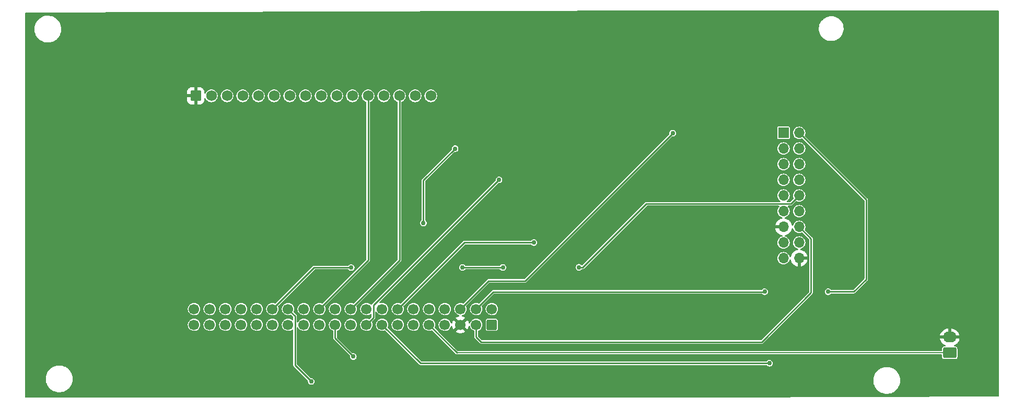
<source format=gbr>
%TF.GenerationSoftware,KiCad,Pcbnew,(6.0.4)*%
%TF.CreationDate,2023-03-10T15:04:28-05:00*%
%TF.ProjectId,Pi_part,50695f70-6172-4742-9e6b-696361645f70,v01*%
%TF.SameCoordinates,Original*%
%TF.FileFunction,Copper,L2,Bot*%
%TF.FilePolarity,Positive*%
%FSLAX46Y46*%
G04 Gerber Fmt 4.6, Leading zero omitted, Abs format (unit mm)*
G04 Created by KiCad (PCBNEW (6.0.4)) date 2023-03-10 15:04:28*
%MOMM*%
%LPD*%
G01*
G04 APERTURE LIST*
G04 Aperture macros list*
%AMRoundRect*
0 Rectangle with rounded corners*
0 $1 Rounding radius*
0 $2 $3 $4 $5 $6 $7 $8 $9 X,Y pos of 4 corners*
0 Add a 4 corners polygon primitive as box body*
4,1,4,$2,$3,$4,$5,$6,$7,$8,$9,$2,$3,0*
0 Add four circle primitives for the rounded corners*
1,1,$1+$1,$2,$3*
1,1,$1+$1,$4,$5*
1,1,$1+$1,$6,$7*
1,1,$1+$1,$8,$9*
0 Add four rect primitives between the rounded corners*
20,1,$1+$1,$2,$3,$4,$5,0*
20,1,$1+$1,$4,$5,$6,$7,0*
20,1,$1+$1,$6,$7,$8,$9,0*
20,1,$1+$1,$8,$9,$2,$3,0*%
G04 Aperture macros list end*
%TA.AperFunction,ComponentPad*%
%ADD10RoundRect,0.250000X0.845000X-0.620000X0.845000X0.620000X-0.845000X0.620000X-0.845000X-0.620000X0*%
%TD*%
%TA.AperFunction,ComponentPad*%
%ADD11O,2.190000X1.740000*%
%TD*%
%TA.AperFunction,ComponentPad*%
%ADD12R,1.700000X1.700000*%
%TD*%
%TA.AperFunction,ComponentPad*%
%ADD13O,1.700000X1.700000*%
%TD*%
%TA.AperFunction,ComponentPad*%
%ADD14RoundRect,0.250000X-0.620000X-0.620000X0.620000X-0.620000X0.620000X0.620000X-0.620000X0.620000X0*%
%TD*%
%TA.AperFunction,ComponentPad*%
%ADD15C,1.740000*%
%TD*%
%TA.AperFunction,ComponentPad*%
%ADD16RoundRect,0.250000X0.600000X-0.600000X0.600000X0.600000X-0.600000X0.600000X-0.600000X-0.600000X0*%
%TD*%
%TA.AperFunction,ComponentPad*%
%ADD17C,1.700000*%
%TD*%
%TA.AperFunction,ViaPad*%
%ADD18C,0.762000*%
%TD*%
%TA.AperFunction,Conductor*%
%ADD19C,0.152400*%
%TD*%
%TA.AperFunction,Conductor*%
%ADD20C,0.254000*%
%TD*%
G04 APERTURE END LIST*
D10*
%TO.P,J3,1,Pin_1*%
%TO.N,UART_Pi*%
X215181502Y-122783949D03*
D11*
%TO.P,J3,2,Pin_2*%
%TO.N,GND*%
X215181502Y-120243949D03*
%TD*%
D12*
%TO.P,J1,1,Pin_1*%
%TO.N,DB7*%
X188248502Y-87125949D03*
D13*
%TO.P,J1,2,Pin_2*%
%TO.N,DB6*%
X190788502Y-87125949D03*
%TO.P,J1,3,Pin_3*%
%TO.N,DB5*%
X188248502Y-89665949D03*
%TO.P,J1,4,Pin_4*%
%TO.N,DB4*%
X190788502Y-89665949D03*
%TO.P,J1,5,Pin_5*%
%TO.N,DB3*%
X188248502Y-92205949D03*
%TO.P,J1,6,Pin_6*%
%TO.N,DB2*%
X190788502Y-92205949D03*
%TO.P,J1,7,Pin_7*%
%TO.N,DB1*%
X188248502Y-94745949D03*
%TO.P,J1,8,Pin_8*%
%TO.N,DB0*%
X190788502Y-94745949D03*
%TO.P,J1,9,Pin_9*%
%TO.N,E1*%
X188248502Y-97285949D03*
%TO.P,J1,10,Pin_10*%
%TO.N,R{slash}W*%
X190788502Y-97285949D03*
%TO.P,J1,11,Pin_11*%
%TO.N,RS*%
X188248502Y-99825949D03*
%TO.P,J1,12,Pin_12*%
%TO.N,Net-(J1-Pad12)*%
X190788502Y-99825949D03*
%TO.P,J1,13,Pin_13*%
%TO.N,GND*%
X188248502Y-102365949D03*
%TO.P,J1,14,Pin_14*%
%TO.N,VDD*%
X190788502Y-102365949D03*
%TO.P,J1,15,Pin_15*%
%TO.N,E2*%
X188248502Y-104905949D03*
%TO.P,J1,16,Pin_16*%
%TO.N,unconnected-(J1-Pad16)*%
X190788502Y-104905949D03*
%TO.P,J1,17,Pin_17*%
%TO.N,VDD*%
X188248502Y-107445949D03*
%TO.P,J1,18,Pin_18*%
%TO.N,GND*%
X190788502Y-107445949D03*
%TD*%
D14*
%TO.P,J4,1,Pin_1*%
%TO.N,GND*%
X92983502Y-81125949D03*
D15*
%TO.P,J4,2,Pin_2*%
%TO.N,V33*%
X95523502Y-81125949D03*
%TO.P,J4,3,Pin_3*%
%TO.N,unconnected-(J4-Pad3)*%
X98063502Y-81125949D03*
%TO.P,J4,4,Pin_4*%
%TO.N,unconnected-(J4-Pad4)*%
X100603502Y-81125949D03*
%TO.P,J4,5,Pin_5*%
%TO.N,unconnected-(J4-Pad5)*%
X103143502Y-81125949D03*
%TO.P,J4,6,Pin_6*%
%TO.N,unconnected-(J4-Pad6)*%
X105683502Y-81125949D03*
%TO.P,J4,7,Pin_7*%
%TO.N,unconnected-(J4-Pad7)*%
X108223502Y-81125949D03*
%TO.P,J4,8,Pin_8*%
%TO.N,unconnected-(J4-Pad8)*%
X110763502Y-81125949D03*
%TO.P,J4,9,Pin_9*%
%TO.N,unconnected-(J4-Pad9)*%
X113303502Y-81125949D03*
%TO.P,J4,10,Pin_10*%
%TO.N,unconnected-(J4-Pad10)*%
X115843502Y-81125949D03*
%TO.P,J4,11,Pin_11*%
%TO.N,unconnected-(J4-Pad11)*%
X118383502Y-81125949D03*
%TO.P,J4,12,Pin_12*%
%TO.N,SCL*%
X120923502Y-81125949D03*
%TO.P,J4,13,Pin_13*%
%TO.N,unconnected-(J4-Pad13)*%
X123463502Y-81125949D03*
%TO.P,J4,14,Pin_14*%
%TO.N,SDI*%
X126003502Y-81125949D03*
%TO.P,J4,15,Pin_15*%
%TO.N,unconnected-(J4-Pad15)*%
X128543502Y-81125949D03*
%TO.P,J4,16,Pin_16*%
%TO.N,CS*%
X131083502Y-81125949D03*
%TD*%
D16*
%TO.P,J2,1,Pin_1*%
%TO.N,unconnected-(J2-Pad1)*%
X140973502Y-118225949D03*
D17*
%TO.P,J2,2,Pin_2*%
%TO.N,V33*%
X140973502Y-115685949D03*
%TO.P,J2,3,Pin_3*%
%TO.N,VDD*%
X138433502Y-118225949D03*
%TO.P,J2,4,Pin_4*%
%TO.N,DB6*%
X138433502Y-115685949D03*
%TO.P,J2,5,Pin_5*%
%TO.N,GND*%
X135893502Y-118225949D03*
%TO.P,J2,6,Pin_6*%
%TO.N,DB7*%
X135893502Y-115685949D03*
%TO.P,J2,7,Pin_7*%
%TO.N,unconnected-(J2-Pad7)*%
X133353502Y-118225949D03*
%TO.P,J2,8,Pin_8*%
%TO.N,RS*%
X133353502Y-115685949D03*
%TO.P,J2,9,Pin_9*%
%TO.N,UART_Pi*%
X130813502Y-118225949D03*
%TO.P,J2,10,Pin_10*%
%TO.N,unconnected-(J2-Pad10)*%
X130813502Y-115685949D03*
%TO.P,J2,11,Pin_11*%
%TO.N,unconnected-(J2-Pad11)*%
X128273502Y-118225949D03*
%TO.P,J2,12,Pin_12*%
%TO.N,unconnected-(J2-Pad12)*%
X128273502Y-115685949D03*
%TO.P,J2,13,Pin_13*%
%TO.N,unconnected-(J2-Pad13)*%
X125733502Y-118225949D03*
%TO.P,J2,14,Pin_14*%
%TO.N,E2*%
X125733502Y-115685949D03*
%TO.P,J2,15,Pin_15*%
%TO.N,DB0*%
X123193502Y-118225949D03*
%TO.P,J2,16,Pin_16*%
%TO.N,unconnected-(J2-Pad16)*%
X123193502Y-115685949D03*
%TO.P,J2,17,Pin_17*%
%TO.N,DB1*%
X120653502Y-118225949D03*
%TO.P,J2,18,Pin_18*%
%TO.N,unconnected-(J2-Pad18)*%
X120653502Y-115685949D03*
%TO.P,J2,19,Pin_19*%
%TO.N,unconnected-(J2-Pad19)*%
X118113502Y-118225949D03*
%TO.P,J2,20,Pin_20*%
%TO.N,SDI*%
X118113502Y-115685949D03*
%TO.P,J2,21,Pin_21*%
%TO.N,DB2*%
X115573502Y-118225949D03*
%TO.P,J2,22,Pin_22*%
%TO.N,unconnected-(J2-Pad22)*%
X115573502Y-115685949D03*
%TO.P,J2,23,Pin_23*%
%TO.N,CS*%
X113033502Y-118225949D03*
%TO.P,J2,24,Pin_24*%
%TO.N,SCL*%
X113033502Y-115685949D03*
%TO.P,J2,25,Pin_25*%
%TO.N,unconnected-(J2-Pad25)*%
X110493502Y-118225949D03*
%TO.P,J2,26,Pin_26*%
%TO.N,unconnected-(J2-Pad26)*%
X110493502Y-115685949D03*
%TO.P,J2,27,Pin_27*%
%TO.N,DB5*%
X107953502Y-118225949D03*
%TO.P,J2,28,Pin_28*%
%TO.N,DB4*%
X107953502Y-115685949D03*
%TO.P,J2,29,Pin_29*%
%TO.N,unconnected-(J2-Pad29)*%
X105413502Y-118225949D03*
%TO.P,J2,30,Pin_30*%
%TO.N,R{slash}W*%
X105413502Y-115685949D03*
%TO.P,J2,31,Pin_31*%
%TO.N,unconnected-(J2-Pad31)*%
X102873502Y-118225949D03*
%TO.P,J2,32,Pin_32*%
%TO.N,E1*%
X102873502Y-115685949D03*
%TO.P,J2,33,Pin_33*%
%TO.N,unconnected-(J2-Pad33)*%
X100333502Y-118225949D03*
%TO.P,J2,34,Pin_34*%
%TO.N,unconnected-(J2-Pad34)*%
X100333502Y-115685949D03*
%TO.P,J2,35,Pin_35*%
%TO.N,unconnected-(J2-Pad35)*%
X97793502Y-118225949D03*
%TO.P,J2,36,Pin_36*%
%TO.N,unconnected-(J2-Pad36)*%
X97793502Y-115685949D03*
%TO.P,J2,37,Pin_37*%
%TO.N,unconnected-(J2-Pad37)*%
X95253502Y-118225949D03*
%TO.P,J2,38,Pin_38*%
%TO.N,DB3*%
X95253502Y-115685949D03*
%TO.P,J2,39,Pin_39*%
%TO.N,unconnected-(J2-Pad39)*%
X92713502Y-118225949D03*
%TO.P,J2,40,Pin_40*%
%TO.N,unconnected-(J2-Pad40)*%
X92713502Y-115685949D03*
%TD*%
D18*
%TO.N,DB7*%
X170283502Y-87185949D03*
%TO.N,DB6*%
X185183502Y-112875949D03*
X195473502Y-112875949D03*
%TO.N,DB5*%
X129883502Y-101735949D03*
X135023502Y-89695949D03*
%TO.N,DB4*%
X111703502Y-127415949D03*
%TO.N,DB2*%
X118533502Y-123375949D03*
%TO.N,DB1*%
X142133502Y-94735949D03*
%TO.N,DB0*%
X185953502Y-124465949D03*
%TO.N,R{slash}W*%
X118183502Y-108955949D03*
X142763502Y-108935949D03*
X155083502Y-108935949D03*
X136203502Y-108945949D03*
%TO.N,E2*%
X147783502Y-104905949D03*
%TD*%
D19*
%TO.N,UART_Pi*%
X135343502Y-122755949D02*
X215153502Y-122755949D01*
X215153502Y-122755949D02*
X215181502Y-122783949D01*
D20*
X135343502Y-122755949D02*
X130813502Y-118225949D01*
%TO.N,DB7*%
X170283502Y-87185949D02*
X146343502Y-111125949D01*
X140453502Y-111125949D02*
X135893502Y-115685949D01*
X146343502Y-111125949D02*
X140453502Y-111125949D01*
%TO.N,DB6*%
X199613502Y-112875949D02*
X195473502Y-112875949D01*
X201633502Y-97970949D02*
X201633502Y-110855949D01*
X184993502Y-112885949D02*
X141233502Y-112885949D01*
X201633502Y-110855949D02*
X199613502Y-112875949D01*
X141233502Y-112885949D02*
X138433502Y-115685949D01*
X190788502Y-87125949D02*
X201633502Y-97970949D01*
%TO.N,DB5*%
X129883502Y-94835949D02*
X129883502Y-101735949D01*
X135023502Y-89695949D02*
X129883502Y-94835949D01*
%TO.N,DB4*%
X109082413Y-116814860D02*
X107953502Y-115685949D01*
X109082413Y-124794860D02*
X109082413Y-116814860D01*
X111703502Y-127415949D02*
X109082413Y-124794860D01*
%TO.N,DB2*%
X115573502Y-120415949D02*
X115573502Y-118225949D01*
X118533502Y-123375949D02*
X115573502Y-120415949D01*
%TO.N,DB1*%
X121782413Y-115087038D02*
X121782413Y-117097038D01*
X142133502Y-94735949D02*
X121782413Y-115087038D01*
X121782413Y-117097038D02*
X120653502Y-118225949D01*
%TO.N,DB0*%
X151183502Y-124465949D02*
X185953502Y-124465949D01*
X123193502Y-118225949D02*
X129433502Y-124465949D01*
X129433502Y-124465949D02*
X151183502Y-124465949D01*
%TO.N,R{slash}W*%
X112143502Y-108955949D02*
X105413502Y-115685949D01*
X155083502Y-108935949D02*
X155683502Y-108935949D01*
X142693502Y-108945949D02*
X136213502Y-108945949D01*
X189448502Y-98625949D02*
X190788502Y-97285949D01*
X118183502Y-108955949D02*
X112143502Y-108955949D01*
X155683502Y-108935949D02*
X165993502Y-98625949D01*
X165993502Y-98625949D02*
X189448502Y-98625949D01*
%TO.N,VDD*%
X192703502Y-104280949D02*
X190788502Y-102365949D01*
X184713502Y-121015949D02*
X192703502Y-113025949D01*
X192703502Y-113025949D02*
X192703502Y-104280949D01*
X138433502Y-120185949D02*
X139263502Y-121015949D01*
X138433502Y-118225949D02*
X138433502Y-120185949D01*
X139263502Y-121015949D02*
X184713502Y-121015949D01*
%TO.N,E2*%
X136513502Y-104905949D02*
X125733502Y-115685949D01*
X147783502Y-104905949D02*
X136513502Y-104905949D01*
%TO.N,SDI*%
X126003502Y-107795949D02*
X126003502Y-81125949D01*
X118113502Y-115685949D02*
X126003502Y-107795949D01*
%TO.N,SCL*%
X120923502Y-81125949D02*
X120923502Y-107795949D01*
X120923502Y-107795949D02*
X113033502Y-115685949D01*
%TD*%
%TA.AperFunction,Conductor*%
%TO.N,GND*%
G36*
X223104123Y-67333451D02*
G01*
X223150616Y-67387107D01*
X223162002Y-67439449D01*
X223162002Y-129771358D01*
X223142000Y-129839479D01*
X223088344Y-129885972D01*
X223036352Y-129897358D01*
X178040852Y-130022449D01*
X65477002Y-130022449D01*
X65408881Y-130002447D01*
X65362388Y-129948791D01*
X65351002Y-129896449D01*
X65351002Y-126977186D01*
X68687544Y-126977186D01*
X68704604Y-127273048D01*
X68705429Y-127277253D01*
X68705430Y-127277261D01*
X68727362Y-127389047D01*
X68761658Y-127563857D01*
X68763045Y-127567907D01*
X68763046Y-127567912D01*
X68850010Y-127821912D01*
X68857652Y-127844232D01*
X68887645Y-127903867D01*
X68987328Y-128102063D01*
X68990809Y-128108985D01*
X68993235Y-128112514D01*
X68993238Y-128112520D01*
X69146218Y-128335106D01*
X69158665Y-128353217D01*
X69161552Y-128356390D01*
X69161553Y-128356391D01*
X69220651Y-128421339D01*
X69358114Y-128572409D01*
X69585466Y-128762504D01*
X69589107Y-128764788D01*
X69832873Y-128917703D01*
X69832877Y-128917705D01*
X69836513Y-128919986D01*
X70106610Y-129041939D01*
X70110729Y-129043159D01*
X70386646Y-129124890D01*
X70386651Y-129124891D01*
X70390759Y-129126108D01*
X70394993Y-129126756D01*
X70394998Y-129126757D01*
X70679460Y-129170285D01*
X70679462Y-129170285D01*
X70683702Y-129170934D01*
X70834566Y-129173304D01*
X70975727Y-129175522D01*
X70975733Y-129175522D01*
X70980018Y-129175589D01*
X71274224Y-129139986D01*
X71560877Y-129064785D01*
X71834671Y-128951375D01*
X71974069Y-128869918D01*
X72086843Y-128804018D01*
X72086844Y-128804018D01*
X72090541Y-128801857D01*
X72323751Y-128618997D01*
X72352718Y-128589106D01*
X72433742Y-128505495D01*
X72529987Y-128406178D01*
X72532520Y-128402730D01*
X72532524Y-128402725D01*
X72702894Y-128170794D01*
X72705432Y-128167339D01*
X72830395Y-127937185D01*
X72844789Y-127910675D01*
X72844790Y-127910673D01*
X72846839Y-127906899D01*
X72951592Y-127629677D01*
X72998667Y-127424137D01*
X73016796Y-127344984D01*
X73016797Y-127344979D01*
X73017753Y-127340804D01*
X73044097Y-127045625D01*
X73044575Y-127000000D01*
X73043463Y-126983682D01*
X73024710Y-126708610D01*
X73024709Y-126708604D01*
X73024418Y-126704333D01*
X73016923Y-126668138D01*
X72965191Y-126418335D01*
X72964322Y-126414138D01*
X72865397Y-126134784D01*
X72729475Y-125871439D01*
X72725178Y-125865324D01*
X72583102Y-125663171D01*
X72559071Y-125628978D01*
X72456030Y-125518093D01*
X72360258Y-125415030D01*
X72360255Y-125415028D01*
X72357337Y-125411887D01*
X72128007Y-125224183D01*
X72006136Y-125149500D01*
X71878975Y-125071575D01*
X71878967Y-125071571D01*
X71875325Y-125069339D01*
X71871408Y-125067620D01*
X71871405Y-125067618D01*
X71701811Y-124993172D01*
X71603966Y-124950221D01*
X71599838Y-124949045D01*
X71599835Y-124949044D01*
X71355141Y-124879341D01*
X71318951Y-124869032D01*
X71100713Y-124837973D01*
X71029807Y-124827881D01*
X71029805Y-124827881D01*
X71025555Y-124827276D01*
X70869398Y-124826458D01*
X70733492Y-124825746D01*
X70733485Y-124825746D01*
X70729206Y-124825724D01*
X70724962Y-124826283D01*
X70724958Y-124826283D01*
X70595386Y-124843342D01*
X70435389Y-124864406D01*
X70149539Y-124942605D01*
X70145591Y-124944289D01*
X69880900Y-125057189D01*
X69880896Y-125057191D01*
X69876948Y-125058875D01*
X69622658Y-125211065D01*
X69619307Y-125213749D01*
X69619305Y-125213751D01*
X69606284Y-125224183D01*
X69391375Y-125396357D01*
X69187379Y-125611324D01*
X69014445Y-125851987D01*
X69012441Y-125855772D01*
X68879960Y-126105987D01*
X68875773Y-126113894D01*
X68874301Y-126117917D01*
X68874299Y-126117921D01*
X68782822Y-126367894D01*
X68773928Y-126392197D01*
X68710796Y-126681747D01*
X68690491Y-126939739D01*
X68687544Y-126977186D01*
X65351002Y-126977186D01*
X65351002Y-118211879D01*
X91705847Y-118211879D01*
X91722305Y-118407868D01*
X91724004Y-118413793D01*
X91774633Y-118590357D01*
X91776517Y-118596928D01*
X91779332Y-118602405D01*
X91779333Y-118602408D01*
X91834172Y-118709113D01*
X91866418Y-118771857D01*
X91870241Y-118776681D01*
X91870244Y-118776685D01*
X91953778Y-118882078D01*
X91988585Y-118925993D01*
X91993279Y-118929987D01*
X91993279Y-118929988D01*
X92114727Y-119033348D01*
X92138364Y-119053465D01*
X92143742Y-119056471D01*
X92143744Y-119056472D01*
X92180158Y-119076823D01*
X92310049Y-119149416D01*
X92497102Y-119210193D01*
X92692397Y-119233481D01*
X92698532Y-119233009D01*
X92698534Y-119233009D01*
X92882354Y-119218865D01*
X92882358Y-119218864D01*
X92888496Y-119218392D01*
X93077930Y-119165501D01*
X93083434Y-119162721D01*
X93083436Y-119162720D01*
X93247982Y-119079602D01*
X93247984Y-119079601D01*
X93253483Y-119076823D01*
X93408468Y-118955735D01*
X93412494Y-118951071D01*
X93412497Y-118951068D01*
X93532953Y-118811518D01*
X93532954Y-118811516D01*
X93536982Y-118806850D01*
X93634130Y-118635839D01*
X93696212Y-118449215D01*
X93720862Y-118254087D01*
X93721255Y-118225949D01*
X93719875Y-118211879D01*
X94245847Y-118211879D01*
X94262305Y-118407868D01*
X94264004Y-118413793D01*
X94314633Y-118590357D01*
X94316517Y-118596928D01*
X94319332Y-118602405D01*
X94319333Y-118602408D01*
X94374172Y-118709113D01*
X94406418Y-118771857D01*
X94410241Y-118776681D01*
X94410244Y-118776685D01*
X94493778Y-118882078D01*
X94528585Y-118925993D01*
X94533279Y-118929987D01*
X94533279Y-118929988D01*
X94654727Y-119033348D01*
X94678364Y-119053465D01*
X94683742Y-119056471D01*
X94683744Y-119056472D01*
X94720158Y-119076823D01*
X94850049Y-119149416D01*
X95037102Y-119210193D01*
X95232397Y-119233481D01*
X95238532Y-119233009D01*
X95238534Y-119233009D01*
X95422354Y-119218865D01*
X95422358Y-119218864D01*
X95428496Y-119218392D01*
X95617930Y-119165501D01*
X95623434Y-119162721D01*
X95623436Y-119162720D01*
X95787982Y-119079602D01*
X95787984Y-119079601D01*
X95793483Y-119076823D01*
X95948468Y-118955735D01*
X95952494Y-118951071D01*
X95952497Y-118951068D01*
X96072953Y-118811518D01*
X96072954Y-118811516D01*
X96076982Y-118806850D01*
X96174130Y-118635839D01*
X96236212Y-118449215D01*
X96260862Y-118254087D01*
X96261255Y-118225949D01*
X96259875Y-118211879D01*
X96785847Y-118211879D01*
X96802305Y-118407868D01*
X96804004Y-118413793D01*
X96854633Y-118590357D01*
X96856517Y-118596928D01*
X96859332Y-118602405D01*
X96859333Y-118602408D01*
X96914172Y-118709113D01*
X96946418Y-118771857D01*
X96950241Y-118776681D01*
X96950244Y-118776685D01*
X97033778Y-118882078D01*
X97068585Y-118925993D01*
X97073279Y-118929987D01*
X97073279Y-118929988D01*
X97194727Y-119033348D01*
X97218364Y-119053465D01*
X97223742Y-119056471D01*
X97223744Y-119056472D01*
X97260158Y-119076823D01*
X97390049Y-119149416D01*
X97577102Y-119210193D01*
X97772397Y-119233481D01*
X97778532Y-119233009D01*
X97778534Y-119233009D01*
X97962354Y-119218865D01*
X97962358Y-119218864D01*
X97968496Y-119218392D01*
X98157930Y-119165501D01*
X98163434Y-119162721D01*
X98163436Y-119162720D01*
X98327982Y-119079602D01*
X98327984Y-119079601D01*
X98333483Y-119076823D01*
X98488468Y-118955735D01*
X98492494Y-118951071D01*
X98492497Y-118951068D01*
X98612953Y-118811518D01*
X98612954Y-118811516D01*
X98616982Y-118806850D01*
X98714130Y-118635839D01*
X98776212Y-118449215D01*
X98800862Y-118254087D01*
X98801255Y-118225949D01*
X98799875Y-118211879D01*
X99325847Y-118211879D01*
X99342305Y-118407868D01*
X99344004Y-118413793D01*
X99394633Y-118590357D01*
X99396517Y-118596928D01*
X99399332Y-118602405D01*
X99399333Y-118602408D01*
X99454172Y-118709113D01*
X99486418Y-118771857D01*
X99490241Y-118776681D01*
X99490244Y-118776685D01*
X99573778Y-118882078D01*
X99608585Y-118925993D01*
X99613279Y-118929987D01*
X99613279Y-118929988D01*
X99734727Y-119033348D01*
X99758364Y-119053465D01*
X99763742Y-119056471D01*
X99763744Y-119056472D01*
X99800158Y-119076823D01*
X99930049Y-119149416D01*
X100117102Y-119210193D01*
X100312397Y-119233481D01*
X100318532Y-119233009D01*
X100318534Y-119233009D01*
X100502354Y-119218865D01*
X100502358Y-119218864D01*
X100508496Y-119218392D01*
X100697930Y-119165501D01*
X100703434Y-119162721D01*
X100703436Y-119162720D01*
X100867982Y-119079602D01*
X100867984Y-119079601D01*
X100873483Y-119076823D01*
X101028468Y-118955735D01*
X101032494Y-118951071D01*
X101032497Y-118951068D01*
X101152953Y-118811518D01*
X101152954Y-118811516D01*
X101156982Y-118806850D01*
X101254130Y-118635839D01*
X101316212Y-118449215D01*
X101340862Y-118254087D01*
X101341255Y-118225949D01*
X101339875Y-118211879D01*
X101865847Y-118211879D01*
X101882305Y-118407868D01*
X101884004Y-118413793D01*
X101934633Y-118590357D01*
X101936517Y-118596928D01*
X101939332Y-118602405D01*
X101939333Y-118602408D01*
X101994172Y-118709113D01*
X102026418Y-118771857D01*
X102030241Y-118776681D01*
X102030244Y-118776685D01*
X102113778Y-118882078D01*
X102148585Y-118925993D01*
X102153279Y-118929987D01*
X102153279Y-118929988D01*
X102274727Y-119033348D01*
X102298364Y-119053465D01*
X102303742Y-119056471D01*
X102303744Y-119056472D01*
X102340158Y-119076823D01*
X102470049Y-119149416D01*
X102657102Y-119210193D01*
X102852397Y-119233481D01*
X102858532Y-119233009D01*
X102858534Y-119233009D01*
X103042354Y-119218865D01*
X103042358Y-119218864D01*
X103048496Y-119218392D01*
X103237930Y-119165501D01*
X103243434Y-119162721D01*
X103243436Y-119162720D01*
X103407982Y-119079602D01*
X103407984Y-119079601D01*
X103413483Y-119076823D01*
X103568468Y-118955735D01*
X103572494Y-118951071D01*
X103572497Y-118951068D01*
X103692953Y-118811518D01*
X103692954Y-118811516D01*
X103696982Y-118806850D01*
X103794130Y-118635839D01*
X103856212Y-118449215D01*
X103880862Y-118254087D01*
X103881255Y-118225949D01*
X103879875Y-118211879D01*
X104405847Y-118211879D01*
X104422305Y-118407868D01*
X104424004Y-118413793D01*
X104474633Y-118590357D01*
X104476517Y-118596928D01*
X104479332Y-118602405D01*
X104479333Y-118602408D01*
X104534172Y-118709113D01*
X104566418Y-118771857D01*
X104570241Y-118776681D01*
X104570244Y-118776685D01*
X104653778Y-118882078D01*
X104688585Y-118925993D01*
X104693279Y-118929987D01*
X104693279Y-118929988D01*
X104814727Y-119033348D01*
X104838364Y-119053465D01*
X104843742Y-119056471D01*
X104843744Y-119056472D01*
X104880158Y-119076823D01*
X105010049Y-119149416D01*
X105197102Y-119210193D01*
X105392397Y-119233481D01*
X105398532Y-119233009D01*
X105398534Y-119233009D01*
X105582354Y-119218865D01*
X105582358Y-119218864D01*
X105588496Y-119218392D01*
X105777930Y-119165501D01*
X105783434Y-119162721D01*
X105783436Y-119162720D01*
X105947982Y-119079602D01*
X105947984Y-119079601D01*
X105953483Y-119076823D01*
X106108468Y-118955735D01*
X106112494Y-118951071D01*
X106112497Y-118951068D01*
X106232953Y-118811518D01*
X106232954Y-118811516D01*
X106236982Y-118806850D01*
X106334130Y-118635839D01*
X106396212Y-118449215D01*
X106420862Y-118254087D01*
X106421255Y-118225949D01*
X106419875Y-118211879D01*
X106945847Y-118211879D01*
X106962305Y-118407868D01*
X106964004Y-118413793D01*
X107014633Y-118590357D01*
X107016517Y-118596928D01*
X107019332Y-118602405D01*
X107019333Y-118602408D01*
X107074172Y-118709113D01*
X107106418Y-118771857D01*
X107110241Y-118776681D01*
X107110244Y-118776685D01*
X107193778Y-118882078D01*
X107228585Y-118925993D01*
X107233279Y-118929987D01*
X107233279Y-118929988D01*
X107354727Y-119033348D01*
X107378364Y-119053465D01*
X107383742Y-119056471D01*
X107383744Y-119056472D01*
X107420158Y-119076823D01*
X107550049Y-119149416D01*
X107737102Y-119210193D01*
X107932397Y-119233481D01*
X107938532Y-119233009D01*
X107938534Y-119233009D01*
X108122354Y-119218865D01*
X108122358Y-119218864D01*
X108128496Y-119218392D01*
X108317930Y-119165501D01*
X108323434Y-119162721D01*
X108323436Y-119162720D01*
X108487982Y-119079602D01*
X108487984Y-119079601D01*
X108493483Y-119076823D01*
X108598940Y-118994431D01*
X108664933Y-118968253D01*
X108734604Y-118981910D01*
X108785831Y-119031066D01*
X108802513Y-119093720D01*
X108802513Y-124746444D01*
X108802364Y-124748472D01*
X108800719Y-124753263D01*
X108801155Y-124764886D01*
X108801155Y-124764888D01*
X108802424Y-124798676D01*
X108802513Y-124803403D01*
X108802513Y-124820891D01*
X108803352Y-124825394D01*
X108803530Y-124828143D01*
X108804194Y-124845836D01*
X108804195Y-124845839D01*
X108804631Y-124857461D01*
X108809223Y-124868151D01*
X108810776Y-124875039D01*
X108812083Y-124879341D01*
X108814626Y-124885930D01*
X108816756Y-124897368D01*
X108828475Y-124916379D01*
X108836979Y-124932752D01*
X108841213Y-124942605D01*
X108845792Y-124953264D01*
X108849532Y-124957817D01*
X108851717Y-124960002D01*
X108853772Y-124962268D01*
X108853506Y-124962509D01*
X108857543Y-124967617D01*
X108857551Y-124967610D01*
X108865366Y-124976228D01*
X108871470Y-124986131D01*
X108891292Y-125001204D01*
X108904120Y-125012405D01*
X111137655Y-127245940D01*
X111171681Y-127308252D01*
X111173482Y-127351481D01*
X111170457Y-127374463D01*
X111164995Y-127415949D01*
X111183344Y-127555325D01*
X111237141Y-127685202D01*
X111322720Y-127796731D01*
X111329270Y-127801757D01*
X111329273Y-127801760D01*
X111355536Y-127821912D01*
X111434248Y-127882310D01*
X111493611Y-127906899D01*
X111556496Y-127932947D01*
X111556499Y-127932948D01*
X111564126Y-127936107D01*
X111703502Y-127954456D01*
X111711690Y-127953378D01*
X111834690Y-127937185D01*
X111842878Y-127936107D01*
X111850505Y-127932948D01*
X111850508Y-127932947D01*
X111913393Y-127906899D01*
X111972756Y-127882310D01*
X112051468Y-127821912D01*
X112077731Y-127801760D01*
X112077734Y-127801757D01*
X112084284Y-127796731D01*
X112169863Y-127685202D01*
X112223660Y-127555325D01*
X112242009Y-127415949D01*
X112226369Y-127297151D01*
X112224738Y-127284761D01*
X112223660Y-127276573D01*
X112204860Y-127231186D01*
X202799544Y-127231186D01*
X202816604Y-127527048D01*
X202817429Y-127531253D01*
X202817430Y-127531261D01*
X202829897Y-127594804D01*
X202873658Y-127817857D01*
X202875045Y-127821907D01*
X202875046Y-127821912D01*
X202968263Y-128094176D01*
X202969652Y-128098232D01*
X203001170Y-128160899D01*
X203099493Y-128356391D01*
X203102809Y-128362985D01*
X203105235Y-128366514D01*
X203105238Y-128366520D01*
X203244559Y-128569233D01*
X203270665Y-128607217D01*
X203470114Y-128826409D01*
X203697466Y-129016504D01*
X203701107Y-129018788D01*
X203944873Y-129171703D01*
X203944877Y-129171705D01*
X203948513Y-129173986D01*
X204218610Y-129295939D01*
X204222729Y-129297159D01*
X204498646Y-129378890D01*
X204498651Y-129378891D01*
X204502759Y-129380108D01*
X204506993Y-129380756D01*
X204506998Y-129380757D01*
X204791460Y-129424285D01*
X204791462Y-129424285D01*
X204795702Y-129424934D01*
X204946566Y-129427304D01*
X205087727Y-129429522D01*
X205087733Y-129429522D01*
X205092018Y-129429589D01*
X205386224Y-129393986D01*
X205672877Y-129318785D01*
X205946671Y-129205375D01*
X205997759Y-129175522D01*
X206198843Y-129058018D01*
X206198844Y-129058018D01*
X206202541Y-129055857D01*
X206435751Y-128872997D01*
X206504691Y-128801857D01*
X206594295Y-128709392D01*
X206641987Y-128660178D01*
X206644520Y-128656730D01*
X206644524Y-128656725D01*
X206814894Y-128424794D01*
X206817432Y-128421339D01*
X206937866Y-128199526D01*
X206956789Y-128164675D01*
X206956790Y-128164673D01*
X206958839Y-128160899D01*
X207063592Y-127883677D01*
X207121766Y-127629677D01*
X207128796Y-127598984D01*
X207128797Y-127598979D01*
X207129753Y-127594804D01*
X207156097Y-127299625D01*
X207156575Y-127254000D01*
X207156026Y-127245940D01*
X207136710Y-126962610D01*
X207136709Y-126962604D01*
X207136418Y-126958333D01*
X207132568Y-126939739D01*
X207084703Y-126708610D01*
X207076322Y-126668138D01*
X206977397Y-126388784D01*
X206841475Y-126125439D01*
X206836192Y-126117921D01*
X206727190Y-125962828D01*
X206671071Y-125882978D01*
X206551251Y-125754037D01*
X206472258Y-125669030D01*
X206472255Y-125669028D01*
X206469337Y-125665887D01*
X206240007Y-125478183D01*
X206118136Y-125403500D01*
X205990975Y-125325575D01*
X205990967Y-125325571D01*
X205987325Y-125323339D01*
X205983408Y-125321620D01*
X205983405Y-125321618D01*
X205863725Y-125269082D01*
X205715966Y-125204221D01*
X205711838Y-125203045D01*
X205711835Y-125203044D01*
X205435079Y-125124208D01*
X205435080Y-125124208D01*
X205430951Y-125123032D01*
X205212713Y-125091973D01*
X205141807Y-125081881D01*
X205141805Y-125081881D01*
X205137555Y-125081276D01*
X204981398Y-125080458D01*
X204845492Y-125079746D01*
X204845485Y-125079746D01*
X204841206Y-125079724D01*
X204836962Y-125080283D01*
X204836958Y-125080283D01*
X204712778Y-125096632D01*
X204547389Y-125118406D01*
X204261539Y-125196605D01*
X204257591Y-125198289D01*
X203992900Y-125311189D01*
X203992896Y-125311191D01*
X203988948Y-125312875D01*
X203734658Y-125465065D01*
X203731307Y-125467749D01*
X203731305Y-125467751D01*
X203620291Y-125556690D01*
X203503375Y-125650357D01*
X203384360Y-125775773D01*
X203308444Y-125855772D01*
X203299379Y-125865324D01*
X203126445Y-126105987D01*
X202987773Y-126367894D01*
X202986301Y-126371917D01*
X202986299Y-126371921D01*
X202970850Y-126414138D01*
X202885928Y-126646197D01*
X202822796Y-126935747D01*
X202802491Y-127193739D01*
X202799544Y-127231186D01*
X112204860Y-127231186D01*
X112169863Y-127146696D01*
X112092309Y-127045625D01*
X112089311Y-127041718D01*
X112089310Y-127041717D01*
X112084284Y-127035167D01*
X112077734Y-127030141D01*
X112077731Y-127030138D01*
X111989726Y-126962610D01*
X111972756Y-126949588D01*
X111907817Y-126922690D01*
X111850508Y-126898951D01*
X111850505Y-126898950D01*
X111842878Y-126895791D01*
X111703502Y-126877442D01*
X111639035Y-126885929D01*
X111568886Y-126874989D01*
X111533494Y-126850102D01*
X109399218Y-124715827D01*
X109365193Y-124653515D01*
X109362313Y-124626732D01*
X109362313Y-118739870D01*
X109382315Y-118671749D01*
X109435971Y-118625256D01*
X109506245Y-118615152D01*
X109570825Y-118644646D01*
X109600379Y-118682275D01*
X109646418Y-118771857D01*
X109650241Y-118776681D01*
X109650244Y-118776685D01*
X109733778Y-118882078D01*
X109768585Y-118925993D01*
X109773279Y-118929987D01*
X109773279Y-118929988D01*
X109894727Y-119033348D01*
X109918364Y-119053465D01*
X109923742Y-119056471D01*
X109923744Y-119056472D01*
X109960158Y-119076823D01*
X110090049Y-119149416D01*
X110277102Y-119210193D01*
X110472397Y-119233481D01*
X110478532Y-119233009D01*
X110478534Y-119233009D01*
X110662354Y-119218865D01*
X110662358Y-119218864D01*
X110668496Y-119218392D01*
X110857930Y-119165501D01*
X110863434Y-119162721D01*
X110863436Y-119162720D01*
X111027982Y-119079602D01*
X111027984Y-119079601D01*
X111033483Y-119076823D01*
X111188468Y-118955735D01*
X111192494Y-118951071D01*
X111192497Y-118951068D01*
X111312953Y-118811518D01*
X111312954Y-118811516D01*
X111316982Y-118806850D01*
X111414130Y-118635839D01*
X111476212Y-118449215D01*
X111500862Y-118254087D01*
X111501255Y-118225949D01*
X111499875Y-118211879D01*
X112025847Y-118211879D01*
X112042305Y-118407868D01*
X112044004Y-118413793D01*
X112094633Y-118590357D01*
X112096517Y-118596928D01*
X112099332Y-118602405D01*
X112099333Y-118602408D01*
X112154172Y-118709113D01*
X112186418Y-118771857D01*
X112190241Y-118776681D01*
X112190244Y-118776685D01*
X112273778Y-118882078D01*
X112308585Y-118925993D01*
X112313279Y-118929987D01*
X112313279Y-118929988D01*
X112434727Y-119033348D01*
X112458364Y-119053465D01*
X112463742Y-119056471D01*
X112463744Y-119056472D01*
X112500158Y-119076823D01*
X112630049Y-119149416D01*
X112817102Y-119210193D01*
X113012397Y-119233481D01*
X113018532Y-119233009D01*
X113018534Y-119233009D01*
X113202354Y-119218865D01*
X113202358Y-119218864D01*
X113208496Y-119218392D01*
X113397930Y-119165501D01*
X113403434Y-119162721D01*
X113403436Y-119162720D01*
X113567982Y-119079602D01*
X113567984Y-119079601D01*
X113573483Y-119076823D01*
X113728468Y-118955735D01*
X113732494Y-118951071D01*
X113732497Y-118951068D01*
X113852953Y-118811518D01*
X113852954Y-118811516D01*
X113856982Y-118806850D01*
X113954130Y-118635839D01*
X114016212Y-118449215D01*
X114040862Y-118254087D01*
X114041255Y-118225949D01*
X114039875Y-118211879D01*
X114565847Y-118211879D01*
X114582305Y-118407868D01*
X114584004Y-118413793D01*
X114634633Y-118590357D01*
X114636517Y-118596928D01*
X114639332Y-118602405D01*
X114639333Y-118602408D01*
X114694172Y-118709113D01*
X114726418Y-118771857D01*
X114730241Y-118776681D01*
X114730244Y-118776685D01*
X114813778Y-118882078D01*
X114848585Y-118925993D01*
X114853279Y-118929987D01*
X114853279Y-118929988D01*
X114974727Y-119033348D01*
X114998364Y-119053465D01*
X115003742Y-119056471D01*
X115003744Y-119056472D01*
X115040158Y-119076823D01*
X115170049Y-119149416D01*
X115175909Y-119151320D01*
X115206538Y-119161272D01*
X115265144Y-119201345D01*
X115292781Y-119266742D01*
X115293602Y-119281105D01*
X115293602Y-120367533D01*
X115293453Y-120369561D01*
X115291808Y-120374352D01*
X115292244Y-120385975D01*
X115292244Y-120385977D01*
X115293513Y-120419765D01*
X115293602Y-120424492D01*
X115293602Y-120441980D01*
X115294441Y-120446483D01*
X115294619Y-120449232D01*
X115295283Y-120466925D01*
X115295284Y-120466928D01*
X115295720Y-120478550D01*
X115300312Y-120489240D01*
X115301865Y-120496128D01*
X115303172Y-120500430D01*
X115305715Y-120507019D01*
X115307845Y-120518457D01*
X115319564Y-120537468D01*
X115328068Y-120553841D01*
X115336881Y-120574353D01*
X115340621Y-120578906D01*
X115342806Y-120581091D01*
X115344861Y-120583357D01*
X115344595Y-120583598D01*
X115348632Y-120588706D01*
X115348640Y-120588699D01*
X115356455Y-120597317D01*
X115362559Y-120607220D01*
X115382381Y-120622293D01*
X115395209Y-120633494D01*
X117967655Y-123205941D01*
X118001681Y-123268253D01*
X118003482Y-123311482D01*
X117994995Y-123375949D01*
X118013344Y-123515325D01*
X118067141Y-123645202D01*
X118152720Y-123756731D01*
X118159270Y-123761757D01*
X118159273Y-123761760D01*
X118200582Y-123793457D01*
X118264248Y-123842310D01*
X118329187Y-123869209D01*
X118386496Y-123892947D01*
X118386499Y-123892948D01*
X118394126Y-123896107D01*
X118533502Y-123914456D01*
X118541690Y-123913378D01*
X118664690Y-123897185D01*
X118672878Y-123896107D01*
X118680505Y-123892948D01*
X118680508Y-123892947D01*
X118737817Y-123869209D01*
X118802756Y-123842310D01*
X118866422Y-123793457D01*
X118907731Y-123761760D01*
X118907734Y-123761757D01*
X118914284Y-123756731D01*
X118999863Y-123645202D01*
X119053660Y-123515325D01*
X119072009Y-123375949D01*
X119053660Y-123236573D01*
X118999863Y-123106696D01*
X118948959Y-123040357D01*
X118919311Y-123001718D01*
X118919310Y-123001717D01*
X118914284Y-122995167D01*
X118907734Y-122990141D01*
X118907731Y-122990138D01*
X118858520Y-122952377D01*
X118802756Y-122909588D01*
X118737817Y-122882690D01*
X118680508Y-122858951D01*
X118680505Y-122858950D01*
X118672878Y-122855791D01*
X118533502Y-122837442D01*
X118469034Y-122845929D01*
X118398885Y-122834989D01*
X118363493Y-122810102D01*
X115890307Y-120336916D01*
X115856281Y-120274604D01*
X115853402Y-120247821D01*
X115853402Y-119283916D01*
X115873404Y-119215795D01*
X115927060Y-119169302D01*
X115932434Y-119167036D01*
X115937930Y-119165501D01*
X115943428Y-119162724D01*
X116107982Y-119079602D01*
X116107984Y-119079601D01*
X116113483Y-119076823D01*
X116268468Y-118955735D01*
X116272494Y-118951071D01*
X116272497Y-118951068D01*
X116392953Y-118811518D01*
X116392954Y-118811516D01*
X116396982Y-118806850D01*
X116494130Y-118635839D01*
X116556212Y-118449215D01*
X116580862Y-118254087D01*
X116581255Y-118225949D01*
X116579875Y-118211879D01*
X117105847Y-118211879D01*
X117122305Y-118407868D01*
X117124004Y-118413793D01*
X117174633Y-118590357D01*
X117176517Y-118596928D01*
X117179332Y-118602405D01*
X117179333Y-118602408D01*
X117234172Y-118709113D01*
X117266418Y-118771857D01*
X117270241Y-118776681D01*
X117270244Y-118776685D01*
X117353778Y-118882078D01*
X117388585Y-118925993D01*
X117393279Y-118929987D01*
X117393279Y-118929988D01*
X117514727Y-119033348D01*
X117538364Y-119053465D01*
X117543742Y-119056471D01*
X117543744Y-119056472D01*
X117580158Y-119076823D01*
X117710049Y-119149416D01*
X117897102Y-119210193D01*
X118092397Y-119233481D01*
X118098532Y-119233009D01*
X118098534Y-119233009D01*
X118282354Y-119218865D01*
X118282358Y-119218864D01*
X118288496Y-119218392D01*
X118477930Y-119165501D01*
X118483434Y-119162721D01*
X118483436Y-119162720D01*
X118647982Y-119079602D01*
X118647984Y-119079601D01*
X118653483Y-119076823D01*
X118808468Y-118955735D01*
X118812494Y-118951071D01*
X118812497Y-118951068D01*
X118932953Y-118811518D01*
X118932954Y-118811516D01*
X118936982Y-118806850D01*
X119034130Y-118635839D01*
X119096212Y-118449215D01*
X119120862Y-118254087D01*
X119121255Y-118225949D01*
X119119875Y-118211879D01*
X119645847Y-118211879D01*
X119662305Y-118407868D01*
X119664004Y-118413793D01*
X119714633Y-118590357D01*
X119716517Y-118596928D01*
X119719332Y-118602405D01*
X119719333Y-118602408D01*
X119774172Y-118709113D01*
X119806418Y-118771857D01*
X119810241Y-118776681D01*
X119810244Y-118776685D01*
X119893778Y-118882078D01*
X119928585Y-118925993D01*
X119933279Y-118929987D01*
X119933279Y-118929988D01*
X120054727Y-119033348D01*
X120078364Y-119053465D01*
X120083742Y-119056471D01*
X120083744Y-119056472D01*
X120120158Y-119076823D01*
X120250049Y-119149416D01*
X120437102Y-119210193D01*
X120632397Y-119233481D01*
X120638532Y-119233009D01*
X120638534Y-119233009D01*
X120822354Y-119218865D01*
X120822358Y-119218864D01*
X120828496Y-119218392D01*
X121017930Y-119165501D01*
X121023434Y-119162721D01*
X121023436Y-119162720D01*
X121187982Y-119079602D01*
X121187984Y-119079601D01*
X121193483Y-119076823D01*
X121348468Y-118955735D01*
X121352494Y-118951071D01*
X121352497Y-118951068D01*
X121472953Y-118811518D01*
X121472954Y-118811516D01*
X121476982Y-118806850D01*
X121574130Y-118635839D01*
X121636212Y-118449215D01*
X121660862Y-118254087D01*
X121661255Y-118225949D01*
X121659875Y-118211879D01*
X122185847Y-118211879D01*
X122202305Y-118407868D01*
X122204004Y-118413793D01*
X122254633Y-118590357D01*
X122256517Y-118596928D01*
X122259332Y-118602405D01*
X122259333Y-118602408D01*
X122314172Y-118709113D01*
X122346418Y-118771857D01*
X122350241Y-118776681D01*
X122350244Y-118776685D01*
X122433778Y-118882078D01*
X122468585Y-118925993D01*
X122473279Y-118929987D01*
X122473279Y-118929988D01*
X122594727Y-119033348D01*
X122618364Y-119053465D01*
X122623742Y-119056471D01*
X122623744Y-119056472D01*
X122660158Y-119076823D01*
X122790049Y-119149416D01*
X122977102Y-119210193D01*
X123172397Y-119233481D01*
X123178532Y-119233009D01*
X123178534Y-119233009D01*
X123362354Y-119218865D01*
X123362358Y-119218864D01*
X123368496Y-119218392D01*
X123557930Y-119165501D01*
X123563430Y-119162723D01*
X123563432Y-119162722D01*
X123595636Y-119146455D01*
X123665458Y-119133595D01*
X123731149Y-119160525D01*
X123741541Y-119169826D01*
X129201344Y-124629629D01*
X129202677Y-124631173D01*
X129204901Y-124635723D01*
X129213430Y-124643635D01*
X129213431Y-124643636D01*
X129238232Y-124666642D01*
X129241637Y-124669922D01*
X129253990Y-124682275D01*
X129257769Y-124684868D01*
X129259836Y-124686683D01*
X129281346Y-124706636D01*
X129292154Y-124710948D01*
X129298114Y-124714716D01*
X129302100Y-124716844D01*
X129308544Y-124719700D01*
X129318138Y-124726281D01*
X129338355Y-124731079D01*
X129339864Y-124731437D01*
X129357457Y-124737001D01*
X129378194Y-124745274D01*
X129384058Y-124745849D01*
X129387134Y-124745849D01*
X129390209Y-124745999D01*
X129390191Y-124746358D01*
X129396652Y-124747114D01*
X129396653Y-124747103D01*
X129408271Y-124747671D01*
X129419592Y-124750358D01*
X129431121Y-124748789D01*
X129431122Y-124748789D01*
X129440065Y-124747572D01*
X129444267Y-124747000D01*
X129461257Y-124745849D01*
X185433174Y-124745849D01*
X185501295Y-124765851D01*
X185533137Y-124795145D01*
X185572720Y-124846731D01*
X185579270Y-124851757D01*
X185579273Y-124851760D01*
X185615218Y-124879341D01*
X185684248Y-124932310D01*
X185731654Y-124951946D01*
X185806496Y-124982947D01*
X185806499Y-124982948D01*
X185814126Y-124986107D01*
X185953502Y-125004456D01*
X185961690Y-125003378D01*
X185978204Y-125001204D01*
X186092878Y-124986107D01*
X186100505Y-124982948D01*
X186100508Y-124982947D01*
X186175350Y-124951946D01*
X186222756Y-124932310D01*
X186291786Y-124879341D01*
X186327731Y-124851760D01*
X186327734Y-124851757D01*
X186334284Y-124846731D01*
X186350268Y-124825901D01*
X186397084Y-124764888D01*
X186419863Y-124735202D01*
X186473660Y-124605325D01*
X186492009Y-124465949D01*
X186473660Y-124326573D01*
X186419863Y-124196696D01*
X186334284Y-124085167D01*
X186327734Y-124080141D01*
X186327731Y-124080138D01*
X186278520Y-124042378D01*
X186222756Y-123999588D01*
X186157817Y-123972689D01*
X186100508Y-123948951D01*
X186100505Y-123948950D01*
X186092878Y-123945791D01*
X185953502Y-123927442D01*
X185814126Y-123945791D01*
X185684249Y-123999588D01*
X185572720Y-124085167D01*
X185567698Y-124091712D01*
X185533137Y-124136753D01*
X185475799Y-124178620D01*
X185433174Y-124186049D01*
X129601631Y-124186049D01*
X129533510Y-124166047D01*
X129512536Y-124149144D01*
X126860138Y-121496746D01*
X124139511Y-118776120D01*
X124105485Y-118713808D01*
X124110550Y-118642993D01*
X124111791Y-118639956D01*
X124114130Y-118635839D01*
X124116607Y-118628395D01*
X124174265Y-118455067D01*
X124176212Y-118449215D01*
X124200862Y-118254087D01*
X124201255Y-118225949D01*
X124199875Y-118211879D01*
X124725847Y-118211879D01*
X124742305Y-118407868D01*
X124744004Y-118413793D01*
X124794633Y-118590357D01*
X124796517Y-118596928D01*
X124799332Y-118602405D01*
X124799333Y-118602408D01*
X124854172Y-118709113D01*
X124886418Y-118771857D01*
X124890241Y-118776681D01*
X124890244Y-118776685D01*
X124973778Y-118882078D01*
X125008585Y-118925993D01*
X125013279Y-118929987D01*
X125013279Y-118929988D01*
X125134727Y-119033348D01*
X125158364Y-119053465D01*
X125163742Y-119056471D01*
X125163744Y-119056472D01*
X125200158Y-119076823D01*
X125330049Y-119149416D01*
X125517102Y-119210193D01*
X125712397Y-119233481D01*
X125718532Y-119233009D01*
X125718534Y-119233009D01*
X125902354Y-119218865D01*
X125902358Y-119218864D01*
X125908496Y-119218392D01*
X126097930Y-119165501D01*
X126103434Y-119162721D01*
X126103436Y-119162720D01*
X126267982Y-119079602D01*
X126267984Y-119079601D01*
X126273483Y-119076823D01*
X126428468Y-118955735D01*
X126432494Y-118951071D01*
X126432497Y-118951068D01*
X126552953Y-118811518D01*
X126552954Y-118811516D01*
X126556982Y-118806850D01*
X126654130Y-118635839D01*
X126716212Y-118449215D01*
X126740862Y-118254087D01*
X126741255Y-118225949D01*
X126739875Y-118211879D01*
X127265847Y-118211879D01*
X127282305Y-118407868D01*
X127284004Y-118413793D01*
X127334633Y-118590357D01*
X127336517Y-118596928D01*
X127339332Y-118602405D01*
X127339333Y-118602408D01*
X127394172Y-118709113D01*
X127426418Y-118771857D01*
X127430241Y-118776681D01*
X127430244Y-118776685D01*
X127513778Y-118882078D01*
X127548585Y-118925993D01*
X127553279Y-118929987D01*
X127553279Y-118929988D01*
X127674727Y-119033348D01*
X127698364Y-119053465D01*
X127703742Y-119056471D01*
X127703744Y-119056472D01*
X127740158Y-119076823D01*
X127870049Y-119149416D01*
X128057102Y-119210193D01*
X128252397Y-119233481D01*
X128258532Y-119233009D01*
X128258534Y-119233009D01*
X128442354Y-119218865D01*
X128442358Y-119218864D01*
X128448496Y-119218392D01*
X128637930Y-119165501D01*
X128643434Y-119162721D01*
X128643436Y-119162720D01*
X128807982Y-119079602D01*
X128807984Y-119079601D01*
X128813483Y-119076823D01*
X128968468Y-118955735D01*
X128972494Y-118951071D01*
X128972497Y-118951068D01*
X129092953Y-118811518D01*
X129092954Y-118811516D01*
X129096982Y-118806850D01*
X129194130Y-118635839D01*
X129256212Y-118449215D01*
X129280862Y-118254087D01*
X129281255Y-118225949D01*
X129279875Y-118211879D01*
X129805847Y-118211879D01*
X129822305Y-118407868D01*
X129824004Y-118413793D01*
X129874633Y-118590357D01*
X129876517Y-118596928D01*
X129879332Y-118602405D01*
X129879333Y-118602408D01*
X129934172Y-118709113D01*
X129966418Y-118771857D01*
X129970241Y-118776681D01*
X129970244Y-118776685D01*
X130053778Y-118882078D01*
X130088585Y-118925993D01*
X130093279Y-118929987D01*
X130093279Y-118929988D01*
X130214727Y-119033348D01*
X130238364Y-119053465D01*
X130243742Y-119056471D01*
X130243744Y-119056472D01*
X130280158Y-119076823D01*
X130410049Y-119149416D01*
X130597102Y-119210193D01*
X130792397Y-119233481D01*
X130798532Y-119233009D01*
X130798534Y-119233009D01*
X130982354Y-119218865D01*
X130982358Y-119218864D01*
X130988496Y-119218392D01*
X131177930Y-119165501D01*
X131183430Y-119162723D01*
X131183432Y-119162722D01*
X131215636Y-119146455D01*
X131285458Y-119133595D01*
X131351149Y-119160525D01*
X131361541Y-119169826D01*
X135163989Y-122972275D01*
X135168768Y-122975554D01*
X135168770Y-122975555D01*
X135206909Y-123001718D01*
X135228138Y-123016281D01*
X135329591Y-123040357D01*
X135341120Y-123038788D01*
X135341121Y-123038788D01*
X135421383Y-123027865D01*
X135421384Y-123027865D01*
X135432910Y-123026296D01*
X135479394Y-123000688D01*
X135540193Y-122985049D01*
X213807602Y-122985049D01*
X213875723Y-123005051D01*
X213922216Y-123058707D01*
X213933602Y-123111049D01*
X213933602Y-123435657D01*
X213948545Y-123530004D01*
X214006486Y-123643720D01*
X214096731Y-123733965D01*
X214210447Y-123791906D01*
X214220236Y-123793456D01*
X214220238Y-123793457D01*
X214247854Y-123797831D01*
X214304794Y-123806849D01*
X216058210Y-123806849D01*
X216115150Y-123797831D01*
X216142766Y-123793457D01*
X216142768Y-123793456D01*
X216152557Y-123791906D01*
X216266273Y-123733965D01*
X216356518Y-123643720D01*
X216414459Y-123530004D01*
X216429402Y-123435657D01*
X216429402Y-122132241D01*
X216414459Y-122037894D01*
X216356518Y-121924178D01*
X216266273Y-121833933D01*
X216152557Y-121775992D01*
X216142768Y-121774442D01*
X216142766Y-121774441D01*
X216115150Y-121770067D01*
X216058210Y-121761049D01*
X215980321Y-121761049D01*
X215912200Y-121741047D01*
X215865707Y-121687391D01*
X215855603Y-121617117D01*
X215885097Y-121552537D01*
X215928570Y-121520167D01*
X216074234Y-121454550D01*
X216083520Y-121449381D01*
X216268657Y-121324739D01*
X216276943Y-121318078D01*
X216438432Y-121164025D01*
X216445481Y-121156057D01*
X216578705Y-120976997D01*
X216584304Y-120967967D01*
X216685455Y-120769018D01*
X216689458Y-120759157D01*
X216755640Y-120546020D01*
X216757922Y-120535640D01*
X216760538Y-120515906D01*
X216758342Y-120501742D01*
X216745157Y-120497949D01*
X213619875Y-120497949D01*
X213606344Y-120501922D01*
X213604819Y-120512529D01*
X213630754Y-120636137D01*
X213633814Y-120646333D01*
X213715786Y-120853901D01*
X213720520Y-120863438D01*
X213836298Y-121054234D01*
X213842564Y-121062827D01*
X213988835Y-121231390D01*
X213996466Y-121238810D01*
X214169044Y-121380317D01*
X214177811Y-121386342D01*
X214371764Y-121496746D01*
X214381428Y-121501211D01*
X214423850Y-121516610D01*
X214481058Y-121558655D01*
X214506454Y-121624954D01*
X214491974Y-121694458D01*
X214442216Y-121745101D01*
X214380859Y-121761049D01*
X214304794Y-121761049D01*
X214247854Y-121770067D01*
X214220238Y-121774441D01*
X214220236Y-121774442D01*
X214210447Y-121775992D01*
X214096731Y-121833933D01*
X214006486Y-121924178D01*
X213948545Y-122037894D01*
X213933602Y-122132241D01*
X213933602Y-122400849D01*
X213913600Y-122468970D01*
X213859944Y-122515463D01*
X213807602Y-122526849D01*
X135562430Y-122526849D01*
X135494309Y-122506847D01*
X135473335Y-122489944D01*
X132334193Y-119350802D01*
X135133479Y-119350802D01*
X135138760Y-119357856D01*
X135300258Y-119452228D01*
X135309544Y-119456678D01*
X135508503Y-119532652D01*
X135518401Y-119535528D01*
X135727097Y-119577987D01*
X135737325Y-119579206D01*
X135950152Y-119587011D01*
X135960438Y-119586544D01*
X136171687Y-119559483D01*
X136181764Y-119557341D01*
X136385757Y-119496140D01*
X136395344Y-119492382D01*
X136586600Y-119398687D01*
X136595446Y-119393414D01*
X136642749Y-119359672D01*
X136651150Y-119348972D01*
X136644162Y-119335819D01*
X135906314Y-118597971D01*
X135892370Y-118590357D01*
X135890537Y-118590488D01*
X135883922Y-118594739D01*
X135140239Y-119338422D01*
X135133479Y-119350802D01*
X132334193Y-119350802D01*
X131759511Y-118776120D01*
X131725485Y-118713808D01*
X131730550Y-118642993D01*
X131731791Y-118639956D01*
X131734130Y-118635839D01*
X131736607Y-118628395D01*
X131794265Y-118455067D01*
X131796212Y-118449215D01*
X131820862Y-118254087D01*
X131821255Y-118225949D01*
X131819875Y-118211879D01*
X132345847Y-118211879D01*
X132362305Y-118407868D01*
X132364004Y-118413793D01*
X132414633Y-118590357D01*
X132416517Y-118596928D01*
X132419332Y-118602405D01*
X132419333Y-118602408D01*
X132474172Y-118709113D01*
X132506418Y-118771857D01*
X132510241Y-118776681D01*
X132510244Y-118776685D01*
X132593778Y-118882078D01*
X132628585Y-118925993D01*
X132633279Y-118929987D01*
X132633279Y-118929988D01*
X132754727Y-119033348D01*
X132778364Y-119053465D01*
X132783742Y-119056471D01*
X132783744Y-119056472D01*
X132820158Y-119076823D01*
X132950049Y-119149416D01*
X133137102Y-119210193D01*
X133332397Y-119233481D01*
X133338532Y-119233009D01*
X133338534Y-119233009D01*
X133522354Y-119218865D01*
X133522358Y-119218864D01*
X133528496Y-119218392D01*
X133717930Y-119165501D01*
X133723434Y-119162721D01*
X133723436Y-119162720D01*
X133887982Y-119079602D01*
X133887984Y-119079601D01*
X133893483Y-119076823D01*
X134048468Y-118955735D01*
X134052494Y-118951071D01*
X134052497Y-118951068D01*
X134172953Y-118811518D01*
X134172954Y-118811516D01*
X134176982Y-118806850D01*
X134274130Y-118635839D01*
X134321738Y-118492726D01*
X134362218Y-118434403D01*
X134427806Y-118407223D01*
X134497677Y-118419818D01*
X134549647Y-118468188D01*
X134564212Y-118504798D01*
X134592067Y-118628395D01*
X134595147Y-118638224D01*
X134675272Y-118835552D01*
X134679915Y-118844743D01*
X134759962Y-118975369D01*
X134770418Y-118984829D01*
X134779196Y-118981045D01*
X135521480Y-118238761D01*
X135527858Y-118227081D01*
X136257910Y-118227081D01*
X136258041Y-118228914D01*
X136262292Y-118235529D01*
X137003976Y-118977213D01*
X137015986Y-118983772D01*
X137027725Y-118974804D01*
X137058506Y-118931968D01*
X137063817Y-118923129D01*
X137158172Y-118732216D01*
X137161971Y-118722621D01*
X137223879Y-118518860D01*
X137225452Y-118511585D01*
X137259401Y-118449231D01*
X137321672Y-118415130D01*
X137392494Y-118420109D01*
X137449381Y-118462586D01*
X137469723Y-118503486D01*
X137484307Y-118554346D01*
X137494633Y-118590357D01*
X137496517Y-118596928D01*
X137499332Y-118602405D01*
X137499333Y-118602408D01*
X137554172Y-118709113D01*
X137586418Y-118771857D01*
X137590241Y-118776681D01*
X137590244Y-118776685D01*
X137673778Y-118882078D01*
X137708585Y-118925993D01*
X137713279Y-118929987D01*
X137713279Y-118929988D01*
X137834727Y-119033348D01*
X137858364Y-119053465D01*
X137863742Y-119056471D01*
X137863744Y-119056472D01*
X137900158Y-119076823D01*
X138030049Y-119149416D01*
X138035909Y-119151320D01*
X138066538Y-119161272D01*
X138125144Y-119201345D01*
X138152781Y-119266742D01*
X138153602Y-119281105D01*
X138153602Y-120137533D01*
X138153453Y-120139561D01*
X138151808Y-120144352D01*
X138152244Y-120155975D01*
X138152244Y-120155977D01*
X138153513Y-120189765D01*
X138153602Y-120194492D01*
X138153602Y-120211980D01*
X138154441Y-120216483D01*
X138154619Y-120219232D01*
X138155283Y-120236925D01*
X138155284Y-120236928D01*
X138155720Y-120248550D01*
X138160312Y-120259240D01*
X138161865Y-120266128D01*
X138163172Y-120270430D01*
X138165715Y-120277019D01*
X138167845Y-120288457D01*
X138179564Y-120307468D01*
X138188068Y-120323841D01*
X138196881Y-120344353D01*
X138200621Y-120348906D01*
X138202806Y-120351091D01*
X138204861Y-120353357D01*
X138204595Y-120353598D01*
X138208632Y-120358706D01*
X138208640Y-120358699D01*
X138216455Y-120367317D01*
X138222559Y-120377220D01*
X138241562Y-120391671D01*
X138242377Y-120392290D01*
X138255206Y-120403491D01*
X139031351Y-121179637D01*
X139032677Y-121181173D01*
X139034901Y-121185723D01*
X139043430Y-121193635D01*
X139043431Y-121193636D01*
X139068218Y-121216629D01*
X139071623Y-121219909D01*
X139083989Y-121232275D01*
X139087774Y-121234871D01*
X139089837Y-121236684D01*
X139111346Y-121256636D01*
X139122151Y-121260947D01*
X139128123Y-121264722D01*
X139132088Y-121266839D01*
X139138547Y-121269701D01*
X139148138Y-121276281D01*
X139159452Y-121278966D01*
X139159455Y-121278967D01*
X139169862Y-121281436D01*
X139187458Y-121287001D01*
X139208194Y-121295274D01*
X139214058Y-121295849D01*
X139217146Y-121295849D01*
X139220209Y-121295999D01*
X139220192Y-121296357D01*
X139226653Y-121297113D01*
X139226654Y-121297102D01*
X139238270Y-121297670D01*
X139249592Y-121300357D01*
X139261121Y-121298788D01*
X139261122Y-121298788D01*
X139274259Y-121297000D01*
X139291250Y-121295849D01*
X184665086Y-121295849D01*
X184667114Y-121295998D01*
X184671905Y-121297643D01*
X184683528Y-121297207D01*
X184683530Y-121297207D01*
X184717318Y-121295938D01*
X184722045Y-121295849D01*
X184739533Y-121295849D01*
X184744036Y-121295010D01*
X184746785Y-121294832D01*
X184764478Y-121294168D01*
X184764481Y-121294167D01*
X184776103Y-121293731D01*
X184786793Y-121289139D01*
X184793681Y-121287586D01*
X184797983Y-121286279D01*
X184804572Y-121283736D01*
X184816010Y-121281606D01*
X184835021Y-121269887D01*
X184851394Y-121261383D01*
X184863735Y-121256081D01*
X184863738Y-121256079D01*
X184871906Y-121252570D01*
X184876459Y-121248830D01*
X184878644Y-121246645D01*
X184880910Y-121244590D01*
X184881151Y-121244856D01*
X184886259Y-121240819D01*
X184886252Y-121240811D01*
X184894870Y-121232996D01*
X184904773Y-121226892D01*
X184919846Y-121207070D01*
X184931047Y-121194242D01*
X186153297Y-119971992D01*
X213602466Y-119971992D01*
X213604662Y-119986156D01*
X213617847Y-119989949D01*
X214909387Y-119989949D01*
X214924626Y-119985474D01*
X214925831Y-119984084D01*
X214927502Y-119976401D01*
X214927502Y-119971834D01*
X215435502Y-119971834D01*
X215439977Y-119987073D01*
X215441367Y-119988278D01*
X215449050Y-119989949D01*
X216743129Y-119989949D01*
X216756660Y-119985976D01*
X216758185Y-119975369D01*
X216732250Y-119851761D01*
X216729190Y-119841565D01*
X216647218Y-119633997D01*
X216642484Y-119624460D01*
X216526706Y-119433664D01*
X216520440Y-119425071D01*
X216374169Y-119256508D01*
X216366538Y-119249088D01*
X216193960Y-119107581D01*
X216185193Y-119101556D01*
X215991240Y-118991152D01*
X215981576Y-118986687D01*
X215771791Y-118910539D01*
X215761523Y-118907768D01*
X215540736Y-118867843D01*
X215532507Y-118866910D01*
X215513628Y-118866019D01*
X215510653Y-118865949D01*
X215453617Y-118865949D01*
X215438378Y-118870424D01*
X215437173Y-118871814D01*
X215435502Y-118879497D01*
X215435502Y-119971834D01*
X214927502Y-119971834D01*
X214927502Y-118884064D01*
X214923027Y-118868825D01*
X214921637Y-118867620D01*
X214913954Y-118865949D01*
X214900448Y-118865949D01*
X214895139Y-118866174D01*
X214728795Y-118880288D01*
X214718323Y-118882078D01*
X214502300Y-118938147D01*
X214492260Y-118941683D01*
X214288770Y-119033348D01*
X214279484Y-119038517D01*
X214094347Y-119163159D01*
X214086061Y-119169820D01*
X213924572Y-119323873D01*
X213917523Y-119331841D01*
X213784299Y-119510901D01*
X213778700Y-119519931D01*
X213677549Y-119718880D01*
X213673546Y-119728741D01*
X213607364Y-119941878D01*
X213605082Y-119952258D01*
X213602466Y-119971992D01*
X186153297Y-119971992D01*
X188896838Y-117228452D01*
X192867186Y-113258104D01*
X192868727Y-113256773D01*
X192873276Y-113254550D01*
X192904182Y-113221233D01*
X192907462Y-113217828D01*
X192919828Y-113205462D01*
X192922424Y-113201677D01*
X192924245Y-113199604D01*
X192936276Y-113186635D01*
X192944189Y-113178105D01*
X192948500Y-113167300D01*
X192952275Y-113161328D01*
X192954392Y-113157363D01*
X192957254Y-113150904D01*
X192963834Y-113141313D01*
X192966519Y-113129999D01*
X192966520Y-113129996D01*
X192968989Y-113119589D01*
X192974554Y-113101993D01*
X192982827Y-113081257D01*
X192983402Y-113075393D01*
X192983402Y-113072305D01*
X192983552Y-113069242D01*
X192983910Y-113069259D01*
X192984666Y-113062798D01*
X192984655Y-113062797D01*
X192985223Y-113051181D01*
X192987910Y-113039859D01*
X192984553Y-113015192D01*
X192983402Y-112998201D01*
X192983402Y-104329365D01*
X192983551Y-104327337D01*
X192985196Y-104322546D01*
X192983491Y-104277132D01*
X192983402Y-104272406D01*
X192983402Y-104254918D01*
X192982563Y-104250415D01*
X192982385Y-104247666D01*
X192981721Y-104229973D01*
X192981720Y-104229970D01*
X192981284Y-104218348D01*
X192976692Y-104207658D01*
X192975139Y-104200770D01*
X192973832Y-104196468D01*
X192971289Y-104189879D01*
X192969159Y-104178441D01*
X192957440Y-104159430D01*
X192948936Y-104143057D01*
X192943634Y-104130716D01*
X192943632Y-104130713D01*
X192940123Y-104122545D01*
X192936383Y-104117992D01*
X192934198Y-104115807D01*
X192932143Y-104113541D01*
X192932409Y-104113300D01*
X192928372Y-104108192D01*
X192928364Y-104108199D01*
X192920549Y-104099581D01*
X192914445Y-104089678D01*
X192894623Y-104074605D01*
X192881795Y-104063404D01*
X191734511Y-102916120D01*
X191700485Y-102853808D01*
X191705550Y-102782993D01*
X191706791Y-102779956D01*
X191709130Y-102775839D01*
X191711607Y-102768395D01*
X191760988Y-102619949D01*
X191771212Y-102589215D01*
X191795862Y-102394087D01*
X191796255Y-102365949D01*
X191777063Y-102170209D01*
X191720216Y-101981924D01*
X191627881Y-101808267D01*
X191623991Y-101803497D01*
X191623988Y-101803493D01*
X191507469Y-101660627D01*
X191507466Y-101660624D01*
X191503574Y-101655852D01*
X191431918Y-101596573D01*
X191356780Y-101534413D01*
X191356776Y-101534411D01*
X191352030Y-101530484D01*
X191179022Y-101436939D01*
X190991139Y-101378779D01*
X190985021Y-101378136D01*
X190985016Y-101378135D01*
X190801666Y-101358865D01*
X190801664Y-101358865D01*
X190795537Y-101358221D01*
X190712701Y-101365759D01*
X190605807Y-101375487D01*
X190605804Y-101375488D01*
X190599668Y-101376046D01*
X190410991Y-101431577D01*
X190236694Y-101522697D01*
X190083414Y-101645937D01*
X190079456Y-101650654D01*
X190079454Y-101650656D01*
X190047617Y-101688598D01*
X189956991Y-101796602D01*
X189862241Y-101968953D01*
X189860380Y-101974820D01*
X189860379Y-101974822D01*
X189821639Y-102096946D01*
X189781975Y-102155830D01*
X189716773Y-102183922D01*
X189646734Y-102172304D01*
X189594094Y-102124665D01*
X189579333Y-102089543D01*
X189539716Y-101931824D01*
X189536396Y-101922073D01*
X189451474Y-101726763D01*
X189446607Y-101717688D01*
X189330928Y-101538875D01*
X189324638Y-101530706D01*
X189181308Y-101373189D01*
X189173775Y-101366164D01*
X189006641Y-101234171D01*
X188998054Y-101228466D01*
X188811619Y-101125548D01*
X188802207Y-101121318D01*
X188601461Y-101050229D01*
X188591500Y-101047598D01*
X188531552Y-101036920D01*
X188467994Y-101005282D01*
X188431631Y-100944305D01*
X188434007Y-100873348D01*
X188474367Y-100814940D01*
X188519763Y-100791514D01*
X188606986Y-100767161D01*
X188606990Y-100767160D01*
X188612930Y-100765501D01*
X188618434Y-100762721D01*
X188618436Y-100762720D01*
X188782982Y-100679602D01*
X188782984Y-100679601D01*
X188788483Y-100676823D01*
X188943468Y-100555735D01*
X188947494Y-100551071D01*
X188947497Y-100551068D01*
X189067953Y-100411518D01*
X189067954Y-100411516D01*
X189071982Y-100406850D01*
X189169130Y-100235839D01*
X189231212Y-100049215D01*
X189255862Y-99854087D01*
X189256255Y-99825949D01*
X189254875Y-99811879D01*
X189780847Y-99811879D01*
X189797305Y-100007868D01*
X189851517Y-100196928D01*
X189854332Y-100202405D01*
X189854333Y-100202408D01*
X189938603Y-100366380D01*
X189941418Y-100371857D01*
X189945241Y-100376681D01*
X189945244Y-100376685D01*
X189969153Y-100406850D01*
X190063585Y-100525993D01*
X190213364Y-100653465D01*
X190385049Y-100749416D01*
X190572102Y-100810193D01*
X190767397Y-100833481D01*
X190773532Y-100833009D01*
X190773534Y-100833009D01*
X190957354Y-100818865D01*
X190957358Y-100818864D01*
X190963496Y-100818392D01*
X191152930Y-100765501D01*
X191158434Y-100762721D01*
X191158436Y-100762720D01*
X191322982Y-100679602D01*
X191322984Y-100679601D01*
X191328483Y-100676823D01*
X191483468Y-100555735D01*
X191487494Y-100551071D01*
X191487497Y-100551068D01*
X191607953Y-100411518D01*
X191607954Y-100411516D01*
X191611982Y-100406850D01*
X191709130Y-100235839D01*
X191771212Y-100049215D01*
X191795862Y-99854087D01*
X191796255Y-99825949D01*
X191777063Y-99630209D01*
X191720216Y-99441924D01*
X191627881Y-99268267D01*
X191623991Y-99263497D01*
X191623988Y-99263493D01*
X191507469Y-99120627D01*
X191507466Y-99120624D01*
X191503574Y-99115852D01*
X191486924Y-99102078D01*
X191356780Y-98994413D01*
X191356776Y-98994411D01*
X191352030Y-98990484D01*
X191179022Y-98896939D01*
X190991139Y-98838779D01*
X190985021Y-98838136D01*
X190985016Y-98838135D01*
X190801666Y-98818865D01*
X190801664Y-98818865D01*
X190795537Y-98818221D01*
X190712701Y-98825759D01*
X190605807Y-98835487D01*
X190605804Y-98835488D01*
X190599668Y-98836046D01*
X190410991Y-98891577D01*
X190236694Y-98982697D01*
X190083414Y-99105937D01*
X190079456Y-99110654D01*
X190079454Y-99110656D01*
X189997140Y-99208754D01*
X189956991Y-99256602D01*
X189862241Y-99428953D01*
X189860380Y-99434820D01*
X189860379Y-99434822D01*
X189858126Y-99441924D01*
X189802771Y-99616425D01*
X189780847Y-99811879D01*
X189254875Y-99811879D01*
X189237063Y-99630209D01*
X189180216Y-99441924D01*
X189087881Y-99268267D01*
X189083991Y-99263497D01*
X189083988Y-99263493D01*
X188963574Y-99115852D01*
X188964484Y-99115109D01*
X188933668Y-99058208D01*
X188938977Y-98987410D01*
X188981719Y-98930721D01*
X189048324Y-98906140D01*
X189056880Y-98905849D01*
X189400086Y-98905849D01*
X189402114Y-98905998D01*
X189406905Y-98907643D01*
X189418528Y-98907207D01*
X189418530Y-98907207D01*
X189452318Y-98905938D01*
X189457045Y-98905849D01*
X189474533Y-98905849D01*
X189479036Y-98905010D01*
X189481785Y-98904832D01*
X189499478Y-98904168D01*
X189499481Y-98904167D01*
X189511103Y-98903731D01*
X189521793Y-98899139D01*
X189528681Y-98897586D01*
X189532983Y-98896279D01*
X189539572Y-98893736D01*
X189551010Y-98891606D01*
X189570021Y-98879887D01*
X189586394Y-98871383D01*
X189598735Y-98866081D01*
X189598738Y-98866079D01*
X189606906Y-98862570D01*
X189611459Y-98858830D01*
X189613644Y-98856645D01*
X189615910Y-98854590D01*
X189616151Y-98854856D01*
X189621259Y-98850819D01*
X189621252Y-98850811D01*
X189629870Y-98842996D01*
X189639773Y-98836892D01*
X189654846Y-98817070D01*
X189666047Y-98804242D01*
X190238309Y-98231980D01*
X190300621Y-98197954D01*
X190377849Y-98205614D01*
X190379668Y-98206409D01*
X190385049Y-98209416D01*
X190572102Y-98270193D01*
X190767397Y-98293481D01*
X190773532Y-98293009D01*
X190773534Y-98293009D01*
X190957354Y-98278865D01*
X190957358Y-98278864D01*
X190963496Y-98278392D01*
X191152930Y-98225501D01*
X191158434Y-98222721D01*
X191158436Y-98222720D01*
X191322982Y-98139602D01*
X191322984Y-98139601D01*
X191328483Y-98136823D01*
X191483468Y-98015735D01*
X191487494Y-98011071D01*
X191487497Y-98011068D01*
X191607953Y-97871518D01*
X191607954Y-97871516D01*
X191611982Y-97866850D01*
X191709130Y-97695839D01*
X191771212Y-97509215D01*
X191795862Y-97314087D01*
X191796255Y-97285949D01*
X191777063Y-97090209D01*
X191720216Y-96901924D01*
X191627881Y-96728267D01*
X191623991Y-96723497D01*
X191623988Y-96723493D01*
X191507469Y-96580627D01*
X191507466Y-96580624D01*
X191503574Y-96575852D01*
X191486924Y-96562078D01*
X191356780Y-96454413D01*
X191356776Y-96454411D01*
X191352030Y-96450484D01*
X191179022Y-96356939D01*
X190991139Y-96298779D01*
X190985021Y-96298136D01*
X190985016Y-96298135D01*
X190801666Y-96278865D01*
X190801664Y-96278865D01*
X190795537Y-96278221D01*
X190712701Y-96285759D01*
X190605807Y-96295487D01*
X190605804Y-96295488D01*
X190599668Y-96296046D01*
X190410991Y-96351577D01*
X190236694Y-96442697D01*
X190083414Y-96565937D01*
X190079456Y-96570654D01*
X190079454Y-96570656D01*
X189997140Y-96668754D01*
X189956991Y-96716602D01*
X189862241Y-96888953D01*
X189860380Y-96894820D01*
X189860379Y-96894822D01*
X189858126Y-96901924D01*
X189802771Y-97076425D01*
X189780847Y-97271879D01*
X189797305Y-97467868D01*
X189851517Y-97656928D01*
X189854334Y-97662409D01*
X189867286Y-97687613D01*
X189880632Y-97757344D01*
X189854160Y-97823221D01*
X189844313Y-97834300D01*
X189369469Y-98309144D01*
X189307157Y-98343170D01*
X189280374Y-98346049D01*
X188886617Y-98346049D01*
X188818496Y-98326047D01*
X188772003Y-98272391D01*
X188761899Y-98202117D01*
X188791393Y-98137537D01*
X188809043Y-98120760D01*
X188852397Y-98086888D01*
X188943468Y-98015735D01*
X188947494Y-98011071D01*
X188947497Y-98011068D01*
X189067953Y-97871518D01*
X189067954Y-97871516D01*
X189071982Y-97866850D01*
X189169130Y-97695839D01*
X189231212Y-97509215D01*
X189255862Y-97314087D01*
X189256255Y-97285949D01*
X189237063Y-97090209D01*
X189180216Y-96901924D01*
X189087881Y-96728267D01*
X189083991Y-96723497D01*
X189083988Y-96723493D01*
X188967469Y-96580627D01*
X188967466Y-96580624D01*
X188963574Y-96575852D01*
X188946924Y-96562078D01*
X188816780Y-96454413D01*
X188816776Y-96454411D01*
X188812030Y-96450484D01*
X188639022Y-96356939D01*
X188451139Y-96298779D01*
X188445021Y-96298136D01*
X188445016Y-96298135D01*
X188261666Y-96278865D01*
X188261664Y-96278865D01*
X188255537Y-96278221D01*
X188172701Y-96285759D01*
X188065807Y-96295487D01*
X188065804Y-96295488D01*
X188059668Y-96296046D01*
X187870991Y-96351577D01*
X187696694Y-96442697D01*
X187543414Y-96565937D01*
X187539456Y-96570654D01*
X187539454Y-96570656D01*
X187457140Y-96668754D01*
X187416991Y-96716602D01*
X187322241Y-96888953D01*
X187320380Y-96894820D01*
X187320379Y-96894822D01*
X187318126Y-96901924D01*
X187262771Y-97076425D01*
X187240847Y-97271879D01*
X187257305Y-97467868D01*
X187311517Y-97656928D01*
X187314332Y-97662405D01*
X187314333Y-97662408D01*
X187398603Y-97826380D01*
X187401418Y-97831857D01*
X187405241Y-97836681D01*
X187405244Y-97836685D01*
X187504890Y-97962406D01*
X187523585Y-97985993D01*
X187528279Y-97989987D01*
X187528279Y-97989988D01*
X187668667Y-98109468D01*
X187668670Y-98109470D01*
X187673364Y-98113465D01*
X187678749Y-98116474D01*
X187678905Y-98116583D01*
X187723427Y-98171885D01*
X187730984Y-98242478D01*
X187699175Y-98305950D01*
X187638100Y-98342150D01*
X187606996Y-98346049D01*
X166041918Y-98346049D01*
X166039890Y-98345900D01*
X166035099Y-98344255D01*
X166023476Y-98344691D01*
X166023474Y-98344691D01*
X165989686Y-98345960D01*
X165984959Y-98346049D01*
X165967471Y-98346049D01*
X165962968Y-98346888D01*
X165960219Y-98347066D01*
X165942526Y-98347730D01*
X165942523Y-98347731D01*
X165930901Y-98348167D01*
X165920211Y-98352759D01*
X165913323Y-98354312D01*
X165909021Y-98355619D01*
X165902432Y-98358162D01*
X165890994Y-98360292D01*
X165871983Y-98372011D01*
X165855610Y-98380515D01*
X165843269Y-98385817D01*
X165843266Y-98385819D01*
X165835098Y-98389328D01*
X165830545Y-98393068D01*
X165828360Y-98395253D01*
X165826094Y-98397308D01*
X165825853Y-98397042D01*
X165820745Y-98401079D01*
X165820752Y-98401087D01*
X165812134Y-98408902D01*
X165802231Y-98415006D01*
X165795190Y-98424266D01*
X165787158Y-98434828D01*
X165775957Y-98447656D01*
X155654520Y-108569093D01*
X155592208Y-108603119D01*
X155521393Y-108598054D01*
X155477275Y-108565438D01*
X155475153Y-108567560D01*
X155469310Y-108561717D01*
X155464284Y-108555167D01*
X155457733Y-108550140D01*
X155457731Y-108550138D01*
X155385374Y-108494617D01*
X155352756Y-108469588D01*
X155287817Y-108442690D01*
X155230508Y-108418951D01*
X155230505Y-108418950D01*
X155222878Y-108415791D01*
X155083502Y-108397442D01*
X154944126Y-108415791D01*
X154814249Y-108469588D01*
X154702720Y-108555167D01*
X154697697Y-108561713D01*
X154692034Y-108569093D01*
X154617141Y-108666696D01*
X154563344Y-108796573D01*
X154562266Y-108804761D01*
X154560711Y-108816573D01*
X154544995Y-108935949D01*
X154563344Y-109075325D01*
X154617141Y-109205202D01*
X154702720Y-109316731D01*
X154709270Y-109321757D01*
X154709273Y-109321760D01*
X154728784Y-109336731D01*
X154814248Y-109402310D01*
X154879187Y-109429209D01*
X154936496Y-109452947D01*
X154936499Y-109452948D01*
X154944126Y-109456107D01*
X154952314Y-109457185D01*
X155013814Y-109465281D01*
X155083502Y-109474456D01*
X155091690Y-109473378D01*
X155214690Y-109457185D01*
X155222878Y-109456107D01*
X155230505Y-109452948D01*
X155230508Y-109452947D01*
X155287817Y-109429209D01*
X155352756Y-109402310D01*
X155438220Y-109336731D01*
X155457731Y-109321760D01*
X155457734Y-109321757D01*
X155464284Y-109316731D01*
X155503867Y-109265145D01*
X155561205Y-109223278D01*
X155603830Y-109215849D01*
X155635086Y-109215849D01*
X155637114Y-109215998D01*
X155641905Y-109217643D01*
X155653528Y-109217207D01*
X155653530Y-109217207D01*
X155687318Y-109215938D01*
X155692045Y-109215849D01*
X155709533Y-109215849D01*
X155714036Y-109215010D01*
X155716785Y-109214832D01*
X155734478Y-109214168D01*
X155734481Y-109214167D01*
X155746103Y-109213731D01*
X155756793Y-109209139D01*
X155763681Y-109207586D01*
X155767983Y-109206279D01*
X155774572Y-109203736D01*
X155786010Y-109201606D01*
X155805021Y-109189887D01*
X155821394Y-109181383D01*
X155833735Y-109176081D01*
X155833738Y-109176079D01*
X155841906Y-109172570D01*
X155846459Y-109168830D01*
X155848644Y-109166645D01*
X155850910Y-109164590D01*
X155851151Y-109164856D01*
X155856259Y-109160819D01*
X155856252Y-109160811D01*
X155864870Y-109152996D01*
X155874773Y-109146892D01*
X155889846Y-109127070D01*
X155901047Y-109114242D01*
X157583410Y-107431879D01*
X187240847Y-107431879D01*
X187257305Y-107627868D01*
X187311517Y-107816928D01*
X187314332Y-107822405D01*
X187314333Y-107822408D01*
X187395101Y-107979566D01*
X187401418Y-107991857D01*
X187405241Y-107996681D01*
X187405244Y-107996685D01*
X187427330Y-108024550D01*
X187523585Y-108145993D01*
X187673364Y-108273465D01*
X187845049Y-108369416D01*
X188032102Y-108430193D01*
X188227397Y-108453481D01*
X188233532Y-108453009D01*
X188233534Y-108453009D01*
X188417354Y-108438865D01*
X188417358Y-108438864D01*
X188423496Y-108438392D01*
X188612930Y-108385501D01*
X188618434Y-108382721D01*
X188618436Y-108382720D01*
X188782982Y-108299602D01*
X188782984Y-108299601D01*
X188788483Y-108296823D01*
X188943468Y-108175735D01*
X188947494Y-108171071D01*
X188947497Y-108171068D01*
X189067953Y-108031518D01*
X189067954Y-108031516D01*
X189071982Y-108026850D01*
X189169130Y-107855839D01*
X189216738Y-107712726D01*
X189257218Y-107654403D01*
X189322806Y-107627223D01*
X189392677Y-107639818D01*
X189444647Y-107688188D01*
X189459212Y-107724798D01*
X189487067Y-107848395D01*
X189490147Y-107858224D01*
X189570272Y-108055552D01*
X189574915Y-108064743D01*
X189686196Y-108246337D01*
X189692279Y-108254648D01*
X189831715Y-108415616D01*
X189839082Y-108422832D01*
X190002936Y-108558865D01*
X190011383Y-108564780D01*
X190195258Y-108672228D01*
X190204544Y-108676678D01*
X190403503Y-108752652D01*
X190413401Y-108755528D01*
X190516752Y-108776555D01*
X190530801Y-108775359D01*
X190534502Y-108765014D01*
X190534502Y-108764466D01*
X191042502Y-108764466D01*
X191046566Y-108778308D01*
X191059980Y-108780342D01*
X191066686Y-108779483D01*
X191076764Y-108777341D01*
X191280757Y-108716140D01*
X191290344Y-108712382D01*
X191481597Y-108618688D01*
X191490447Y-108613413D01*
X191663830Y-108489741D01*
X191671702Y-108483088D01*
X191822554Y-108332761D01*
X191829232Y-108324914D01*
X191953505Y-108151969D01*
X191958815Y-108143132D01*
X192053172Y-107952216D01*
X192056971Y-107942621D01*
X192118879Y-107738859D01*
X192121057Y-107728786D01*
X192122488Y-107717911D01*
X192120277Y-107703727D01*
X192107119Y-107699949D01*
X191060617Y-107699949D01*
X191045378Y-107704424D01*
X191044173Y-107705814D01*
X191042502Y-107713497D01*
X191042502Y-108764466D01*
X190534502Y-108764466D01*
X190534502Y-107317949D01*
X190554504Y-107249828D01*
X190608160Y-107203335D01*
X190660502Y-107191949D01*
X192106846Y-107191949D01*
X192120377Y-107187976D01*
X192121682Y-107178896D01*
X192079716Y-107011824D01*
X192076396Y-107002073D01*
X191991474Y-106806763D01*
X191986607Y-106797688D01*
X191870928Y-106618875D01*
X191864638Y-106610706D01*
X191721308Y-106453189D01*
X191713775Y-106446164D01*
X191546641Y-106314171D01*
X191538054Y-106308466D01*
X191351619Y-106205548D01*
X191342207Y-106201318D01*
X191141461Y-106130229D01*
X191131500Y-106127598D01*
X191071552Y-106116920D01*
X191007994Y-106085282D01*
X190971631Y-106024305D01*
X190974007Y-105953348D01*
X191014367Y-105894940D01*
X191059763Y-105871514D01*
X191146986Y-105847161D01*
X191146990Y-105847160D01*
X191152930Y-105845501D01*
X191158434Y-105842721D01*
X191158436Y-105842720D01*
X191322982Y-105759602D01*
X191322984Y-105759601D01*
X191328483Y-105756823D01*
X191483468Y-105635735D01*
X191487494Y-105631071D01*
X191487497Y-105631068D01*
X191607953Y-105491518D01*
X191607954Y-105491516D01*
X191611982Y-105486850D01*
X191709130Y-105315839D01*
X191771212Y-105129215D01*
X191795862Y-104934087D01*
X191796255Y-104905949D01*
X191777063Y-104710209D01*
X191720216Y-104521924D01*
X191627881Y-104348267D01*
X191623991Y-104343497D01*
X191623988Y-104343493D01*
X191507469Y-104200627D01*
X191507466Y-104200624D01*
X191503574Y-104195852D01*
X191439756Y-104143057D01*
X191356780Y-104074413D01*
X191356776Y-104074411D01*
X191352030Y-104070484D01*
X191179022Y-103976939D01*
X190991139Y-103918779D01*
X190985021Y-103918136D01*
X190985016Y-103918135D01*
X190801666Y-103898865D01*
X190801664Y-103898865D01*
X190795537Y-103898221D01*
X190712701Y-103905759D01*
X190605807Y-103915487D01*
X190605804Y-103915488D01*
X190599668Y-103916046D01*
X190410991Y-103971577D01*
X190236694Y-104062697D01*
X190083414Y-104185937D01*
X190079456Y-104190654D01*
X190079454Y-104190656D01*
X190056218Y-104218348D01*
X189956991Y-104336602D01*
X189862241Y-104508953D01*
X189860380Y-104514820D01*
X189860379Y-104514822D01*
X189856255Y-104527824D01*
X189802771Y-104696425D01*
X189780847Y-104891879D01*
X189797305Y-105087868D01*
X189799004Y-105093793D01*
X189825401Y-105185849D01*
X189851517Y-105276928D01*
X189854332Y-105282405D01*
X189854333Y-105282408D01*
X189926560Y-105422947D01*
X189941418Y-105451857D01*
X189945241Y-105456681D01*
X189945244Y-105456685D01*
X189969153Y-105486850D01*
X190063585Y-105605993D01*
X190213364Y-105733465D01*
X190385049Y-105829416D01*
X190516967Y-105872279D01*
X190575572Y-105912351D01*
X190603209Y-105977748D01*
X190591102Y-106047705D01*
X190543096Y-106100011D01*
X190497091Y-106116661D01*
X190477820Y-106119610D01*
X190467795Y-106121999D01*
X190265370Y-106188161D01*
X190255861Y-106192158D01*
X190066965Y-106290491D01*
X190058240Y-106295985D01*
X189887935Y-106423854D01*
X189880228Y-106430697D01*
X189733092Y-106584666D01*
X189726606Y-106592676D01*
X189606600Y-106768598D01*
X189601502Y-106777572D01*
X189511840Y-106970732D01*
X189508277Y-106980419D01*
X189455707Y-107169976D01*
X189418228Y-107230274D01*
X189354099Y-107260737D01*
X189283681Y-107251693D01*
X189229331Y-107206014D01*
X189213668Y-107172722D01*
X189181997Y-107067823D01*
X189180216Y-107061924D01*
X189087881Y-106888267D01*
X189083991Y-106883497D01*
X189083988Y-106883493D01*
X188967469Y-106740627D01*
X188967466Y-106740624D01*
X188963574Y-106735852D01*
X188946924Y-106722078D01*
X188816780Y-106614413D01*
X188816776Y-106614411D01*
X188812030Y-106610484D01*
X188639022Y-106516939D01*
X188451139Y-106458779D01*
X188445021Y-106458136D01*
X188445016Y-106458135D01*
X188261666Y-106438865D01*
X188261664Y-106438865D01*
X188255537Y-106438221D01*
X188172701Y-106445759D01*
X188065807Y-106455487D01*
X188065804Y-106455488D01*
X188059668Y-106456046D01*
X187870991Y-106511577D01*
X187696694Y-106602697D01*
X187543414Y-106725937D01*
X187539456Y-106730654D01*
X187539454Y-106730656D01*
X187507617Y-106768598D01*
X187416991Y-106876602D01*
X187322241Y-107048953D01*
X187320380Y-107054820D01*
X187320379Y-107054822D01*
X187318126Y-107061924D01*
X187262771Y-107236425D01*
X187240847Y-107431879D01*
X157583410Y-107431879D01*
X166072535Y-98942754D01*
X166134847Y-98908728D01*
X166161630Y-98905849D01*
X187441100Y-98905849D01*
X187509221Y-98925851D01*
X187555714Y-98979507D01*
X187565818Y-99049781D01*
X187537621Y-99112840D01*
X187420954Y-99251878D01*
X187420950Y-99251884D01*
X187416991Y-99256602D01*
X187322241Y-99428953D01*
X187320380Y-99434820D01*
X187320379Y-99434822D01*
X187318126Y-99441924D01*
X187262771Y-99616425D01*
X187240847Y-99811879D01*
X187257305Y-100007868D01*
X187311517Y-100196928D01*
X187314332Y-100202405D01*
X187314333Y-100202408D01*
X187398603Y-100366380D01*
X187401418Y-100371857D01*
X187405241Y-100376681D01*
X187405244Y-100376685D01*
X187429153Y-100406850D01*
X187523585Y-100525993D01*
X187673364Y-100653465D01*
X187845049Y-100749416D01*
X187976967Y-100792279D01*
X188035572Y-100832351D01*
X188063209Y-100897748D01*
X188051102Y-100967705D01*
X188003096Y-101020011D01*
X187957091Y-101036661D01*
X187937820Y-101039610D01*
X187927795Y-101041999D01*
X187725370Y-101108161D01*
X187715861Y-101112158D01*
X187526965Y-101210491D01*
X187518240Y-101215985D01*
X187347935Y-101343854D01*
X187340228Y-101350697D01*
X187193092Y-101504666D01*
X187186606Y-101512676D01*
X187066600Y-101688598D01*
X187061502Y-101697572D01*
X186971840Y-101890732D01*
X186968277Y-101900419D01*
X186912891Y-102100132D01*
X186914414Y-102108556D01*
X186926794Y-102111949D01*
X188376502Y-102111949D01*
X188444623Y-102131951D01*
X188491116Y-102185607D01*
X188502502Y-102237949D01*
X188502502Y-102493949D01*
X188482500Y-102562070D01*
X188428844Y-102608563D01*
X188376502Y-102619949D01*
X186931727Y-102619949D01*
X186918196Y-102623922D01*
X186916759Y-102633915D01*
X186947067Y-102768395D01*
X186950147Y-102778224D01*
X187030272Y-102975552D01*
X187034915Y-102984743D01*
X187146196Y-103166337D01*
X187152279Y-103174648D01*
X187291715Y-103335616D01*
X187299082Y-103342832D01*
X187462936Y-103478865D01*
X187471383Y-103484780D01*
X187655258Y-103592228D01*
X187664544Y-103596678D01*
X187863503Y-103672652D01*
X187873401Y-103675528D01*
X187969666Y-103695113D01*
X188032432Y-103728295D01*
X188067294Y-103790143D01*
X188063185Y-103861020D01*
X188021409Y-103918425D01*
X187980121Y-103939457D01*
X187876909Y-103969834D01*
X187876898Y-103969839D01*
X187870991Y-103971577D01*
X187696694Y-104062697D01*
X187543414Y-104185937D01*
X187539456Y-104190654D01*
X187539454Y-104190656D01*
X187516218Y-104218348D01*
X187416991Y-104336602D01*
X187322241Y-104508953D01*
X187320380Y-104514820D01*
X187320379Y-104514822D01*
X187316255Y-104527824D01*
X187262771Y-104696425D01*
X187240847Y-104891879D01*
X187257305Y-105087868D01*
X187259004Y-105093793D01*
X187285401Y-105185849D01*
X187311517Y-105276928D01*
X187314332Y-105282405D01*
X187314333Y-105282408D01*
X187386560Y-105422947D01*
X187401418Y-105451857D01*
X187405241Y-105456681D01*
X187405244Y-105456685D01*
X187429153Y-105486850D01*
X187523585Y-105605993D01*
X187673364Y-105733465D01*
X187845049Y-105829416D01*
X188032102Y-105890193D01*
X188227397Y-105913481D01*
X188233532Y-105913009D01*
X188233534Y-105913009D01*
X188417354Y-105898865D01*
X188417358Y-105898864D01*
X188423496Y-105898392D01*
X188612930Y-105845501D01*
X188618434Y-105842721D01*
X188618436Y-105842720D01*
X188782982Y-105759602D01*
X188782984Y-105759601D01*
X188788483Y-105756823D01*
X188943468Y-105635735D01*
X188947494Y-105631071D01*
X188947497Y-105631068D01*
X189067953Y-105491518D01*
X189067954Y-105491516D01*
X189071982Y-105486850D01*
X189169130Y-105315839D01*
X189231212Y-105129215D01*
X189255862Y-104934087D01*
X189256255Y-104905949D01*
X189237063Y-104710209D01*
X189180216Y-104521924D01*
X189087881Y-104348267D01*
X189083991Y-104343497D01*
X189083988Y-104343493D01*
X188967469Y-104200627D01*
X188967466Y-104200624D01*
X188963574Y-104195852D01*
X188899756Y-104143057D01*
X188816780Y-104074413D01*
X188816776Y-104074411D01*
X188812030Y-104070484D01*
X188639022Y-103976939D01*
X188616070Y-103969834D01*
X188523964Y-103941322D01*
X188464804Y-103902070D01*
X188436257Y-103837066D01*
X188447386Y-103766947D01*
X188494657Y-103713976D01*
X188531862Y-103698986D01*
X188531814Y-103698826D01*
X188533557Y-103698303D01*
X188535029Y-103697710D01*
X188536760Y-103697342D01*
X188740757Y-103636140D01*
X188750344Y-103632382D01*
X188941597Y-103538688D01*
X188950447Y-103533413D01*
X189123830Y-103409741D01*
X189131702Y-103403088D01*
X189282554Y-103252761D01*
X189289232Y-103244914D01*
X189413505Y-103071969D01*
X189418815Y-103063132D01*
X189513172Y-102872216D01*
X189516971Y-102862621D01*
X189578879Y-102658860D01*
X189580452Y-102651585D01*
X189614401Y-102589231D01*
X189676672Y-102555130D01*
X189747494Y-102560109D01*
X189804381Y-102602586D01*
X189824723Y-102643486D01*
X189851517Y-102736928D01*
X189854332Y-102742405D01*
X189854333Y-102742408D01*
X189871514Y-102775839D01*
X189941418Y-102911857D01*
X189945241Y-102916681D01*
X189945244Y-102916685D01*
X189991902Y-102975552D01*
X190063585Y-103065993D01*
X190213364Y-103193465D01*
X190385049Y-103289416D01*
X190572102Y-103350193D01*
X190767397Y-103373481D01*
X190773532Y-103373009D01*
X190773534Y-103373009D01*
X190957354Y-103358865D01*
X190957358Y-103358864D01*
X190963496Y-103358392D01*
X191152930Y-103305501D01*
X191158430Y-103302723D01*
X191158432Y-103302722D01*
X191190636Y-103286455D01*
X191260458Y-103273595D01*
X191326149Y-103300525D01*
X191336541Y-103309826D01*
X192386697Y-104359982D01*
X192420723Y-104422294D01*
X192423602Y-104449077D01*
X192423602Y-112857821D01*
X192403600Y-112925942D01*
X192386697Y-112946916D01*
X184634469Y-120699144D01*
X184572157Y-120733170D01*
X184545374Y-120736049D01*
X139431630Y-120736049D01*
X139363509Y-120716047D01*
X139342535Y-120699144D01*
X138750307Y-120106916D01*
X138716281Y-120044604D01*
X138713402Y-120017821D01*
X138713402Y-119283916D01*
X138733404Y-119215795D01*
X138787060Y-119169302D01*
X138792434Y-119167036D01*
X138797930Y-119165501D01*
X138803428Y-119162724D01*
X138967982Y-119079602D01*
X138967984Y-119079601D01*
X138973483Y-119076823D01*
X139128468Y-118955735D01*
X139132494Y-118951071D01*
X139132497Y-118951068D01*
X139213127Y-118857657D01*
X139970602Y-118857657D01*
X139978539Y-118907768D01*
X139982372Y-118931968D01*
X139985545Y-118952004D01*
X140043486Y-119065720D01*
X140133731Y-119155965D01*
X140247447Y-119213906D01*
X140257236Y-119215456D01*
X140257238Y-119215457D01*
X140278757Y-119218865D01*
X140341794Y-119228849D01*
X141605210Y-119228849D01*
X141668247Y-119218865D01*
X141689766Y-119215457D01*
X141689768Y-119215456D01*
X141699557Y-119213906D01*
X141813273Y-119155965D01*
X141903518Y-119065720D01*
X141961459Y-118952004D01*
X141964633Y-118931968D01*
X141968465Y-118907768D01*
X141976402Y-118857657D01*
X141976402Y-117594241D01*
X141964743Y-117520627D01*
X141963010Y-117509685D01*
X141963009Y-117509683D01*
X141961459Y-117499894D01*
X141903518Y-117386178D01*
X141813273Y-117295933D01*
X141699557Y-117237992D01*
X141689768Y-117236442D01*
X141689766Y-117236441D01*
X141662150Y-117232067D01*
X141605210Y-117223049D01*
X140341794Y-117223049D01*
X140284854Y-117232067D01*
X140257238Y-117236441D01*
X140257236Y-117236442D01*
X140247447Y-117237992D01*
X140133731Y-117295933D01*
X140043486Y-117386178D01*
X139985545Y-117499894D01*
X139983995Y-117509683D01*
X139983994Y-117509685D01*
X139982261Y-117520627D01*
X139970602Y-117594241D01*
X139970602Y-118857657D01*
X139213127Y-118857657D01*
X139252953Y-118811518D01*
X139252954Y-118811516D01*
X139256982Y-118806850D01*
X139354130Y-118635839D01*
X139416212Y-118449215D01*
X139440862Y-118254087D01*
X139441255Y-118225949D01*
X139422063Y-118030209D01*
X139365216Y-117841924D01*
X139312503Y-117742786D01*
X139275775Y-117673709D01*
X139275773Y-117673706D01*
X139272881Y-117668267D01*
X139268991Y-117663497D01*
X139268988Y-117663493D01*
X139152469Y-117520627D01*
X139152466Y-117520624D01*
X139148574Y-117515852D01*
X139142293Y-117510656D01*
X139001780Y-117394413D01*
X139001776Y-117394411D01*
X138997030Y-117390484D01*
X138824022Y-117296939D01*
X138636139Y-117238779D01*
X138630021Y-117238136D01*
X138630016Y-117238135D01*
X138446666Y-117218865D01*
X138446664Y-117218865D01*
X138440537Y-117218221D01*
X138378969Y-117223824D01*
X138250807Y-117235487D01*
X138250804Y-117235488D01*
X138244668Y-117236046D01*
X138055991Y-117291577D01*
X137881694Y-117382697D01*
X137728414Y-117505937D01*
X137724456Y-117510654D01*
X137724454Y-117510656D01*
X137692606Y-117548611D01*
X137601991Y-117656602D01*
X137507241Y-117828953D01*
X137505380Y-117834820D01*
X137505379Y-117834822D01*
X137466639Y-117956946D01*
X137426975Y-118015830D01*
X137361773Y-118043922D01*
X137291734Y-118032304D01*
X137239094Y-117984665D01*
X137224333Y-117949543D01*
X137184716Y-117791824D01*
X137181396Y-117782073D01*
X137096474Y-117586763D01*
X137091607Y-117577688D01*
X137026565Y-117477146D01*
X137015879Y-117467944D01*
X137006314Y-117472347D01*
X136265524Y-118213137D01*
X136257910Y-118227081D01*
X135527858Y-118227081D01*
X135529094Y-118224817D01*
X135528963Y-118222984D01*
X135524712Y-118216369D01*
X134783351Y-117475008D01*
X134771815Y-117468708D01*
X134759533Y-117478331D01*
X134711591Y-117548611D01*
X134706506Y-117557562D01*
X134616840Y-117750732D01*
X134613277Y-117760419D01*
X134560707Y-117949976D01*
X134523228Y-118010274D01*
X134459099Y-118040737D01*
X134388681Y-118031693D01*
X134334331Y-117986014D01*
X134318668Y-117952722D01*
X134286997Y-117847823D01*
X134285216Y-117841924D01*
X134232503Y-117742786D01*
X134195775Y-117673709D01*
X134195773Y-117673706D01*
X134192881Y-117668267D01*
X134188991Y-117663497D01*
X134188988Y-117663493D01*
X134072469Y-117520627D01*
X134072466Y-117520624D01*
X134068574Y-117515852D01*
X134062293Y-117510656D01*
X133921780Y-117394413D01*
X133921776Y-117394411D01*
X133917030Y-117390484D01*
X133744022Y-117296939D01*
X133556139Y-117238779D01*
X133550021Y-117238136D01*
X133550016Y-117238135D01*
X133366666Y-117218865D01*
X133366664Y-117218865D01*
X133360537Y-117218221D01*
X133298969Y-117223824D01*
X133170807Y-117235487D01*
X133170804Y-117235488D01*
X133164668Y-117236046D01*
X132975991Y-117291577D01*
X132801694Y-117382697D01*
X132648414Y-117505937D01*
X132644456Y-117510654D01*
X132644454Y-117510656D01*
X132612606Y-117548611D01*
X132521991Y-117656602D01*
X132427241Y-117828953D01*
X132425380Y-117834820D01*
X132425379Y-117834822D01*
X132423126Y-117841924D01*
X132367771Y-118016425D01*
X132345847Y-118211879D01*
X131819875Y-118211879D01*
X131802063Y-118030209D01*
X131745216Y-117841924D01*
X131692503Y-117742786D01*
X131655775Y-117673709D01*
X131655773Y-117673706D01*
X131652881Y-117668267D01*
X131648991Y-117663497D01*
X131648988Y-117663493D01*
X131532469Y-117520627D01*
X131532466Y-117520624D01*
X131528574Y-117515852D01*
X131522293Y-117510656D01*
X131381780Y-117394413D01*
X131381776Y-117394411D01*
X131377030Y-117390484D01*
X131204022Y-117296939D01*
X131016139Y-117238779D01*
X131010021Y-117238136D01*
X131010016Y-117238135D01*
X130826666Y-117218865D01*
X130826664Y-117218865D01*
X130820537Y-117218221D01*
X130758969Y-117223824D01*
X130630807Y-117235487D01*
X130630804Y-117235488D01*
X130624668Y-117236046D01*
X130435991Y-117291577D01*
X130261694Y-117382697D01*
X130108414Y-117505937D01*
X130104456Y-117510654D01*
X130104454Y-117510656D01*
X130072606Y-117548611D01*
X129981991Y-117656602D01*
X129887241Y-117828953D01*
X129885380Y-117834820D01*
X129885379Y-117834822D01*
X129883126Y-117841924D01*
X129827771Y-118016425D01*
X129805847Y-118211879D01*
X129279875Y-118211879D01*
X129262063Y-118030209D01*
X129205216Y-117841924D01*
X129152503Y-117742786D01*
X129115775Y-117673709D01*
X129115773Y-117673706D01*
X129112881Y-117668267D01*
X129108991Y-117663497D01*
X129108988Y-117663493D01*
X128992469Y-117520627D01*
X128992466Y-117520624D01*
X128988574Y-117515852D01*
X128982293Y-117510656D01*
X128841780Y-117394413D01*
X128841776Y-117394411D01*
X128837030Y-117390484D01*
X128664022Y-117296939D01*
X128476139Y-117238779D01*
X128470021Y-117238136D01*
X128470016Y-117238135D01*
X128286666Y-117218865D01*
X128286664Y-117218865D01*
X128280537Y-117218221D01*
X128218969Y-117223824D01*
X128090807Y-117235487D01*
X128090804Y-117235488D01*
X128084668Y-117236046D01*
X127895991Y-117291577D01*
X127721694Y-117382697D01*
X127568414Y-117505937D01*
X127564456Y-117510654D01*
X127564454Y-117510656D01*
X127532606Y-117548611D01*
X127441991Y-117656602D01*
X127347241Y-117828953D01*
X127345380Y-117834820D01*
X127345379Y-117834822D01*
X127343126Y-117841924D01*
X127287771Y-118016425D01*
X127265847Y-118211879D01*
X126739875Y-118211879D01*
X126722063Y-118030209D01*
X126665216Y-117841924D01*
X126612503Y-117742786D01*
X126575775Y-117673709D01*
X126575773Y-117673706D01*
X126572881Y-117668267D01*
X126568991Y-117663497D01*
X126568988Y-117663493D01*
X126452469Y-117520627D01*
X126452466Y-117520624D01*
X126448574Y-117515852D01*
X126442293Y-117510656D01*
X126301780Y-117394413D01*
X126301776Y-117394411D01*
X126297030Y-117390484D01*
X126124022Y-117296939D01*
X125936139Y-117238779D01*
X125930021Y-117238136D01*
X125930016Y-117238135D01*
X125746666Y-117218865D01*
X125746664Y-117218865D01*
X125740537Y-117218221D01*
X125678969Y-117223824D01*
X125550807Y-117235487D01*
X125550804Y-117235488D01*
X125544668Y-117236046D01*
X125355991Y-117291577D01*
X125181694Y-117382697D01*
X125028414Y-117505937D01*
X125024456Y-117510654D01*
X125024454Y-117510656D01*
X124992606Y-117548611D01*
X124901991Y-117656602D01*
X124807241Y-117828953D01*
X124805380Y-117834820D01*
X124805379Y-117834822D01*
X124803126Y-117841924D01*
X124747771Y-118016425D01*
X124725847Y-118211879D01*
X124199875Y-118211879D01*
X124182063Y-118030209D01*
X124125216Y-117841924D01*
X124072503Y-117742786D01*
X124035775Y-117673709D01*
X124035773Y-117673706D01*
X124032881Y-117668267D01*
X124028991Y-117663497D01*
X124028988Y-117663493D01*
X123912469Y-117520627D01*
X123912466Y-117520624D01*
X123908574Y-117515852D01*
X123902293Y-117510656D01*
X123761780Y-117394413D01*
X123761776Y-117394411D01*
X123757030Y-117390484D01*
X123584022Y-117296939D01*
X123396139Y-117238779D01*
X123390021Y-117238136D01*
X123390016Y-117238135D01*
X123206666Y-117218865D01*
X123206664Y-117218865D01*
X123200537Y-117218221D01*
X123138969Y-117223824D01*
X123010807Y-117235487D01*
X123010804Y-117235488D01*
X123004668Y-117236046D01*
X122815991Y-117291577D01*
X122641694Y-117382697D01*
X122488414Y-117505937D01*
X122484456Y-117510654D01*
X122484454Y-117510656D01*
X122452606Y-117548611D01*
X122361991Y-117656602D01*
X122267241Y-117828953D01*
X122265380Y-117834820D01*
X122265379Y-117834822D01*
X122263126Y-117841924D01*
X122207771Y-118016425D01*
X122185847Y-118211879D01*
X121659875Y-118211879D01*
X121642063Y-118030209D01*
X121585216Y-117841924D01*
X121576274Y-117825106D01*
X121561955Y-117755569D01*
X121587503Y-117689328D01*
X121598431Y-117676858D01*
X121754663Y-117520627D01*
X121946101Y-117329189D01*
X121947637Y-117327863D01*
X121952187Y-117325639D01*
X121962411Y-117314618D01*
X121983093Y-117292322D01*
X121986373Y-117288917D01*
X121998739Y-117276551D01*
X122001335Y-117272766D01*
X122003156Y-117270693D01*
X122015187Y-117257724D01*
X122023100Y-117249194D01*
X122027411Y-117238389D01*
X122031186Y-117232417D01*
X122033303Y-117228452D01*
X122036165Y-117221993D01*
X122042745Y-117212402D01*
X122045430Y-117201088D01*
X122045431Y-117201085D01*
X122047900Y-117190678D01*
X122053465Y-117173082D01*
X122061738Y-117152346D01*
X122062313Y-117146482D01*
X122062313Y-117143394D01*
X122062463Y-117140331D01*
X122062821Y-117140348D01*
X122063577Y-117133887D01*
X122063566Y-117133886D01*
X122064134Y-117122270D01*
X122066821Y-117110948D01*
X122063762Y-117088467D01*
X122063464Y-117086281D01*
X122062313Y-117069290D01*
X122062313Y-116199870D01*
X122082315Y-116131749D01*
X122135971Y-116085256D01*
X122206245Y-116075152D01*
X122270825Y-116104646D01*
X122300379Y-116142275D01*
X122346418Y-116231857D01*
X122350241Y-116236681D01*
X122350244Y-116236685D01*
X122374153Y-116266850D01*
X122468585Y-116385993D01*
X122618364Y-116513465D01*
X122623742Y-116516471D01*
X122623744Y-116516472D01*
X122660158Y-116536823D01*
X122790049Y-116609416D01*
X122977102Y-116670193D01*
X123172397Y-116693481D01*
X123178532Y-116693009D01*
X123178534Y-116693009D01*
X123362354Y-116678865D01*
X123362358Y-116678864D01*
X123368496Y-116678392D01*
X123557930Y-116625501D01*
X123563434Y-116622721D01*
X123563436Y-116622720D01*
X123727982Y-116539602D01*
X123727984Y-116539601D01*
X123733483Y-116536823D01*
X123888468Y-116415735D01*
X123892494Y-116411071D01*
X123892497Y-116411068D01*
X124012953Y-116271518D01*
X124012954Y-116271516D01*
X124016982Y-116266850D01*
X124114130Y-116095839D01*
X124176212Y-115909215D01*
X124200862Y-115714087D01*
X124201255Y-115685949D01*
X124199875Y-115671879D01*
X124725847Y-115671879D01*
X124742305Y-115867868D01*
X124796517Y-116056928D01*
X124799332Y-116062405D01*
X124799333Y-116062408D01*
X124854172Y-116169113D01*
X124886418Y-116231857D01*
X124890241Y-116236681D01*
X124890244Y-116236685D01*
X124914153Y-116266850D01*
X125008585Y-116385993D01*
X125158364Y-116513465D01*
X125163742Y-116516471D01*
X125163744Y-116516472D01*
X125200158Y-116536823D01*
X125330049Y-116609416D01*
X125517102Y-116670193D01*
X125712397Y-116693481D01*
X125718532Y-116693009D01*
X125718534Y-116693009D01*
X125902354Y-116678865D01*
X125902358Y-116678864D01*
X125908496Y-116678392D01*
X126097930Y-116625501D01*
X126103434Y-116622721D01*
X126103436Y-116622720D01*
X126267982Y-116539602D01*
X126267984Y-116539601D01*
X126273483Y-116536823D01*
X126428468Y-116415735D01*
X126432494Y-116411071D01*
X126432497Y-116411068D01*
X126552953Y-116271518D01*
X126552954Y-116271516D01*
X126556982Y-116266850D01*
X126654130Y-116095839D01*
X126716212Y-115909215D01*
X126740862Y-115714087D01*
X126741255Y-115685949D01*
X126739875Y-115671879D01*
X127265847Y-115671879D01*
X127282305Y-115867868D01*
X127336517Y-116056928D01*
X127339332Y-116062405D01*
X127339333Y-116062408D01*
X127394172Y-116169113D01*
X127426418Y-116231857D01*
X127430241Y-116236681D01*
X127430244Y-116236685D01*
X127454153Y-116266850D01*
X127548585Y-116385993D01*
X127698364Y-116513465D01*
X127703742Y-116516471D01*
X127703744Y-116516472D01*
X127740158Y-116536823D01*
X127870049Y-116609416D01*
X128057102Y-116670193D01*
X128252397Y-116693481D01*
X128258532Y-116693009D01*
X128258534Y-116693009D01*
X128442354Y-116678865D01*
X128442358Y-116678864D01*
X128448496Y-116678392D01*
X128637930Y-116625501D01*
X128643434Y-116622721D01*
X128643436Y-116622720D01*
X128807982Y-116539602D01*
X128807984Y-116539601D01*
X128813483Y-116536823D01*
X128968468Y-116415735D01*
X128972494Y-116411071D01*
X128972497Y-116411068D01*
X129092953Y-116271518D01*
X129092954Y-116271516D01*
X129096982Y-116266850D01*
X129194130Y-116095839D01*
X129256212Y-115909215D01*
X129280862Y-115714087D01*
X129281255Y-115685949D01*
X129279875Y-115671879D01*
X129805847Y-115671879D01*
X129822305Y-115867868D01*
X129876517Y-116056928D01*
X129879332Y-116062405D01*
X129879333Y-116062408D01*
X129934172Y-116169113D01*
X129966418Y-116231857D01*
X129970241Y-116236681D01*
X129970244Y-116236685D01*
X129994153Y-116266850D01*
X130088585Y-116385993D01*
X130238364Y-116513465D01*
X130243742Y-116516471D01*
X130243744Y-116516472D01*
X130280158Y-116536823D01*
X130410049Y-116609416D01*
X130597102Y-116670193D01*
X130792397Y-116693481D01*
X130798532Y-116693009D01*
X130798534Y-116693009D01*
X130982354Y-116678865D01*
X130982358Y-116678864D01*
X130988496Y-116678392D01*
X131177930Y-116625501D01*
X131183434Y-116622721D01*
X131183436Y-116622720D01*
X131347982Y-116539602D01*
X131347984Y-116539601D01*
X131353483Y-116536823D01*
X131508468Y-116415735D01*
X131512494Y-116411071D01*
X131512497Y-116411068D01*
X131632953Y-116271518D01*
X131632954Y-116271516D01*
X131636982Y-116266850D01*
X131734130Y-116095839D01*
X131796212Y-115909215D01*
X131820862Y-115714087D01*
X131821255Y-115685949D01*
X131819875Y-115671879D01*
X132345847Y-115671879D01*
X132362305Y-115867868D01*
X132416517Y-116056928D01*
X132419332Y-116062405D01*
X132419333Y-116062408D01*
X132474172Y-116169113D01*
X132506418Y-116231857D01*
X132510241Y-116236681D01*
X132510244Y-116236685D01*
X132534153Y-116266850D01*
X132628585Y-116385993D01*
X132778364Y-116513465D01*
X132783742Y-116516471D01*
X132783744Y-116516472D01*
X132820158Y-116536823D01*
X132950049Y-116609416D01*
X133137102Y-116670193D01*
X133332397Y-116693481D01*
X133338532Y-116693009D01*
X133338534Y-116693009D01*
X133522354Y-116678865D01*
X133522358Y-116678864D01*
X133528496Y-116678392D01*
X133717930Y-116625501D01*
X133723434Y-116622721D01*
X133723436Y-116622720D01*
X133887982Y-116539602D01*
X133887984Y-116539601D01*
X133893483Y-116536823D01*
X134048468Y-116415735D01*
X134052494Y-116411071D01*
X134052497Y-116411068D01*
X134172953Y-116271518D01*
X134172954Y-116271516D01*
X134176982Y-116266850D01*
X134274130Y-116095839D01*
X134336212Y-115909215D01*
X134360862Y-115714087D01*
X134361255Y-115685949D01*
X134359875Y-115671879D01*
X134885847Y-115671879D01*
X134902305Y-115867868D01*
X134956517Y-116056928D01*
X134959332Y-116062405D01*
X134959333Y-116062408D01*
X135014172Y-116169113D01*
X135046418Y-116231857D01*
X135050241Y-116236681D01*
X135050244Y-116236685D01*
X135074153Y-116266850D01*
X135168585Y-116385993D01*
X135318364Y-116513465D01*
X135323742Y-116516471D01*
X135323744Y-116516472D01*
X135360158Y-116536823D01*
X135490049Y-116609416D01*
X135621967Y-116652279D01*
X135680572Y-116692351D01*
X135708209Y-116757748D01*
X135696102Y-116827705D01*
X135648096Y-116880011D01*
X135602091Y-116896661D01*
X135582820Y-116899610D01*
X135572795Y-116901999D01*
X135370370Y-116968161D01*
X135360861Y-116972158D01*
X135171968Y-117070489D01*
X135163236Y-117075988D01*
X135143179Y-117091048D01*
X135134725Y-117102376D01*
X135141470Y-117114707D01*
X135880690Y-117853927D01*
X135894634Y-117861541D01*
X135896467Y-117861410D01*
X135903082Y-117857159D01*
X136646891Y-117113350D01*
X136653912Y-117100493D01*
X136647113Y-117091162D01*
X136643056Y-117088467D01*
X136456619Y-116985548D01*
X136447207Y-116981318D01*
X136246461Y-116910229D01*
X136236500Y-116907598D01*
X136176552Y-116896920D01*
X136112994Y-116865282D01*
X136076631Y-116804305D01*
X136079007Y-116733348D01*
X136119367Y-116674940D01*
X136164763Y-116651514D01*
X136251986Y-116627161D01*
X136251990Y-116627160D01*
X136257930Y-116625501D01*
X136263434Y-116622721D01*
X136263436Y-116622720D01*
X136427982Y-116539602D01*
X136427984Y-116539601D01*
X136433483Y-116536823D01*
X136588468Y-116415735D01*
X136592494Y-116411071D01*
X136592497Y-116411068D01*
X136712953Y-116271518D01*
X136712954Y-116271516D01*
X136716982Y-116266850D01*
X136814130Y-116095839D01*
X136876212Y-115909215D01*
X136900862Y-115714087D01*
X136901255Y-115685949D01*
X136899875Y-115671879D01*
X137425847Y-115671879D01*
X137442305Y-115867868D01*
X137496517Y-116056928D01*
X137499332Y-116062405D01*
X137499333Y-116062408D01*
X137554172Y-116169113D01*
X137586418Y-116231857D01*
X137590241Y-116236681D01*
X137590244Y-116236685D01*
X137614153Y-116266850D01*
X137708585Y-116385993D01*
X137858364Y-116513465D01*
X137863742Y-116516471D01*
X137863744Y-116516472D01*
X137900158Y-116536823D01*
X138030049Y-116609416D01*
X138217102Y-116670193D01*
X138412397Y-116693481D01*
X138418532Y-116693009D01*
X138418534Y-116693009D01*
X138602354Y-116678865D01*
X138602358Y-116678864D01*
X138608496Y-116678392D01*
X138797930Y-116625501D01*
X138803434Y-116622721D01*
X138803436Y-116622720D01*
X138967982Y-116539602D01*
X138967984Y-116539601D01*
X138973483Y-116536823D01*
X139128468Y-116415735D01*
X139132494Y-116411071D01*
X139132497Y-116411068D01*
X139252953Y-116271518D01*
X139252954Y-116271516D01*
X139256982Y-116266850D01*
X139354130Y-116095839D01*
X139416212Y-115909215D01*
X139440862Y-115714087D01*
X139441255Y-115685949D01*
X139439875Y-115671879D01*
X139965847Y-115671879D01*
X139982305Y-115867868D01*
X140036517Y-116056928D01*
X140039332Y-116062405D01*
X140039333Y-116062408D01*
X140094172Y-116169113D01*
X140126418Y-116231857D01*
X140130241Y-116236681D01*
X140130244Y-116236685D01*
X140154153Y-116266850D01*
X140248585Y-116385993D01*
X140398364Y-116513465D01*
X140403742Y-116516471D01*
X140403744Y-116516472D01*
X140440158Y-116536823D01*
X140570049Y-116609416D01*
X140757102Y-116670193D01*
X140952397Y-116693481D01*
X140958532Y-116693009D01*
X140958534Y-116693009D01*
X141142354Y-116678865D01*
X141142358Y-116678864D01*
X141148496Y-116678392D01*
X141337930Y-116625501D01*
X141343434Y-116622721D01*
X141343436Y-116622720D01*
X141507982Y-116539602D01*
X141507984Y-116539601D01*
X141513483Y-116536823D01*
X141668468Y-116415735D01*
X141672494Y-116411071D01*
X141672497Y-116411068D01*
X141792953Y-116271518D01*
X141792954Y-116271516D01*
X141796982Y-116266850D01*
X141894130Y-116095839D01*
X141956212Y-115909215D01*
X141980862Y-115714087D01*
X141981255Y-115685949D01*
X141962063Y-115490209D01*
X141905216Y-115301924D01*
X141859048Y-115215095D01*
X141815775Y-115133709D01*
X141815773Y-115133706D01*
X141812881Y-115128267D01*
X141808991Y-115123497D01*
X141808988Y-115123493D01*
X141692469Y-114980627D01*
X141692466Y-114980624D01*
X141688574Y-114975852D01*
X141671924Y-114962078D01*
X141541780Y-114854413D01*
X141541776Y-114854411D01*
X141537030Y-114850484D01*
X141364022Y-114756939D01*
X141176139Y-114698779D01*
X141170021Y-114698136D01*
X141170016Y-114698135D01*
X140986666Y-114678865D01*
X140986664Y-114678865D01*
X140980537Y-114678221D01*
X140897701Y-114685759D01*
X140790807Y-114695487D01*
X140790804Y-114695488D01*
X140784668Y-114696046D01*
X140595991Y-114751577D01*
X140421694Y-114842697D01*
X140268414Y-114965937D01*
X140264456Y-114970654D01*
X140264454Y-114970656D01*
X140237818Y-115002400D01*
X140141991Y-115116602D01*
X140047241Y-115288953D01*
X140045380Y-115294820D01*
X140045379Y-115294822D01*
X140043126Y-115301924D01*
X139987771Y-115476425D01*
X139965847Y-115671879D01*
X139439875Y-115671879D01*
X139422063Y-115490209D01*
X139365216Y-115301924D01*
X139356276Y-115285110D01*
X139341953Y-115215574D01*
X139367499Y-115149333D01*
X139378430Y-115136859D01*
X141312535Y-113202754D01*
X141374847Y-113168728D01*
X141401630Y-113165849D01*
X184670847Y-113165849D01*
X184738968Y-113185851D01*
X184770810Y-113215145D01*
X184775482Y-113221233D01*
X184802720Y-113256731D01*
X184809270Y-113261757D01*
X184809273Y-113261760D01*
X184858484Y-113299521D01*
X184914248Y-113342310D01*
X184979187Y-113369209D01*
X185036496Y-113392947D01*
X185036499Y-113392948D01*
X185044126Y-113396107D01*
X185183502Y-113414456D01*
X185191690Y-113413378D01*
X185314690Y-113397185D01*
X185322878Y-113396107D01*
X185330505Y-113392948D01*
X185330508Y-113392947D01*
X185387817Y-113369209D01*
X185452756Y-113342310D01*
X185508520Y-113299521D01*
X185557731Y-113261760D01*
X185557734Y-113261757D01*
X185564284Y-113256731D01*
X185649863Y-113145202D01*
X185703660Y-113015325D01*
X185722009Y-112875949D01*
X185703660Y-112736573D01*
X185649863Y-112606696D01*
X185603867Y-112546753D01*
X185569311Y-112501718D01*
X185569310Y-112501717D01*
X185564284Y-112495167D01*
X185557733Y-112490140D01*
X185557731Y-112490138D01*
X185508520Y-112452377D01*
X185452756Y-112409588D01*
X185387817Y-112382690D01*
X185330508Y-112358951D01*
X185330505Y-112358950D01*
X185322878Y-112355791D01*
X185183502Y-112337442D01*
X185044126Y-112355791D01*
X184914249Y-112409588D01*
X184802720Y-112495167D01*
X184797694Y-112501717D01*
X184797691Y-112501720D01*
X184755463Y-112556753D01*
X184698125Y-112598620D01*
X184655501Y-112606049D01*
X141281918Y-112606049D01*
X141279890Y-112605900D01*
X141275099Y-112604255D01*
X141263476Y-112604691D01*
X141263474Y-112604691D01*
X141229686Y-112605960D01*
X141224959Y-112606049D01*
X141207471Y-112606049D01*
X141202968Y-112606888D01*
X141200219Y-112607066D01*
X141182526Y-112607730D01*
X141182523Y-112607731D01*
X141170901Y-112608167D01*
X141160211Y-112612759D01*
X141153323Y-112614312D01*
X141149021Y-112615619D01*
X141142432Y-112618162D01*
X141130994Y-112620292D01*
X141111983Y-112632011D01*
X141095610Y-112640515D01*
X141083269Y-112645817D01*
X141083266Y-112645819D01*
X141075098Y-112649328D01*
X141070545Y-112653068D01*
X141068360Y-112655253D01*
X141066094Y-112657308D01*
X141065853Y-112657042D01*
X141060745Y-112661079D01*
X141060752Y-112661087D01*
X141052134Y-112668902D01*
X141042231Y-112675006D01*
X141035190Y-112684266D01*
X141027158Y-112694828D01*
X141015957Y-112707656D01*
X138983021Y-114740592D01*
X138920709Y-114774618D01*
X138849894Y-114769553D01*
X138833993Y-114762330D01*
X138829443Y-114759869D01*
X138829434Y-114759865D01*
X138824022Y-114756939D01*
X138636139Y-114698779D01*
X138630021Y-114698136D01*
X138630016Y-114698135D01*
X138446666Y-114678865D01*
X138446664Y-114678865D01*
X138440537Y-114678221D01*
X138357701Y-114685759D01*
X138250807Y-114695487D01*
X138250804Y-114695488D01*
X138244668Y-114696046D01*
X138055991Y-114751577D01*
X137881694Y-114842697D01*
X137728414Y-114965937D01*
X137724456Y-114970654D01*
X137724454Y-114970656D01*
X137697818Y-115002400D01*
X137601991Y-115116602D01*
X137507241Y-115288953D01*
X137505380Y-115294820D01*
X137505379Y-115294822D01*
X137503126Y-115301924D01*
X137447771Y-115476425D01*
X137425847Y-115671879D01*
X136899875Y-115671879D01*
X136882063Y-115490209D01*
X136825216Y-115301924D01*
X136816276Y-115285110D01*
X136801953Y-115215574D01*
X136827499Y-115149333D01*
X136838430Y-115136859D01*
X140532535Y-111442754D01*
X140594847Y-111408728D01*
X140621630Y-111405849D01*
X146295086Y-111405849D01*
X146297114Y-111405998D01*
X146301905Y-111407643D01*
X146313528Y-111407207D01*
X146313530Y-111407207D01*
X146347318Y-111405938D01*
X146352045Y-111405849D01*
X146369533Y-111405849D01*
X146374036Y-111405010D01*
X146376785Y-111404832D01*
X146394478Y-111404168D01*
X146394481Y-111404167D01*
X146406103Y-111403731D01*
X146416793Y-111399139D01*
X146423681Y-111397586D01*
X146427983Y-111396279D01*
X146434572Y-111393736D01*
X146446010Y-111391606D01*
X146465021Y-111379887D01*
X146481394Y-111371383D01*
X146493735Y-111366081D01*
X146493738Y-111366079D01*
X146501906Y-111362570D01*
X146506459Y-111358830D01*
X146508644Y-111356645D01*
X146510910Y-111354590D01*
X146511151Y-111354856D01*
X146516259Y-111350819D01*
X146516252Y-111350811D01*
X146524870Y-111342996D01*
X146534773Y-111336892D01*
X146549846Y-111317070D01*
X146561047Y-111304242D01*
X163133410Y-94731879D01*
X187240847Y-94731879D01*
X187244248Y-94772384D01*
X187251776Y-94862021D01*
X187257305Y-94927868D01*
X187259004Y-94933793D01*
X187281359Y-95011753D01*
X187311517Y-95116928D01*
X187314332Y-95122405D01*
X187314333Y-95122408D01*
X187355397Y-95202310D01*
X187401418Y-95291857D01*
X187405241Y-95296681D01*
X187405244Y-95296685D01*
X187429153Y-95326850D01*
X187523585Y-95445993D01*
X187673364Y-95573465D01*
X187845049Y-95669416D01*
X188032102Y-95730193D01*
X188227397Y-95753481D01*
X188233532Y-95753009D01*
X188233534Y-95753009D01*
X188417354Y-95738865D01*
X188417358Y-95738864D01*
X188423496Y-95738392D01*
X188612930Y-95685501D01*
X188618434Y-95682721D01*
X188618436Y-95682720D01*
X188782982Y-95599602D01*
X188782984Y-95599601D01*
X188788483Y-95596823D01*
X188943468Y-95475735D01*
X188947494Y-95471071D01*
X188947497Y-95471068D01*
X189067953Y-95331518D01*
X189067954Y-95331516D01*
X189071982Y-95326850D01*
X189169130Y-95155839D01*
X189231212Y-94969215D01*
X189255862Y-94774087D01*
X189256255Y-94745949D01*
X189254875Y-94731879D01*
X189780847Y-94731879D01*
X189784248Y-94772384D01*
X189791776Y-94862021D01*
X189797305Y-94927868D01*
X189799004Y-94933793D01*
X189821359Y-95011753D01*
X189851517Y-95116928D01*
X189854332Y-95122405D01*
X189854333Y-95122408D01*
X189895397Y-95202310D01*
X189941418Y-95291857D01*
X189945241Y-95296681D01*
X189945244Y-95296685D01*
X189969153Y-95326850D01*
X190063585Y-95445993D01*
X190213364Y-95573465D01*
X190385049Y-95669416D01*
X190572102Y-95730193D01*
X190767397Y-95753481D01*
X190773532Y-95753009D01*
X190773534Y-95753009D01*
X190957354Y-95738865D01*
X190957358Y-95738864D01*
X190963496Y-95738392D01*
X191152930Y-95685501D01*
X191158434Y-95682721D01*
X191158436Y-95682720D01*
X191322982Y-95599602D01*
X191322984Y-95599601D01*
X191328483Y-95596823D01*
X191483468Y-95475735D01*
X191487494Y-95471071D01*
X191487497Y-95471068D01*
X191607953Y-95331518D01*
X191607954Y-95331516D01*
X191611982Y-95326850D01*
X191709130Y-95155839D01*
X191771212Y-94969215D01*
X191795862Y-94774087D01*
X191796255Y-94745949D01*
X191777063Y-94550209D01*
X191720216Y-94361924D01*
X191633333Y-94198520D01*
X191630775Y-94193709D01*
X191630773Y-94193706D01*
X191627881Y-94188267D01*
X191623991Y-94183497D01*
X191623988Y-94183493D01*
X191507469Y-94040627D01*
X191507466Y-94040624D01*
X191503574Y-94035852D01*
X191486924Y-94022078D01*
X191356780Y-93914413D01*
X191356776Y-93914411D01*
X191352030Y-93910484D01*
X191179022Y-93816939D01*
X190991139Y-93758779D01*
X190985021Y-93758136D01*
X190985016Y-93758135D01*
X190801666Y-93738865D01*
X190801664Y-93738865D01*
X190795537Y-93738221D01*
X190712701Y-93745759D01*
X190605807Y-93755487D01*
X190605804Y-93755488D01*
X190599668Y-93756046D01*
X190410991Y-93811577D01*
X190236694Y-93902697D01*
X190083414Y-94025937D01*
X190079456Y-94030654D01*
X190079454Y-94030656D01*
X189997140Y-94128754D01*
X189956991Y-94176602D01*
X189862241Y-94348953D01*
X189860380Y-94354820D01*
X189860379Y-94354822D01*
X189858126Y-94361924D01*
X189802771Y-94536425D01*
X189780847Y-94731879D01*
X189254875Y-94731879D01*
X189237063Y-94550209D01*
X189180216Y-94361924D01*
X189093333Y-94198520D01*
X189090775Y-94193709D01*
X189090773Y-94193706D01*
X189087881Y-94188267D01*
X189083991Y-94183497D01*
X189083988Y-94183493D01*
X188967469Y-94040627D01*
X188967466Y-94040624D01*
X188963574Y-94035852D01*
X188946924Y-94022078D01*
X188816780Y-93914413D01*
X188816776Y-93914411D01*
X188812030Y-93910484D01*
X188639022Y-93816939D01*
X188451139Y-93758779D01*
X188445021Y-93758136D01*
X188445016Y-93758135D01*
X188261666Y-93738865D01*
X188261664Y-93738865D01*
X188255537Y-93738221D01*
X188172701Y-93745759D01*
X188065807Y-93755487D01*
X188065804Y-93755488D01*
X188059668Y-93756046D01*
X187870991Y-93811577D01*
X187696694Y-93902697D01*
X187543414Y-94025937D01*
X187539456Y-94030654D01*
X187539454Y-94030656D01*
X187457140Y-94128754D01*
X187416991Y-94176602D01*
X187322241Y-94348953D01*
X187320380Y-94354820D01*
X187320379Y-94354822D01*
X187318126Y-94361924D01*
X187262771Y-94536425D01*
X187240847Y-94731879D01*
X163133410Y-94731879D01*
X165673410Y-92191879D01*
X187240847Y-92191879D01*
X187257305Y-92387868D01*
X187311517Y-92576928D01*
X187314332Y-92582405D01*
X187314333Y-92582408D01*
X187398603Y-92746380D01*
X187401418Y-92751857D01*
X187405241Y-92756681D01*
X187405244Y-92756685D01*
X187429153Y-92786850D01*
X187523585Y-92905993D01*
X187673364Y-93033465D01*
X187845049Y-93129416D01*
X188032102Y-93190193D01*
X188227397Y-93213481D01*
X188233532Y-93213009D01*
X188233534Y-93213009D01*
X188417354Y-93198865D01*
X188417358Y-93198864D01*
X188423496Y-93198392D01*
X188612930Y-93145501D01*
X188618434Y-93142721D01*
X188618436Y-93142720D01*
X188782982Y-93059602D01*
X188782984Y-93059601D01*
X188788483Y-93056823D01*
X188943468Y-92935735D01*
X188947494Y-92931071D01*
X188947497Y-92931068D01*
X189067953Y-92791518D01*
X189067954Y-92791516D01*
X189071982Y-92786850D01*
X189169130Y-92615839D01*
X189231212Y-92429215D01*
X189255862Y-92234087D01*
X189256255Y-92205949D01*
X189254875Y-92191879D01*
X189780847Y-92191879D01*
X189797305Y-92387868D01*
X189851517Y-92576928D01*
X189854332Y-92582405D01*
X189854333Y-92582408D01*
X189938603Y-92746380D01*
X189941418Y-92751857D01*
X189945241Y-92756681D01*
X189945244Y-92756685D01*
X189969153Y-92786850D01*
X190063585Y-92905993D01*
X190213364Y-93033465D01*
X190385049Y-93129416D01*
X190572102Y-93190193D01*
X190767397Y-93213481D01*
X190773532Y-93213009D01*
X190773534Y-93213009D01*
X190957354Y-93198865D01*
X190957358Y-93198864D01*
X190963496Y-93198392D01*
X191152930Y-93145501D01*
X191158434Y-93142721D01*
X191158436Y-93142720D01*
X191322982Y-93059602D01*
X191322984Y-93059601D01*
X191328483Y-93056823D01*
X191483468Y-92935735D01*
X191487494Y-92931071D01*
X191487497Y-92931068D01*
X191607953Y-92791518D01*
X191607954Y-92791516D01*
X191611982Y-92786850D01*
X191709130Y-92615839D01*
X191771212Y-92429215D01*
X191795862Y-92234087D01*
X191796255Y-92205949D01*
X191777063Y-92010209D01*
X191720216Y-91821924D01*
X191627881Y-91648267D01*
X191623991Y-91643497D01*
X191623988Y-91643493D01*
X191507469Y-91500627D01*
X191507466Y-91500624D01*
X191503574Y-91495852D01*
X191486924Y-91482078D01*
X191356780Y-91374413D01*
X191356776Y-91374411D01*
X191352030Y-91370484D01*
X191179022Y-91276939D01*
X190991139Y-91218779D01*
X190985021Y-91218136D01*
X190985016Y-91218135D01*
X190801666Y-91198865D01*
X190801664Y-91198865D01*
X190795537Y-91198221D01*
X190712701Y-91205759D01*
X190605807Y-91215487D01*
X190605804Y-91215488D01*
X190599668Y-91216046D01*
X190410991Y-91271577D01*
X190236694Y-91362697D01*
X190083414Y-91485937D01*
X190079456Y-91490654D01*
X190079454Y-91490656D01*
X189997140Y-91588754D01*
X189956991Y-91636602D01*
X189862241Y-91808953D01*
X189860380Y-91814820D01*
X189860379Y-91814822D01*
X189858126Y-91821924D01*
X189802771Y-91996425D01*
X189780847Y-92191879D01*
X189254875Y-92191879D01*
X189237063Y-92010209D01*
X189180216Y-91821924D01*
X189087881Y-91648267D01*
X189083991Y-91643497D01*
X189083988Y-91643493D01*
X188967469Y-91500627D01*
X188967466Y-91500624D01*
X188963574Y-91495852D01*
X188946924Y-91482078D01*
X188816780Y-91374413D01*
X188816776Y-91374411D01*
X188812030Y-91370484D01*
X188639022Y-91276939D01*
X188451139Y-91218779D01*
X188445021Y-91218136D01*
X188445016Y-91218135D01*
X188261666Y-91198865D01*
X188261664Y-91198865D01*
X188255537Y-91198221D01*
X188172701Y-91205759D01*
X188065807Y-91215487D01*
X188065804Y-91215488D01*
X188059668Y-91216046D01*
X187870991Y-91271577D01*
X187696694Y-91362697D01*
X187543414Y-91485937D01*
X187539456Y-91490654D01*
X187539454Y-91490656D01*
X187457140Y-91588754D01*
X187416991Y-91636602D01*
X187322241Y-91808953D01*
X187320380Y-91814820D01*
X187320379Y-91814822D01*
X187318126Y-91821924D01*
X187262771Y-91996425D01*
X187240847Y-92191879D01*
X165673410Y-92191879D01*
X168213410Y-89651879D01*
X187240847Y-89651879D01*
X187244391Y-89694087D01*
X187256252Y-89835325D01*
X187257305Y-89847868D01*
X187311517Y-90036928D01*
X187314332Y-90042405D01*
X187314333Y-90042408D01*
X187334557Y-90081760D01*
X187401418Y-90211857D01*
X187405241Y-90216681D01*
X187405244Y-90216685D01*
X187429153Y-90246850D01*
X187523585Y-90365993D01*
X187673364Y-90493465D01*
X187845049Y-90589416D01*
X188032102Y-90650193D01*
X188227397Y-90673481D01*
X188233532Y-90673009D01*
X188233534Y-90673009D01*
X188417354Y-90658865D01*
X188417358Y-90658864D01*
X188423496Y-90658392D01*
X188612930Y-90605501D01*
X188618434Y-90602721D01*
X188618436Y-90602720D01*
X188782982Y-90519602D01*
X188782984Y-90519601D01*
X188788483Y-90516823D01*
X188943468Y-90395735D01*
X188947494Y-90391071D01*
X188947497Y-90391068D01*
X189067953Y-90251518D01*
X189067954Y-90251516D01*
X189071982Y-90246850D01*
X189089447Y-90216107D01*
X189118212Y-90165470D01*
X189169130Y-90075839D01*
X189231212Y-89889215D01*
X189255862Y-89694087D01*
X189256255Y-89665949D01*
X189254875Y-89651879D01*
X189780847Y-89651879D01*
X189784391Y-89694087D01*
X189796252Y-89835325D01*
X189797305Y-89847868D01*
X189851517Y-90036928D01*
X189854332Y-90042405D01*
X189854333Y-90042408D01*
X189874557Y-90081760D01*
X189941418Y-90211857D01*
X189945241Y-90216681D01*
X189945244Y-90216685D01*
X189969153Y-90246850D01*
X190063585Y-90365993D01*
X190213364Y-90493465D01*
X190385049Y-90589416D01*
X190572102Y-90650193D01*
X190767397Y-90673481D01*
X190773532Y-90673009D01*
X190773534Y-90673009D01*
X190957354Y-90658865D01*
X190957358Y-90658864D01*
X190963496Y-90658392D01*
X191152930Y-90605501D01*
X191158434Y-90602721D01*
X191158436Y-90602720D01*
X191322982Y-90519602D01*
X191322984Y-90519601D01*
X191328483Y-90516823D01*
X191483468Y-90395735D01*
X191487494Y-90391071D01*
X191487497Y-90391068D01*
X191607953Y-90251518D01*
X191607954Y-90251516D01*
X191611982Y-90246850D01*
X191629447Y-90216107D01*
X191658212Y-90165470D01*
X191709130Y-90075839D01*
X191771212Y-89889215D01*
X191795862Y-89694087D01*
X191796255Y-89665949D01*
X191777063Y-89470209D01*
X191720216Y-89281924D01*
X191627881Y-89108267D01*
X191623991Y-89103497D01*
X191623988Y-89103493D01*
X191507469Y-88960627D01*
X191507466Y-88960624D01*
X191503574Y-88955852D01*
X191486924Y-88942078D01*
X191356780Y-88834413D01*
X191356776Y-88834411D01*
X191352030Y-88830484D01*
X191179022Y-88736939D01*
X190991139Y-88678779D01*
X190985021Y-88678136D01*
X190985016Y-88678135D01*
X190801666Y-88658865D01*
X190801664Y-88658865D01*
X190795537Y-88658221D01*
X190712701Y-88665759D01*
X190605807Y-88675487D01*
X190605804Y-88675488D01*
X190599668Y-88676046D01*
X190410991Y-88731577D01*
X190236694Y-88822697D01*
X190083414Y-88945937D01*
X190079456Y-88950654D01*
X190079454Y-88950656D01*
X189997140Y-89048754D01*
X189956991Y-89096602D01*
X189862241Y-89268953D01*
X189860380Y-89274820D01*
X189860379Y-89274822D01*
X189858126Y-89281924D01*
X189802771Y-89456425D01*
X189780847Y-89651879D01*
X189254875Y-89651879D01*
X189237063Y-89470209D01*
X189180216Y-89281924D01*
X189087881Y-89108267D01*
X189083991Y-89103497D01*
X189083988Y-89103493D01*
X188967469Y-88960627D01*
X188967466Y-88960624D01*
X188963574Y-88955852D01*
X188946924Y-88942078D01*
X188816780Y-88834413D01*
X188816776Y-88834411D01*
X188812030Y-88830484D01*
X188639022Y-88736939D01*
X188451139Y-88678779D01*
X188445021Y-88678136D01*
X188445016Y-88678135D01*
X188261666Y-88658865D01*
X188261664Y-88658865D01*
X188255537Y-88658221D01*
X188172701Y-88665759D01*
X188065807Y-88675487D01*
X188065804Y-88675488D01*
X188059668Y-88676046D01*
X187870991Y-88731577D01*
X187696694Y-88822697D01*
X187543414Y-88945937D01*
X187539456Y-88950654D01*
X187539454Y-88950656D01*
X187457140Y-89048754D01*
X187416991Y-89096602D01*
X187322241Y-89268953D01*
X187320380Y-89274820D01*
X187320379Y-89274822D01*
X187318126Y-89281924D01*
X187262771Y-89456425D01*
X187240847Y-89651879D01*
X168213410Y-89651879D01*
X170113493Y-87751796D01*
X170175805Y-87717770D01*
X170219034Y-87715969D01*
X170232715Y-87717770D01*
X170283502Y-87724456D01*
X170291690Y-87723378D01*
X170414690Y-87707185D01*
X170422878Y-87706107D01*
X170430505Y-87702948D01*
X170430508Y-87702947D01*
X170505565Y-87671857D01*
X170552756Y-87652310D01*
X170609051Y-87609113D01*
X170657731Y-87571760D01*
X170657734Y-87571757D01*
X170664284Y-87566731D01*
X170749863Y-87455202D01*
X170803660Y-87325325D01*
X170822009Y-87185949D01*
X170803660Y-87046573D01*
X170749863Y-86916696D01*
X170664284Y-86805167D01*
X170657734Y-86800141D01*
X170657731Y-86800138D01*
X170608520Y-86762377D01*
X170552756Y-86719588D01*
X170487817Y-86692690D01*
X170430508Y-86668951D01*
X170430505Y-86668950D01*
X170422878Y-86665791D01*
X170283502Y-86647442D01*
X170144126Y-86665791D01*
X170014249Y-86719588D01*
X169902720Y-86805167D01*
X169817141Y-86916696D01*
X169763344Y-87046573D01*
X169744995Y-87185949D01*
X169746073Y-87194137D01*
X169753482Y-87250416D01*
X169742542Y-87320565D01*
X169717655Y-87355957D01*
X146264469Y-110809144D01*
X146202157Y-110843170D01*
X146175374Y-110846049D01*
X140501918Y-110846049D01*
X140499890Y-110845900D01*
X140495099Y-110844255D01*
X140483476Y-110844691D01*
X140483474Y-110844691D01*
X140449686Y-110845960D01*
X140444959Y-110846049D01*
X140427471Y-110846049D01*
X140422968Y-110846888D01*
X140420219Y-110847066D01*
X140402526Y-110847730D01*
X140402523Y-110847731D01*
X140390901Y-110848167D01*
X140380211Y-110852759D01*
X140373323Y-110854312D01*
X140369021Y-110855619D01*
X140362432Y-110858162D01*
X140350994Y-110860292D01*
X140331983Y-110872011D01*
X140315610Y-110880515D01*
X140303269Y-110885817D01*
X140303266Y-110885819D01*
X140295098Y-110889328D01*
X140290545Y-110893068D01*
X140288360Y-110895253D01*
X140286094Y-110897308D01*
X140285853Y-110897042D01*
X140280745Y-110901079D01*
X140280752Y-110901087D01*
X140272134Y-110908902D01*
X140262231Y-110915006D01*
X140255190Y-110924266D01*
X140247158Y-110934828D01*
X140235957Y-110947656D01*
X136443021Y-114740592D01*
X136380709Y-114774618D01*
X136309894Y-114769553D01*
X136293993Y-114762330D01*
X136289443Y-114759869D01*
X136289434Y-114759865D01*
X136284022Y-114756939D01*
X136096139Y-114698779D01*
X136090021Y-114698136D01*
X136090016Y-114698135D01*
X135906666Y-114678865D01*
X135906664Y-114678865D01*
X135900537Y-114678221D01*
X135817701Y-114685759D01*
X135710807Y-114695487D01*
X135710804Y-114695488D01*
X135704668Y-114696046D01*
X135515991Y-114751577D01*
X135341694Y-114842697D01*
X135188414Y-114965937D01*
X135184456Y-114970654D01*
X135184454Y-114970656D01*
X135157818Y-115002400D01*
X135061991Y-115116602D01*
X134967241Y-115288953D01*
X134965380Y-115294820D01*
X134965379Y-115294822D01*
X134963126Y-115301924D01*
X134907771Y-115476425D01*
X134885847Y-115671879D01*
X134359875Y-115671879D01*
X134342063Y-115490209D01*
X134285216Y-115301924D01*
X134239048Y-115215095D01*
X134195775Y-115133709D01*
X134195773Y-115133706D01*
X134192881Y-115128267D01*
X134188991Y-115123497D01*
X134188988Y-115123493D01*
X134072469Y-114980627D01*
X134072466Y-114980624D01*
X134068574Y-114975852D01*
X134051924Y-114962078D01*
X133921780Y-114854413D01*
X133921776Y-114854411D01*
X133917030Y-114850484D01*
X133744022Y-114756939D01*
X133556139Y-114698779D01*
X133550021Y-114698136D01*
X133550016Y-114698135D01*
X133366666Y-114678865D01*
X133366664Y-114678865D01*
X133360537Y-114678221D01*
X133277701Y-114685759D01*
X133170807Y-114695487D01*
X133170804Y-114695488D01*
X133164668Y-114696046D01*
X132975991Y-114751577D01*
X132801694Y-114842697D01*
X132648414Y-114965937D01*
X132644456Y-114970654D01*
X132644454Y-114970656D01*
X132617818Y-115002400D01*
X132521991Y-115116602D01*
X132427241Y-115288953D01*
X132425380Y-115294820D01*
X132425379Y-115294822D01*
X132423126Y-115301924D01*
X132367771Y-115476425D01*
X132345847Y-115671879D01*
X131819875Y-115671879D01*
X131802063Y-115490209D01*
X131745216Y-115301924D01*
X131699048Y-115215095D01*
X131655775Y-115133709D01*
X131655773Y-115133706D01*
X131652881Y-115128267D01*
X131648991Y-115123497D01*
X131648988Y-115123493D01*
X131532469Y-114980627D01*
X131532466Y-114980624D01*
X131528574Y-114975852D01*
X131511924Y-114962078D01*
X131381780Y-114854413D01*
X131381776Y-114854411D01*
X131377030Y-114850484D01*
X131204022Y-114756939D01*
X131016139Y-114698779D01*
X131010021Y-114698136D01*
X131010016Y-114698135D01*
X130826666Y-114678865D01*
X130826664Y-114678865D01*
X130820537Y-114678221D01*
X130737701Y-114685759D01*
X130630807Y-114695487D01*
X130630804Y-114695488D01*
X130624668Y-114696046D01*
X130435991Y-114751577D01*
X130261694Y-114842697D01*
X130108414Y-114965937D01*
X130104456Y-114970654D01*
X130104454Y-114970656D01*
X130077818Y-115002400D01*
X129981991Y-115116602D01*
X129887241Y-115288953D01*
X129885380Y-115294820D01*
X129885379Y-115294822D01*
X129883126Y-115301924D01*
X129827771Y-115476425D01*
X129805847Y-115671879D01*
X129279875Y-115671879D01*
X129262063Y-115490209D01*
X129205216Y-115301924D01*
X129159048Y-115215095D01*
X129115775Y-115133709D01*
X129115773Y-115133706D01*
X129112881Y-115128267D01*
X129108991Y-115123497D01*
X129108988Y-115123493D01*
X128992469Y-114980627D01*
X128992466Y-114980624D01*
X128988574Y-114975852D01*
X128971924Y-114962078D01*
X128841780Y-114854413D01*
X128841776Y-114854411D01*
X128837030Y-114850484D01*
X128664022Y-114756939D01*
X128476139Y-114698779D01*
X128470021Y-114698136D01*
X128470016Y-114698135D01*
X128286666Y-114678865D01*
X128286664Y-114678865D01*
X128280537Y-114678221D01*
X128197701Y-114685759D01*
X128090807Y-114695487D01*
X128090804Y-114695488D01*
X128084668Y-114696046D01*
X127895991Y-114751577D01*
X127721694Y-114842697D01*
X127568414Y-114965937D01*
X127564456Y-114970654D01*
X127564454Y-114970656D01*
X127537818Y-115002400D01*
X127441991Y-115116602D01*
X127347241Y-115288953D01*
X127345380Y-115294820D01*
X127345379Y-115294822D01*
X127343126Y-115301924D01*
X127287771Y-115476425D01*
X127265847Y-115671879D01*
X126739875Y-115671879D01*
X126722063Y-115490209D01*
X126665216Y-115301924D01*
X126656276Y-115285110D01*
X126641953Y-115215574D01*
X126667499Y-115149333D01*
X126678430Y-115136859D01*
X132869341Y-108945949D01*
X135664995Y-108945949D01*
X135674170Y-109015637D01*
X135680950Y-109067137D01*
X135683344Y-109085325D01*
X135737141Y-109215202D01*
X135822720Y-109326731D01*
X135829270Y-109331757D01*
X135829273Y-109331760D01*
X135878484Y-109369520D01*
X135934248Y-109412310D01*
X135999187Y-109439208D01*
X136056496Y-109462947D01*
X136056499Y-109462948D01*
X136064126Y-109466107D01*
X136072314Y-109467185D01*
X136119355Y-109473378D01*
X136203502Y-109484456D01*
X136211690Y-109483378D01*
X136334690Y-109467185D01*
X136342878Y-109466107D01*
X136350505Y-109462948D01*
X136350508Y-109462947D01*
X136407817Y-109439208D01*
X136472756Y-109412310D01*
X136528520Y-109369520D01*
X136577731Y-109331760D01*
X136577734Y-109331757D01*
X136584284Y-109326731D01*
X136623867Y-109275145D01*
X136681205Y-109233278D01*
X136723830Y-109225849D01*
X142250847Y-109225849D01*
X142318968Y-109245851D01*
X142350810Y-109275145D01*
X142382720Y-109316731D01*
X142389270Y-109321757D01*
X142389273Y-109321760D01*
X142408784Y-109336731D01*
X142494248Y-109402310D01*
X142559187Y-109429209D01*
X142616496Y-109452947D01*
X142616499Y-109452948D01*
X142624126Y-109456107D01*
X142632314Y-109457185D01*
X142693814Y-109465281D01*
X142763502Y-109474456D01*
X142771690Y-109473378D01*
X142894690Y-109457185D01*
X142902878Y-109456107D01*
X142910505Y-109452948D01*
X142910508Y-109452947D01*
X142967817Y-109429209D01*
X143032756Y-109402310D01*
X143118220Y-109336731D01*
X143137731Y-109321760D01*
X143137734Y-109321757D01*
X143144284Y-109316731D01*
X143229863Y-109205202D01*
X143283660Y-109075325D01*
X143302009Y-108935949D01*
X143286293Y-108816573D01*
X143284738Y-108804761D01*
X143283660Y-108796573D01*
X143229863Y-108666696D01*
X143154970Y-108569093D01*
X143149311Y-108561718D01*
X143149310Y-108561717D01*
X143144284Y-108555167D01*
X143137733Y-108550140D01*
X143137731Y-108550138D01*
X143065374Y-108494617D01*
X143032756Y-108469588D01*
X142967817Y-108442690D01*
X142910508Y-108418951D01*
X142910505Y-108418950D01*
X142902878Y-108415791D01*
X142763502Y-108397442D01*
X142624126Y-108415791D01*
X142494249Y-108469588D01*
X142382720Y-108555167D01*
X142377694Y-108561717D01*
X142377691Y-108561720D01*
X142335463Y-108616753D01*
X142278125Y-108658620D01*
X142235501Y-108666049D01*
X136723830Y-108666049D01*
X136655709Y-108646047D01*
X136623867Y-108616753D01*
X136589311Y-108571718D01*
X136589310Y-108571717D01*
X136584284Y-108565167D01*
X136577734Y-108560141D01*
X136577731Y-108560138D01*
X136528520Y-108522377D01*
X136472756Y-108479588D01*
X136407817Y-108452689D01*
X136350508Y-108428951D01*
X136350505Y-108428950D01*
X136342878Y-108425791D01*
X136290923Y-108418951D01*
X136211690Y-108408520D01*
X136203502Y-108407442D01*
X136195314Y-108408520D01*
X136116082Y-108418951D01*
X136064126Y-108425791D01*
X135934249Y-108479588D01*
X135822720Y-108565167D01*
X135737141Y-108676696D01*
X135683344Y-108806573D01*
X135682266Y-108814761D01*
X135674169Y-108876261D01*
X135664995Y-108945949D01*
X132869341Y-108945949D01*
X136592536Y-105222754D01*
X136654848Y-105188728D01*
X136681631Y-105185849D01*
X147263174Y-105185849D01*
X147331295Y-105205851D01*
X147363137Y-105235145D01*
X147402720Y-105286731D01*
X147409270Y-105291757D01*
X147409273Y-105291760D01*
X147433026Y-105309986D01*
X147514248Y-105372310D01*
X147579187Y-105399208D01*
X147636496Y-105422947D01*
X147636499Y-105422948D01*
X147644126Y-105426107D01*
X147783502Y-105444456D01*
X147791690Y-105443378D01*
X147914690Y-105427185D01*
X147922878Y-105426107D01*
X147930505Y-105422948D01*
X147930508Y-105422947D01*
X147987817Y-105399209D01*
X148052756Y-105372310D01*
X148133978Y-105309986D01*
X148157731Y-105291760D01*
X148157734Y-105291757D01*
X148164284Y-105286731D01*
X148249863Y-105175202D01*
X148303660Y-105045325D01*
X148322009Y-104905949D01*
X148303660Y-104766573D01*
X148249863Y-104636696D01*
X148164284Y-104525167D01*
X148157734Y-104520141D01*
X148157731Y-104520138D01*
X148108520Y-104482378D01*
X148052756Y-104439588D01*
X147987817Y-104412690D01*
X147930508Y-104388951D01*
X147930505Y-104388950D01*
X147922878Y-104385791D01*
X147783502Y-104367442D01*
X147644126Y-104385791D01*
X147514249Y-104439588D01*
X147507698Y-104444615D01*
X147414039Y-104516482D01*
X147402720Y-104525167D01*
X147397698Y-104531712D01*
X147363137Y-104576753D01*
X147305799Y-104618620D01*
X147263174Y-104626049D01*
X136561918Y-104626049D01*
X136559890Y-104625900D01*
X136555099Y-104624255D01*
X136543476Y-104624691D01*
X136543474Y-104624691D01*
X136509686Y-104625960D01*
X136504959Y-104626049D01*
X136487471Y-104626049D01*
X136482968Y-104626888D01*
X136480219Y-104627066D01*
X136462526Y-104627730D01*
X136462523Y-104627731D01*
X136450901Y-104628167D01*
X136440211Y-104632759D01*
X136433323Y-104634312D01*
X136429021Y-104635619D01*
X136422432Y-104638162D01*
X136410994Y-104640292D01*
X136391983Y-104652011D01*
X136375610Y-104660515D01*
X136363269Y-104665817D01*
X136363266Y-104665819D01*
X136355098Y-104669328D01*
X136350545Y-104673068D01*
X136348360Y-104675253D01*
X136346094Y-104677308D01*
X136345853Y-104677042D01*
X136340745Y-104681079D01*
X136340752Y-104681087D01*
X136332134Y-104688902D01*
X136322231Y-104695006D01*
X136307158Y-104714828D01*
X136295957Y-104727656D01*
X126283021Y-114740592D01*
X126220709Y-114774618D01*
X126149894Y-114769553D01*
X126133993Y-114762330D01*
X126129443Y-114759869D01*
X126129434Y-114759865D01*
X126124022Y-114756939D01*
X125936139Y-114698779D01*
X125930021Y-114698136D01*
X125930016Y-114698135D01*
X125746666Y-114678865D01*
X125746664Y-114678865D01*
X125740537Y-114678221D01*
X125657701Y-114685759D01*
X125550807Y-114695487D01*
X125550804Y-114695488D01*
X125544668Y-114696046D01*
X125355991Y-114751577D01*
X125181694Y-114842697D01*
X125028414Y-114965937D01*
X125024456Y-114970654D01*
X125024454Y-114970656D01*
X124997818Y-115002400D01*
X124901991Y-115116602D01*
X124807241Y-115288953D01*
X124805380Y-115294820D01*
X124805379Y-115294822D01*
X124803126Y-115301924D01*
X124747771Y-115476425D01*
X124725847Y-115671879D01*
X124199875Y-115671879D01*
X124182063Y-115490209D01*
X124125216Y-115301924D01*
X124079049Y-115215096D01*
X124035775Y-115133709D01*
X124035773Y-115133706D01*
X124032881Y-115128267D01*
X124028991Y-115123497D01*
X124028988Y-115123493D01*
X123912469Y-114980627D01*
X123912466Y-114980624D01*
X123908574Y-114975852D01*
X123891924Y-114962078D01*
X123761780Y-114854413D01*
X123761776Y-114854411D01*
X123757030Y-114850484D01*
X123584022Y-114756939D01*
X123396139Y-114698779D01*
X123390021Y-114698136D01*
X123390016Y-114698135D01*
X123206666Y-114678865D01*
X123206664Y-114678865D01*
X123200537Y-114678221D01*
X123117701Y-114685759D01*
X123010807Y-114695487D01*
X123010804Y-114695488D01*
X123004668Y-114696046D01*
X122998757Y-114697786D01*
X122998750Y-114697787D01*
X122861847Y-114738080D01*
X122790851Y-114738126D01*
X122731100Y-114699780D01*
X122701566Y-114635218D01*
X122711625Y-114564938D01*
X122737177Y-114528112D01*
X132042536Y-105222754D01*
X141963494Y-95301796D01*
X142025806Y-95267770D01*
X142069035Y-95265969D01*
X142133502Y-95274456D01*
X142141690Y-95273378D01*
X142264690Y-95257185D01*
X142272878Y-95256107D01*
X142280505Y-95252948D01*
X142280508Y-95252947D01*
X142337817Y-95229209D01*
X142402756Y-95202310D01*
X142470946Y-95149986D01*
X142507731Y-95121760D01*
X142507734Y-95121757D01*
X142514284Y-95116731D01*
X142599863Y-95005202D01*
X142653660Y-94875325D01*
X142655412Y-94862021D01*
X142670931Y-94744137D01*
X142672009Y-94735949D01*
X142653660Y-94596573D01*
X142599863Y-94466696D01*
X142514284Y-94355167D01*
X142507734Y-94350141D01*
X142507731Y-94350138D01*
X142458520Y-94312377D01*
X142402756Y-94269588D01*
X142337817Y-94242689D01*
X142280508Y-94218951D01*
X142280505Y-94218950D01*
X142272878Y-94215791D01*
X142133502Y-94197442D01*
X141994126Y-94215791D01*
X141864249Y-94269588D01*
X141752720Y-94355167D01*
X141667141Y-94466696D01*
X141613344Y-94596573D01*
X141594995Y-94735949D01*
X141596073Y-94744137D01*
X141596073Y-94744138D01*
X141603482Y-94800417D01*
X141592542Y-94870566D01*
X141567655Y-94905958D01*
X121618733Y-114854880D01*
X121617189Y-114856213D01*
X121612639Y-114858437D01*
X121604727Y-114866966D01*
X121604726Y-114866967D01*
X121581720Y-114891768D01*
X121578440Y-114895173D01*
X121566087Y-114907526D01*
X121563494Y-114911305D01*
X121561679Y-114913372D01*
X121541726Y-114934882D01*
X121540006Y-114939193D01*
X121490112Y-114983082D01*
X121419916Y-114993710D01*
X121356601Y-114965947D01*
X121221780Y-114854413D01*
X121221776Y-114854411D01*
X121217030Y-114850484D01*
X121044022Y-114756939D01*
X120856139Y-114698779D01*
X120850021Y-114698136D01*
X120850016Y-114698135D01*
X120666666Y-114678865D01*
X120666664Y-114678865D01*
X120660537Y-114678221D01*
X120577701Y-114685759D01*
X120470807Y-114695487D01*
X120470804Y-114695488D01*
X120464668Y-114696046D01*
X120275991Y-114751577D01*
X120101694Y-114842697D01*
X119948414Y-114965937D01*
X119944456Y-114970654D01*
X119944454Y-114970656D01*
X119917818Y-115002400D01*
X119821991Y-115116602D01*
X119727241Y-115288953D01*
X119725380Y-115294820D01*
X119725379Y-115294822D01*
X119723126Y-115301924D01*
X119667771Y-115476425D01*
X119645847Y-115671879D01*
X119662305Y-115867868D01*
X119716517Y-116056928D01*
X119719332Y-116062405D01*
X119719333Y-116062408D01*
X119774172Y-116169113D01*
X119806418Y-116231857D01*
X119810241Y-116236681D01*
X119810244Y-116236685D01*
X119834153Y-116266850D01*
X119928585Y-116385993D01*
X120078364Y-116513465D01*
X120083742Y-116516471D01*
X120083744Y-116516472D01*
X120120158Y-116536823D01*
X120250049Y-116609416D01*
X120437102Y-116670193D01*
X120632397Y-116693481D01*
X120638532Y-116693009D01*
X120638534Y-116693009D01*
X120822354Y-116678865D01*
X120822358Y-116678864D01*
X120828496Y-116678392D01*
X121017930Y-116625501D01*
X121023434Y-116622721D01*
X121023436Y-116622720D01*
X121187982Y-116539602D01*
X121187984Y-116539601D01*
X121193483Y-116536823D01*
X121298940Y-116454431D01*
X121364933Y-116428253D01*
X121434604Y-116441910D01*
X121485831Y-116491066D01*
X121502513Y-116553720D01*
X121502513Y-116928910D01*
X121482511Y-116997031D01*
X121465608Y-117018005D01*
X121203021Y-117280592D01*
X121140709Y-117314618D01*
X121069894Y-117309553D01*
X121053993Y-117302330D01*
X121049443Y-117299869D01*
X121049434Y-117299865D01*
X121044022Y-117296939D01*
X120856139Y-117238779D01*
X120850021Y-117238136D01*
X120850016Y-117238135D01*
X120666666Y-117218865D01*
X120666664Y-117218865D01*
X120660537Y-117218221D01*
X120598969Y-117223824D01*
X120470807Y-117235487D01*
X120470804Y-117235488D01*
X120464668Y-117236046D01*
X120275991Y-117291577D01*
X120101694Y-117382697D01*
X119948414Y-117505937D01*
X119944456Y-117510654D01*
X119944454Y-117510656D01*
X119912606Y-117548611D01*
X119821991Y-117656602D01*
X119727241Y-117828953D01*
X119725380Y-117834820D01*
X119725379Y-117834822D01*
X119723126Y-117841924D01*
X119667771Y-118016425D01*
X119645847Y-118211879D01*
X119119875Y-118211879D01*
X119102063Y-118030209D01*
X119045216Y-117841924D01*
X118992503Y-117742786D01*
X118955775Y-117673709D01*
X118955773Y-117673706D01*
X118952881Y-117668267D01*
X118948991Y-117663497D01*
X118948988Y-117663493D01*
X118832469Y-117520627D01*
X118832466Y-117520624D01*
X118828574Y-117515852D01*
X118822293Y-117510656D01*
X118681780Y-117394413D01*
X118681776Y-117394411D01*
X118677030Y-117390484D01*
X118504022Y-117296939D01*
X118316139Y-117238779D01*
X118310021Y-117238136D01*
X118310016Y-117238135D01*
X118126666Y-117218865D01*
X118126664Y-117218865D01*
X118120537Y-117218221D01*
X118058969Y-117223824D01*
X117930807Y-117235487D01*
X117930804Y-117235488D01*
X117924668Y-117236046D01*
X117735991Y-117291577D01*
X117561694Y-117382697D01*
X117408414Y-117505937D01*
X117404456Y-117510654D01*
X117404454Y-117510656D01*
X117372606Y-117548611D01*
X117281991Y-117656602D01*
X117187241Y-117828953D01*
X117185380Y-117834820D01*
X117185379Y-117834822D01*
X117183126Y-117841924D01*
X117127771Y-118016425D01*
X117105847Y-118211879D01*
X116579875Y-118211879D01*
X116562063Y-118030209D01*
X116505216Y-117841924D01*
X116452503Y-117742786D01*
X116415775Y-117673709D01*
X116415773Y-117673706D01*
X116412881Y-117668267D01*
X116408991Y-117663497D01*
X116408988Y-117663493D01*
X116292469Y-117520627D01*
X116292466Y-117520624D01*
X116288574Y-117515852D01*
X116282293Y-117510656D01*
X116141780Y-117394413D01*
X116141776Y-117394411D01*
X116137030Y-117390484D01*
X115964022Y-117296939D01*
X115776139Y-117238779D01*
X115770021Y-117238136D01*
X115770016Y-117238135D01*
X115586666Y-117218865D01*
X115586664Y-117218865D01*
X115580537Y-117218221D01*
X115518969Y-117223824D01*
X115390807Y-117235487D01*
X115390804Y-117235488D01*
X115384668Y-117236046D01*
X115195991Y-117291577D01*
X115021694Y-117382697D01*
X114868414Y-117505937D01*
X114864456Y-117510654D01*
X114864454Y-117510656D01*
X114832606Y-117548611D01*
X114741991Y-117656602D01*
X114647241Y-117828953D01*
X114645380Y-117834820D01*
X114645379Y-117834822D01*
X114643126Y-117841924D01*
X114587771Y-118016425D01*
X114565847Y-118211879D01*
X114039875Y-118211879D01*
X114022063Y-118030209D01*
X113965216Y-117841924D01*
X113912503Y-117742786D01*
X113875775Y-117673709D01*
X113875773Y-117673706D01*
X113872881Y-117668267D01*
X113868991Y-117663497D01*
X113868988Y-117663493D01*
X113752469Y-117520627D01*
X113752466Y-117520624D01*
X113748574Y-117515852D01*
X113742293Y-117510656D01*
X113601780Y-117394413D01*
X113601776Y-117394411D01*
X113597030Y-117390484D01*
X113424022Y-117296939D01*
X113236139Y-117238779D01*
X113230021Y-117238136D01*
X113230016Y-117238135D01*
X113046666Y-117218865D01*
X113046664Y-117218865D01*
X113040537Y-117218221D01*
X112978969Y-117223824D01*
X112850807Y-117235487D01*
X112850804Y-117235488D01*
X112844668Y-117236046D01*
X112655991Y-117291577D01*
X112481694Y-117382697D01*
X112328414Y-117505937D01*
X112324456Y-117510654D01*
X112324454Y-117510656D01*
X112292606Y-117548611D01*
X112201991Y-117656602D01*
X112107241Y-117828953D01*
X112105380Y-117834820D01*
X112105379Y-117834822D01*
X112103126Y-117841924D01*
X112047771Y-118016425D01*
X112025847Y-118211879D01*
X111499875Y-118211879D01*
X111482063Y-118030209D01*
X111425216Y-117841924D01*
X111372503Y-117742786D01*
X111335775Y-117673709D01*
X111335773Y-117673706D01*
X111332881Y-117668267D01*
X111328991Y-117663497D01*
X111328988Y-117663493D01*
X111212469Y-117520627D01*
X111212466Y-117520624D01*
X111208574Y-117515852D01*
X111202293Y-117510656D01*
X111061780Y-117394413D01*
X111061776Y-117394411D01*
X111057030Y-117390484D01*
X110884022Y-117296939D01*
X110696139Y-117238779D01*
X110690021Y-117238136D01*
X110690016Y-117238135D01*
X110506666Y-117218865D01*
X110506664Y-117218865D01*
X110500537Y-117218221D01*
X110438969Y-117223824D01*
X110310807Y-117235487D01*
X110310804Y-117235488D01*
X110304668Y-117236046D01*
X110115991Y-117291577D01*
X109941694Y-117382697D01*
X109788414Y-117505937D01*
X109784456Y-117510654D01*
X109784454Y-117510656D01*
X109752606Y-117548611D01*
X109661991Y-117656602D01*
X109607584Y-117755569D01*
X109598728Y-117771678D01*
X109548383Y-117821736D01*
X109478966Y-117836630D01*
X109412517Y-117811629D01*
X109370132Y-117754673D01*
X109362313Y-117710977D01*
X109362313Y-116863271D01*
X109362462Y-116861246D01*
X109364106Y-116856457D01*
X109362402Y-116811058D01*
X109362313Y-116806332D01*
X109362313Y-116788829D01*
X109361473Y-116784321D01*
X109361294Y-116781559D01*
X109360631Y-116763886D01*
X109360195Y-116752259D01*
X109355602Y-116741568D01*
X109354049Y-116734676D01*
X109352743Y-116730379D01*
X109350200Y-116723790D01*
X109348070Y-116712352D01*
X109336351Y-116693341D01*
X109327847Y-116676968D01*
X109322545Y-116664627D01*
X109322543Y-116664624D01*
X109319034Y-116656456D01*
X109315294Y-116651903D01*
X109313109Y-116649718D01*
X109311054Y-116647452D01*
X109311320Y-116647211D01*
X109307283Y-116642103D01*
X109307275Y-116642110D01*
X109299460Y-116633492D01*
X109293356Y-116623589D01*
X109273534Y-116608516D01*
X109260706Y-116597315D01*
X108899511Y-116236120D01*
X108865485Y-116173808D01*
X108870550Y-116102993D01*
X108871791Y-116099956D01*
X108874130Y-116095839D01*
X108936212Y-115909215D01*
X108960862Y-115714087D01*
X108961255Y-115685949D01*
X108959875Y-115671879D01*
X109485847Y-115671879D01*
X109502305Y-115867868D01*
X109556517Y-116056928D01*
X109559332Y-116062405D01*
X109559333Y-116062408D01*
X109614172Y-116169113D01*
X109646418Y-116231857D01*
X109650241Y-116236681D01*
X109650244Y-116236685D01*
X109674153Y-116266850D01*
X109768585Y-116385993D01*
X109918364Y-116513465D01*
X109923742Y-116516471D01*
X109923744Y-116516472D01*
X109960158Y-116536823D01*
X110090049Y-116609416D01*
X110277102Y-116670193D01*
X110472397Y-116693481D01*
X110478532Y-116693009D01*
X110478534Y-116693009D01*
X110662354Y-116678865D01*
X110662358Y-116678864D01*
X110668496Y-116678392D01*
X110857930Y-116625501D01*
X110863434Y-116622721D01*
X110863436Y-116622720D01*
X111027982Y-116539602D01*
X111027984Y-116539601D01*
X111033483Y-116536823D01*
X111188468Y-116415735D01*
X111192494Y-116411071D01*
X111192497Y-116411068D01*
X111312953Y-116271518D01*
X111312954Y-116271516D01*
X111316982Y-116266850D01*
X111414130Y-116095839D01*
X111476212Y-115909215D01*
X111500862Y-115714087D01*
X111501255Y-115685949D01*
X111499875Y-115671879D01*
X112025847Y-115671879D01*
X112042305Y-115867868D01*
X112096517Y-116056928D01*
X112099332Y-116062405D01*
X112099333Y-116062408D01*
X112154172Y-116169113D01*
X112186418Y-116231857D01*
X112190241Y-116236681D01*
X112190244Y-116236685D01*
X112214153Y-116266850D01*
X112308585Y-116385993D01*
X112458364Y-116513465D01*
X112463742Y-116516471D01*
X112463744Y-116516472D01*
X112500158Y-116536823D01*
X112630049Y-116609416D01*
X112817102Y-116670193D01*
X113012397Y-116693481D01*
X113018532Y-116693009D01*
X113018534Y-116693009D01*
X113202354Y-116678865D01*
X113202358Y-116678864D01*
X113208496Y-116678392D01*
X113397930Y-116625501D01*
X113403434Y-116622721D01*
X113403436Y-116622720D01*
X113567982Y-116539602D01*
X113567984Y-116539601D01*
X113573483Y-116536823D01*
X113728468Y-116415735D01*
X113732494Y-116411071D01*
X113732497Y-116411068D01*
X113852953Y-116271518D01*
X113852954Y-116271516D01*
X113856982Y-116266850D01*
X113954130Y-116095839D01*
X114016212Y-115909215D01*
X114040862Y-115714087D01*
X114041255Y-115685949D01*
X114039875Y-115671879D01*
X114565847Y-115671879D01*
X114582305Y-115867868D01*
X114636517Y-116056928D01*
X114639332Y-116062405D01*
X114639333Y-116062408D01*
X114694172Y-116169113D01*
X114726418Y-116231857D01*
X114730241Y-116236681D01*
X114730244Y-116236685D01*
X114754153Y-116266850D01*
X114848585Y-116385993D01*
X114998364Y-116513465D01*
X115003742Y-116516471D01*
X115003744Y-116516472D01*
X115040158Y-116536823D01*
X115170049Y-116609416D01*
X115357102Y-116670193D01*
X115552397Y-116693481D01*
X115558532Y-116693009D01*
X115558534Y-116693009D01*
X115742354Y-116678865D01*
X115742358Y-116678864D01*
X115748496Y-116678392D01*
X115937930Y-116625501D01*
X115943434Y-116622721D01*
X115943436Y-116622720D01*
X116107982Y-116539602D01*
X116107984Y-116539601D01*
X116113483Y-116536823D01*
X116268468Y-116415735D01*
X116272494Y-116411071D01*
X116272497Y-116411068D01*
X116392953Y-116271518D01*
X116392954Y-116271516D01*
X116396982Y-116266850D01*
X116494130Y-116095839D01*
X116556212Y-115909215D01*
X116580862Y-115714087D01*
X116581255Y-115685949D01*
X116579875Y-115671879D01*
X117105847Y-115671879D01*
X117122305Y-115867868D01*
X117176517Y-116056928D01*
X117179332Y-116062405D01*
X117179333Y-116062408D01*
X117234172Y-116169113D01*
X117266418Y-116231857D01*
X117270241Y-116236681D01*
X117270244Y-116236685D01*
X117294153Y-116266850D01*
X117388585Y-116385993D01*
X117538364Y-116513465D01*
X117543742Y-116516471D01*
X117543744Y-116516472D01*
X117580158Y-116536823D01*
X117710049Y-116609416D01*
X117897102Y-116670193D01*
X118092397Y-116693481D01*
X118098532Y-116693009D01*
X118098534Y-116693009D01*
X118282354Y-116678865D01*
X118282358Y-116678864D01*
X118288496Y-116678392D01*
X118477930Y-116625501D01*
X118483434Y-116622721D01*
X118483436Y-116622720D01*
X118647982Y-116539602D01*
X118647984Y-116539601D01*
X118653483Y-116536823D01*
X118808468Y-116415735D01*
X118812494Y-116411071D01*
X118812497Y-116411068D01*
X118932953Y-116271518D01*
X118932954Y-116271516D01*
X118936982Y-116266850D01*
X119034130Y-116095839D01*
X119096212Y-115909215D01*
X119120862Y-115714087D01*
X119121255Y-115685949D01*
X119102063Y-115490209D01*
X119045216Y-115301924D01*
X119036276Y-115285110D01*
X119021953Y-115215574D01*
X119047499Y-115149333D01*
X119058430Y-115136859D01*
X126167182Y-108028107D01*
X126168726Y-108026774D01*
X126173276Y-108024550D01*
X126204195Y-107991219D01*
X126207475Y-107987814D01*
X126219828Y-107975461D01*
X126222421Y-107971682D01*
X126224236Y-107969615D01*
X126236276Y-107956635D01*
X126244189Y-107948105D01*
X126248501Y-107937297D01*
X126252269Y-107931337D01*
X126254394Y-107927358D01*
X126257253Y-107920907D01*
X126263834Y-107911313D01*
X126268989Y-107889589D01*
X126274554Y-107871993D01*
X126282827Y-107851257D01*
X126283402Y-107845393D01*
X126283402Y-107842305D01*
X126283552Y-107839242D01*
X126283910Y-107839259D01*
X126284666Y-107832798D01*
X126284655Y-107832797D01*
X126285223Y-107821181D01*
X126287910Y-107809859D01*
X126284553Y-107785192D01*
X126283402Y-107768201D01*
X126283402Y-101735949D01*
X129344995Y-101735949D01*
X129363344Y-101875325D01*
X129417141Y-102005202D01*
X129502720Y-102116731D01*
X129509270Y-102121757D01*
X129509273Y-102121760D01*
X129553674Y-102155830D01*
X129614248Y-102202310D01*
X129679187Y-102229209D01*
X129736496Y-102252947D01*
X129736499Y-102252948D01*
X129744126Y-102256107D01*
X129883502Y-102274456D01*
X129891690Y-102273378D01*
X130014690Y-102257185D01*
X130022878Y-102256107D01*
X130030505Y-102252948D01*
X130030508Y-102252947D01*
X130087817Y-102229209D01*
X130152756Y-102202310D01*
X130213330Y-102155830D01*
X130257731Y-102121760D01*
X130257734Y-102121757D01*
X130264284Y-102116731D01*
X130349863Y-102005202D01*
X130403660Y-101875325D01*
X130422009Y-101735949D01*
X130403660Y-101596573D01*
X130349863Y-101466696D01*
X130307073Y-101410931D01*
X130269311Y-101361718D01*
X130269310Y-101361717D01*
X130264284Y-101355167D01*
X130212696Y-101315582D01*
X130170830Y-101258245D01*
X130163402Y-101215621D01*
X130163402Y-95004077D01*
X130183404Y-94935956D01*
X130200307Y-94914982D01*
X134853493Y-90261796D01*
X134915805Y-90227770D01*
X134959034Y-90225969D01*
X134972715Y-90227770D01*
X135023502Y-90234456D01*
X135031690Y-90233378D01*
X135154690Y-90217185D01*
X135162878Y-90216107D01*
X135170505Y-90212948D01*
X135170508Y-90212947D01*
X135227817Y-90189208D01*
X135292756Y-90162310D01*
X135348520Y-90119521D01*
X135397731Y-90081760D01*
X135397734Y-90081757D01*
X135404284Y-90076731D01*
X135439372Y-90031004D01*
X135484836Y-89971753D01*
X135489863Y-89965202D01*
X135543660Y-89835325D01*
X135562009Y-89695949D01*
X135543660Y-89556573D01*
X135489863Y-89426696D01*
X135404284Y-89315167D01*
X135397734Y-89310141D01*
X135397731Y-89310138D01*
X135337026Y-89263558D01*
X135292756Y-89229588D01*
X135227817Y-89202690D01*
X135170508Y-89178951D01*
X135170505Y-89178950D01*
X135162878Y-89175791D01*
X135023502Y-89157442D01*
X134884126Y-89175791D01*
X134754249Y-89229588D01*
X134642720Y-89315167D01*
X134557141Y-89426696D01*
X134503344Y-89556573D01*
X134484995Y-89695949D01*
X134486073Y-89704137D01*
X134493482Y-89760416D01*
X134482542Y-89830565D01*
X134457655Y-89865957D01*
X129719822Y-94603791D01*
X129718278Y-94605124D01*
X129713728Y-94607348D01*
X129705816Y-94615877D01*
X129705815Y-94615878D01*
X129682809Y-94640679D01*
X129679529Y-94644084D01*
X129667176Y-94656437D01*
X129664583Y-94660216D01*
X129662768Y-94662283D01*
X129642815Y-94683793D01*
X129638503Y-94694601D01*
X129634735Y-94700561D01*
X129632610Y-94704540D01*
X129629751Y-94710991D01*
X129623170Y-94720585D01*
X129620484Y-94731905D01*
X129618015Y-94742309D01*
X129612450Y-94759905D01*
X129604177Y-94780641D01*
X129603602Y-94786505D01*
X129603602Y-94789593D01*
X129603452Y-94792656D01*
X129603094Y-94792639D01*
X129602338Y-94799100D01*
X129602349Y-94799101D01*
X129601781Y-94810717D01*
X129599094Y-94822039D01*
X129600663Y-94833568D01*
X129600663Y-94833569D01*
X129602451Y-94846706D01*
X129603602Y-94863697D01*
X129603602Y-101215621D01*
X129583600Y-101283742D01*
X129554307Y-101315583D01*
X129502720Y-101355167D01*
X129417141Y-101466696D01*
X129363344Y-101596573D01*
X129344995Y-101735949D01*
X126283402Y-101735949D01*
X126283402Y-86260892D01*
X187245602Y-86260892D01*
X187245603Y-87991005D01*
X187254474Y-88035607D01*
X187261368Y-88045924D01*
X187261370Y-88045928D01*
X187281375Y-88075867D01*
X187288268Y-88086183D01*
X187298584Y-88093076D01*
X187328527Y-88113084D01*
X187328530Y-88113085D01*
X187338844Y-88119977D01*
X187351011Y-88122397D01*
X187351013Y-88122398D01*
X187369245Y-88126024D01*
X187383445Y-88128849D01*
X188248362Y-88128849D01*
X189113558Y-88128848D01*
X189130212Y-88125536D01*
X189145985Y-88122399D01*
X189145987Y-88122398D01*
X189158160Y-88119977D01*
X189175653Y-88108289D01*
X189198420Y-88093076D01*
X189208736Y-88086183D01*
X189215629Y-88075867D01*
X189235637Y-88045924D01*
X189235638Y-88045921D01*
X189242530Y-88035607D01*
X189251402Y-87991006D01*
X189251401Y-87111879D01*
X189780847Y-87111879D01*
X189784391Y-87154087D01*
X189792481Y-87250416D01*
X189797305Y-87307868D01*
X189799004Y-87313793D01*
X189841431Y-87461753D01*
X189851517Y-87496928D01*
X189854332Y-87502405D01*
X189854333Y-87502408D01*
X189931372Y-87652310D01*
X189941418Y-87671857D01*
X189945241Y-87676681D01*
X189945244Y-87676685D01*
X190004777Y-87751796D01*
X190063585Y-87825993D01*
X190213364Y-87953465D01*
X190385049Y-88049416D01*
X190572102Y-88110193D01*
X190767397Y-88133481D01*
X190773532Y-88133009D01*
X190773534Y-88133009D01*
X190957354Y-88118865D01*
X190957358Y-88118864D01*
X190963496Y-88118392D01*
X191152930Y-88065501D01*
X191158430Y-88062723D01*
X191158432Y-88062722D01*
X191190636Y-88046455D01*
X191260458Y-88033595D01*
X191326149Y-88060525D01*
X191336541Y-88069826D01*
X196393123Y-93126409D01*
X201316697Y-98049983D01*
X201350723Y-98112295D01*
X201353602Y-98139078D01*
X201353602Y-110687821D01*
X201333600Y-110755942D01*
X201316697Y-110776916D01*
X199534469Y-112559144D01*
X199472157Y-112593170D01*
X199445374Y-112596049D01*
X195993830Y-112596049D01*
X195925709Y-112576047D01*
X195893867Y-112546753D01*
X195859311Y-112501718D01*
X195859310Y-112501717D01*
X195854284Y-112495167D01*
X195847733Y-112490140D01*
X195847731Y-112490138D01*
X195798520Y-112452377D01*
X195742756Y-112409588D01*
X195677817Y-112382690D01*
X195620508Y-112358951D01*
X195620505Y-112358950D01*
X195612878Y-112355791D01*
X195473502Y-112337442D01*
X195334126Y-112355791D01*
X195204249Y-112409588D01*
X195092720Y-112495167D01*
X195007141Y-112606696D01*
X194953344Y-112736573D01*
X194934995Y-112875949D01*
X194953344Y-113015325D01*
X195007141Y-113145202D01*
X195092720Y-113256731D01*
X195099270Y-113261757D01*
X195099273Y-113261760D01*
X195148484Y-113299521D01*
X195204248Y-113342310D01*
X195269187Y-113369209D01*
X195326496Y-113392947D01*
X195326499Y-113392948D01*
X195334126Y-113396107D01*
X195473502Y-113414456D01*
X195481690Y-113413378D01*
X195604690Y-113397185D01*
X195612878Y-113396107D01*
X195620505Y-113392948D01*
X195620508Y-113392947D01*
X195677817Y-113369209D01*
X195742756Y-113342310D01*
X195798520Y-113299521D01*
X195847731Y-113261760D01*
X195847734Y-113261757D01*
X195854284Y-113256731D01*
X195893867Y-113205145D01*
X195951205Y-113163278D01*
X195993830Y-113155849D01*
X199565086Y-113155849D01*
X199567114Y-113155998D01*
X199571905Y-113157643D01*
X199583528Y-113157207D01*
X199583530Y-113157207D01*
X199617318Y-113155938D01*
X199622045Y-113155849D01*
X199639533Y-113155849D01*
X199644036Y-113155010D01*
X199646785Y-113154832D01*
X199664478Y-113154168D01*
X199664481Y-113154167D01*
X199676103Y-113153731D01*
X199686793Y-113149139D01*
X199693681Y-113147586D01*
X199697983Y-113146279D01*
X199704572Y-113143736D01*
X199716010Y-113141606D01*
X199735021Y-113129887D01*
X199751394Y-113121383D01*
X199763735Y-113116081D01*
X199763738Y-113116079D01*
X199771906Y-113112570D01*
X199776459Y-113108830D01*
X199778644Y-113106645D01*
X199780910Y-113104590D01*
X199781151Y-113104856D01*
X199786259Y-113100819D01*
X199786252Y-113100811D01*
X199794870Y-113092996D01*
X199804773Y-113086892D01*
X199819846Y-113067070D01*
X199831047Y-113054242D01*
X201797186Y-111088104D01*
X201798727Y-111086773D01*
X201803276Y-111084550D01*
X201834182Y-111051233D01*
X201837462Y-111047828D01*
X201849828Y-111035462D01*
X201852424Y-111031677D01*
X201854245Y-111029604D01*
X201866276Y-111016635D01*
X201874189Y-111008105D01*
X201878500Y-110997300D01*
X201882275Y-110991328D01*
X201884392Y-110987363D01*
X201887254Y-110980904D01*
X201893834Y-110971313D01*
X201896519Y-110959999D01*
X201896520Y-110959996D01*
X201898989Y-110949589D01*
X201904554Y-110931993D01*
X201912827Y-110911257D01*
X201913402Y-110905393D01*
X201913402Y-110902305D01*
X201913552Y-110899242D01*
X201913910Y-110899259D01*
X201914666Y-110892798D01*
X201914655Y-110892797D01*
X201915223Y-110881181D01*
X201917910Y-110869859D01*
X201914658Y-110845960D01*
X201914553Y-110845192D01*
X201913402Y-110828201D01*
X201913402Y-98019365D01*
X201913551Y-98017337D01*
X201915196Y-98012546D01*
X201913491Y-97967132D01*
X201913402Y-97962406D01*
X201913402Y-97944918D01*
X201912563Y-97940415D01*
X201912385Y-97937666D01*
X201911721Y-97919973D01*
X201911720Y-97919970D01*
X201911284Y-97908348D01*
X201906692Y-97897658D01*
X201905139Y-97890770D01*
X201903832Y-97886468D01*
X201901289Y-97879879D01*
X201899159Y-97868441D01*
X201887440Y-97849430D01*
X201878936Y-97833057D01*
X201873634Y-97820716D01*
X201873632Y-97820713D01*
X201870123Y-97812545D01*
X201866383Y-97807992D01*
X201864198Y-97805807D01*
X201862143Y-97803541D01*
X201862409Y-97803300D01*
X201858372Y-97798192D01*
X201858364Y-97798199D01*
X201850549Y-97789581D01*
X201844445Y-97779678D01*
X201824623Y-97764605D01*
X201811795Y-97753404D01*
X191734511Y-87676120D01*
X191700485Y-87613808D01*
X191705550Y-87542993D01*
X191706791Y-87539956D01*
X191709130Y-87535839D01*
X191771212Y-87349215D01*
X191795862Y-87154087D01*
X191796255Y-87125949D01*
X191777063Y-86930209D01*
X191720216Y-86741924D01*
X191627881Y-86568267D01*
X191623991Y-86563497D01*
X191623988Y-86563493D01*
X191507469Y-86420627D01*
X191507466Y-86420624D01*
X191503574Y-86415852D01*
X191486924Y-86402078D01*
X191356780Y-86294413D01*
X191356776Y-86294411D01*
X191352030Y-86290484D01*
X191179022Y-86196939D01*
X190991139Y-86138779D01*
X190985021Y-86138136D01*
X190985016Y-86138135D01*
X190801666Y-86118865D01*
X190801664Y-86118865D01*
X190795537Y-86118221D01*
X190729222Y-86124256D01*
X190605807Y-86135487D01*
X190605804Y-86135488D01*
X190599668Y-86136046D01*
X190410991Y-86191577D01*
X190236694Y-86282697D01*
X190083414Y-86405937D01*
X190079456Y-86410654D01*
X190079454Y-86410656D01*
X189997140Y-86508754D01*
X189956991Y-86556602D01*
X189862241Y-86728953D01*
X189860380Y-86734820D01*
X189860379Y-86734822D01*
X189858126Y-86741924D01*
X189802771Y-86916425D01*
X189780847Y-87111879D01*
X189251401Y-87111879D01*
X189251401Y-86260893D01*
X189242530Y-86216291D01*
X189231557Y-86199868D01*
X189215629Y-86176031D01*
X189208736Y-86165715D01*
X189198420Y-86158822D01*
X189168477Y-86138814D01*
X189168474Y-86138813D01*
X189158160Y-86131921D01*
X189145993Y-86129501D01*
X189145991Y-86129500D01*
X189127759Y-86125874D01*
X189113559Y-86123049D01*
X188248642Y-86123049D01*
X187383446Y-86123050D01*
X187366792Y-86126362D01*
X187351019Y-86129499D01*
X187351017Y-86129500D01*
X187338844Y-86131921D01*
X187288268Y-86165715D01*
X187281375Y-86176031D01*
X187261367Y-86205974D01*
X187261366Y-86205977D01*
X187254474Y-86216291D01*
X187245602Y-86260892D01*
X126283402Y-86260892D01*
X126283402Y-82205470D01*
X126303404Y-82137349D01*
X126357060Y-82090856D01*
X126363841Y-82087996D01*
X126369256Y-82085896D01*
X126375197Y-82084237D01*
X126464724Y-82039014D01*
X126548750Y-81996570D01*
X126548752Y-81996569D01*
X126554251Y-81993791D01*
X126712327Y-81870288D01*
X126716353Y-81865624D01*
X126716356Y-81865621D01*
X126839375Y-81723102D01*
X126839376Y-81723100D01*
X126843404Y-81718434D01*
X126942489Y-81544013D01*
X126991039Y-81398064D01*
X127003863Y-81359515D01*
X127003864Y-81359512D01*
X127005808Y-81353667D01*
X127030950Y-81154648D01*
X127031351Y-81125949D01*
X127029944Y-81111598D01*
X127515753Y-81111598D01*
X127532539Y-81311495D01*
X127534238Y-81317420D01*
X127553850Y-81385814D01*
X127587832Y-81504325D01*
X127590647Y-81509802D01*
X127590648Y-81509805D01*
X127610984Y-81549374D01*
X127679526Y-81682743D01*
X127804129Y-81839953D01*
X127808822Y-81843947D01*
X127808823Y-81843948D01*
X127868992Y-81895155D01*
X127956895Y-81969966D01*
X128132004Y-82067832D01*
X128322787Y-82129821D01*
X128521976Y-82153573D01*
X128528111Y-82153101D01*
X128528113Y-82153101D01*
X128715844Y-82138656D01*
X128715848Y-82138655D01*
X128721986Y-82138183D01*
X128812956Y-82112783D01*
X128909253Y-82085897D01*
X128909257Y-82085896D01*
X128915197Y-82084237D01*
X128920701Y-82081457D01*
X128920703Y-82081456D01*
X129088750Y-81996570D01*
X129088752Y-81996569D01*
X129094251Y-81993791D01*
X129252327Y-81870288D01*
X129256353Y-81865624D01*
X129256356Y-81865621D01*
X129379375Y-81723102D01*
X129379376Y-81723100D01*
X129383404Y-81718434D01*
X129482489Y-81544013D01*
X129531039Y-81398064D01*
X129543863Y-81359515D01*
X129543864Y-81359512D01*
X129545808Y-81353667D01*
X129570950Y-81154648D01*
X129571351Y-81125949D01*
X129569944Y-81111598D01*
X130055753Y-81111598D01*
X130072539Y-81311495D01*
X130074238Y-81317420D01*
X130093850Y-81385814D01*
X130127832Y-81504325D01*
X130130647Y-81509802D01*
X130130648Y-81509805D01*
X130150984Y-81549374D01*
X130219526Y-81682743D01*
X130344129Y-81839953D01*
X130348822Y-81843947D01*
X130348823Y-81843948D01*
X130408992Y-81895155D01*
X130496895Y-81969966D01*
X130672004Y-82067832D01*
X130862787Y-82129821D01*
X131061976Y-82153573D01*
X131068111Y-82153101D01*
X131068113Y-82153101D01*
X131255844Y-82138656D01*
X131255848Y-82138655D01*
X131261986Y-82138183D01*
X131352956Y-82112783D01*
X131449253Y-82085897D01*
X131449257Y-82085896D01*
X131455197Y-82084237D01*
X131460701Y-82081457D01*
X131460703Y-82081456D01*
X131628750Y-81996570D01*
X131628752Y-81996569D01*
X131634251Y-81993791D01*
X131792327Y-81870288D01*
X131796353Y-81865624D01*
X131796356Y-81865621D01*
X131919375Y-81723102D01*
X131919376Y-81723100D01*
X131923404Y-81718434D01*
X132022489Y-81544013D01*
X132071039Y-81398064D01*
X132083863Y-81359515D01*
X132083864Y-81359512D01*
X132085808Y-81353667D01*
X132110950Y-81154648D01*
X132111351Y-81125949D01*
X132091776Y-80926305D01*
X132033796Y-80734266D01*
X132029486Y-80726160D01*
X131942513Y-80562588D01*
X131942511Y-80562585D01*
X131939619Y-80557146D01*
X131812834Y-80401691D01*
X131658268Y-80273824D01*
X131481810Y-80178413D01*
X131385995Y-80148753D01*
X131296067Y-80120916D01*
X131296064Y-80120915D01*
X131290180Y-80119094D01*
X131284055Y-80118450D01*
X131284054Y-80118450D01*
X131096806Y-80098769D01*
X131096805Y-80098769D01*
X131090678Y-80098125D01*
X131007012Y-80105739D01*
X130897041Y-80115747D01*
X130897038Y-80115748D01*
X130890902Y-80116306D01*
X130884996Y-80118044D01*
X130884992Y-80118045D01*
X130779704Y-80149033D01*
X130698463Y-80172944D01*
X130693005Y-80175797D01*
X130693001Y-80175799D01*
X130595737Y-80226648D01*
X130520690Y-80265882D01*
X130515892Y-80269740D01*
X130515890Y-80269741D01*
X130510812Y-80273824D01*
X130364354Y-80391579D01*
X130235410Y-80545248D01*
X130232442Y-80550646D01*
X130232439Y-80550651D01*
X130167265Y-80669203D01*
X130138770Y-80721036D01*
X130136909Y-80726903D01*
X130136908Y-80726905D01*
X130129214Y-80751161D01*
X130078114Y-80912247D01*
X130055753Y-81111598D01*
X129569944Y-81111598D01*
X129551776Y-80926305D01*
X129493796Y-80734266D01*
X129489486Y-80726160D01*
X129402513Y-80562588D01*
X129402511Y-80562585D01*
X129399619Y-80557146D01*
X129272834Y-80401691D01*
X129118268Y-80273824D01*
X128941810Y-80178413D01*
X128845995Y-80148753D01*
X128756067Y-80120916D01*
X128756064Y-80120915D01*
X128750180Y-80119094D01*
X128744055Y-80118450D01*
X128744054Y-80118450D01*
X128556806Y-80098769D01*
X128556805Y-80098769D01*
X128550678Y-80098125D01*
X128467012Y-80105739D01*
X128357041Y-80115747D01*
X128357038Y-80115748D01*
X128350902Y-80116306D01*
X128344996Y-80118044D01*
X128344992Y-80118045D01*
X128239704Y-80149033D01*
X128158463Y-80172944D01*
X128153005Y-80175797D01*
X128153001Y-80175799D01*
X128055737Y-80226648D01*
X127980690Y-80265882D01*
X127975892Y-80269740D01*
X127975890Y-80269741D01*
X127970812Y-80273824D01*
X127824354Y-80391579D01*
X127695410Y-80545248D01*
X127692442Y-80550646D01*
X127692439Y-80550651D01*
X127627265Y-80669203D01*
X127598770Y-80721036D01*
X127596909Y-80726903D01*
X127596908Y-80726905D01*
X127589214Y-80751161D01*
X127538114Y-80912247D01*
X127515753Y-81111598D01*
X127029944Y-81111598D01*
X127011776Y-80926305D01*
X126953796Y-80734266D01*
X126949486Y-80726160D01*
X126862513Y-80562588D01*
X126862511Y-80562585D01*
X126859619Y-80557146D01*
X126732834Y-80401691D01*
X126578268Y-80273824D01*
X126401810Y-80178413D01*
X126305995Y-80148753D01*
X126216067Y-80120916D01*
X126216064Y-80120915D01*
X126210180Y-80119094D01*
X126204055Y-80118450D01*
X126204054Y-80118450D01*
X126016806Y-80098769D01*
X126016805Y-80098769D01*
X126010678Y-80098125D01*
X125927012Y-80105739D01*
X125817041Y-80115747D01*
X125817038Y-80115748D01*
X125810902Y-80116306D01*
X125804996Y-80118044D01*
X125804992Y-80118045D01*
X125699704Y-80149033D01*
X125618463Y-80172944D01*
X125613005Y-80175797D01*
X125613001Y-80175799D01*
X125515737Y-80226648D01*
X125440690Y-80265882D01*
X125435892Y-80269740D01*
X125435890Y-80269741D01*
X125430812Y-80273824D01*
X125284354Y-80391579D01*
X125155410Y-80545248D01*
X125152442Y-80550646D01*
X125152439Y-80550651D01*
X125087265Y-80669203D01*
X125058770Y-80721036D01*
X125056909Y-80726903D01*
X125056908Y-80726905D01*
X125049214Y-80751161D01*
X124998114Y-80912247D01*
X124975753Y-81111598D01*
X124992539Y-81311495D01*
X124994238Y-81317420D01*
X125013850Y-81385814D01*
X125047832Y-81504325D01*
X125050647Y-81509802D01*
X125050648Y-81509805D01*
X125070984Y-81549374D01*
X125139526Y-81682743D01*
X125264129Y-81839953D01*
X125268822Y-81843947D01*
X125268823Y-81843948D01*
X125328992Y-81895155D01*
X125416895Y-81969966D01*
X125592004Y-82067832D01*
X125636538Y-82082302D01*
X125695144Y-82122375D01*
X125722781Y-82187772D01*
X125723602Y-82202135D01*
X125723602Y-107627821D01*
X125703600Y-107695942D01*
X125686697Y-107716916D01*
X118663021Y-114740592D01*
X118600709Y-114774618D01*
X118529894Y-114769553D01*
X118513993Y-114762330D01*
X118509443Y-114759869D01*
X118509434Y-114759865D01*
X118504022Y-114756939D01*
X118316139Y-114698779D01*
X118310021Y-114698136D01*
X118310016Y-114698135D01*
X118126666Y-114678865D01*
X118126664Y-114678865D01*
X118120537Y-114678221D01*
X118037701Y-114685759D01*
X117930807Y-114695487D01*
X117930804Y-114695488D01*
X117924668Y-114696046D01*
X117735991Y-114751577D01*
X117561694Y-114842697D01*
X117408414Y-114965937D01*
X117404456Y-114970654D01*
X117404454Y-114970656D01*
X117377818Y-115002400D01*
X117281991Y-115116602D01*
X117187241Y-115288953D01*
X117185380Y-115294820D01*
X117185379Y-115294822D01*
X117183126Y-115301924D01*
X117127771Y-115476425D01*
X117105847Y-115671879D01*
X116579875Y-115671879D01*
X116562063Y-115490209D01*
X116505216Y-115301924D01*
X116459049Y-115215096D01*
X116415775Y-115133709D01*
X116415773Y-115133706D01*
X116412881Y-115128267D01*
X116408991Y-115123497D01*
X116408988Y-115123493D01*
X116292469Y-114980627D01*
X116292466Y-114980624D01*
X116288574Y-114975852D01*
X116271924Y-114962078D01*
X116141780Y-114854413D01*
X116141776Y-114854411D01*
X116137030Y-114850484D01*
X115964022Y-114756939D01*
X115776139Y-114698779D01*
X115770021Y-114698136D01*
X115770016Y-114698135D01*
X115586666Y-114678865D01*
X115586664Y-114678865D01*
X115580537Y-114678221D01*
X115497701Y-114685759D01*
X115390807Y-114695487D01*
X115390804Y-114695488D01*
X115384668Y-114696046D01*
X115195991Y-114751577D01*
X115021694Y-114842697D01*
X114868414Y-114965937D01*
X114864456Y-114970654D01*
X114864454Y-114970656D01*
X114837818Y-115002400D01*
X114741991Y-115116602D01*
X114647241Y-115288953D01*
X114645380Y-115294820D01*
X114645379Y-115294822D01*
X114643126Y-115301924D01*
X114587771Y-115476425D01*
X114565847Y-115671879D01*
X114039875Y-115671879D01*
X114022063Y-115490209D01*
X113965216Y-115301924D01*
X113956276Y-115285110D01*
X113941953Y-115215574D01*
X113967499Y-115149333D01*
X113978430Y-115136859D01*
X121087182Y-108028107D01*
X121088726Y-108026774D01*
X121093276Y-108024550D01*
X121124195Y-107991219D01*
X121127475Y-107987814D01*
X121139828Y-107975461D01*
X121142421Y-107971682D01*
X121144236Y-107969615D01*
X121156276Y-107956635D01*
X121164189Y-107948105D01*
X121168501Y-107937297D01*
X121172269Y-107931337D01*
X121174394Y-107927358D01*
X121177253Y-107920907D01*
X121183834Y-107911313D01*
X121188989Y-107889589D01*
X121194554Y-107871993D01*
X121202827Y-107851257D01*
X121203402Y-107845393D01*
X121203402Y-107842305D01*
X121203552Y-107839242D01*
X121203910Y-107839259D01*
X121204666Y-107832798D01*
X121204655Y-107832797D01*
X121205223Y-107821181D01*
X121207910Y-107809859D01*
X121204553Y-107785192D01*
X121203402Y-107768201D01*
X121203402Y-82205470D01*
X121223404Y-82137349D01*
X121277060Y-82090856D01*
X121283841Y-82087996D01*
X121289256Y-82085896D01*
X121295197Y-82084237D01*
X121384724Y-82039014D01*
X121468750Y-81996570D01*
X121468752Y-81996569D01*
X121474251Y-81993791D01*
X121632327Y-81870288D01*
X121636353Y-81865624D01*
X121636356Y-81865621D01*
X121759375Y-81723102D01*
X121759376Y-81723100D01*
X121763404Y-81718434D01*
X121862489Y-81544013D01*
X121911039Y-81398064D01*
X121923863Y-81359515D01*
X121923864Y-81359512D01*
X121925808Y-81353667D01*
X121950950Y-81154648D01*
X121951351Y-81125949D01*
X121949944Y-81111598D01*
X122435753Y-81111598D01*
X122452539Y-81311495D01*
X122454238Y-81317420D01*
X122473850Y-81385814D01*
X122507832Y-81504325D01*
X122510647Y-81509802D01*
X122510648Y-81509805D01*
X122530984Y-81549374D01*
X122599526Y-81682743D01*
X122724129Y-81839953D01*
X122728822Y-81843947D01*
X122728823Y-81843948D01*
X122788992Y-81895155D01*
X122876895Y-81969966D01*
X123052004Y-82067832D01*
X123242787Y-82129821D01*
X123441976Y-82153573D01*
X123448111Y-82153101D01*
X123448113Y-82153101D01*
X123635844Y-82138656D01*
X123635848Y-82138655D01*
X123641986Y-82138183D01*
X123732956Y-82112783D01*
X123829253Y-82085897D01*
X123829257Y-82085896D01*
X123835197Y-82084237D01*
X123840701Y-82081457D01*
X123840703Y-82081456D01*
X124008750Y-81996570D01*
X124008752Y-81996569D01*
X124014251Y-81993791D01*
X124172327Y-81870288D01*
X124176353Y-81865624D01*
X124176356Y-81865621D01*
X124299375Y-81723102D01*
X124299376Y-81723100D01*
X124303404Y-81718434D01*
X124402489Y-81544013D01*
X124451039Y-81398064D01*
X124463863Y-81359515D01*
X124463864Y-81359512D01*
X124465808Y-81353667D01*
X124490950Y-81154648D01*
X124491351Y-81125949D01*
X124471776Y-80926305D01*
X124413796Y-80734266D01*
X124409486Y-80726160D01*
X124322513Y-80562588D01*
X124322511Y-80562585D01*
X124319619Y-80557146D01*
X124192834Y-80401691D01*
X124038268Y-80273824D01*
X123861810Y-80178413D01*
X123765995Y-80148753D01*
X123676067Y-80120916D01*
X123676064Y-80120915D01*
X123670180Y-80119094D01*
X123664055Y-80118450D01*
X123664054Y-80118450D01*
X123476806Y-80098769D01*
X123476805Y-80098769D01*
X123470678Y-80098125D01*
X123387012Y-80105739D01*
X123277041Y-80115747D01*
X123277038Y-80115748D01*
X123270902Y-80116306D01*
X123264996Y-80118044D01*
X123264992Y-80118045D01*
X123159704Y-80149033D01*
X123078463Y-80172944D01*
X123073005Y-80175797D01*
X123073001Y-80175799D01*
X122975737Y-80226648D01*
X122900690Y-80265882D01*
X122895892Y-80269740D01*
X122895890Y-80269741D01*
X122890812Y-80273824D01*
X122744354Y-80391579D01*
X122615410Y-80545248D01*
X122612442Y-80550646D01*
X122612439Y-80550651D01*
X122547265Y-80669203D01*
X122518770Y-80721036D01*
X122516909Y-80726903D01*
X122516908Y-80726905D01*
X122509214Y-80751161D01*
X122458114Y-80912247D01*
X122435753Y-81111598D01*
X121949944Y-81111598D01*
X121931776Y-80926305D01*
X121873796Y-80734266D01*
X121869486Y-80726160D01*
X121782513Y-80562588D01*
X121782511Y-80562585D01*
X121779619Y-80557146D01*
X121652834Y-80401691D01*
X121498268Y-80273824D01*
X121321810Y-80178413D01*
X121225995Y-80148753D01*
X121136067Y-80120916D01*
X121136064Y-80120915D01*
X121130180Y-80119094D01*
X121124055Y-80118450D01*
X121124054Y-80118450D01*
X120936806Y-80098769D01*
X120936805Y-80098769D01*
X120930678Y-80098125D01*
X120847012Y-80105739D01*
X120737041Y-80115747D01*
X120737038Y-80115748D01*
X120730902Y-80116306D01*
X120724996Y-80118044D01*
X120724992Y-80118045D01*
X120619704Y-80149033D01*
X120538463Y-80172944D01*
X120533005Y-80175797D01*
X120533001Y-80175799D01*
X120435737Y-80226648D01*
X120360690Y-80265882D01*
X120355892Y-80269740D01*
X120355890Y-80269741D01*
X120350812Y-80273824D01*
X120204354Y-80391579D01*
X120075410Y-80545248D01*
X120072442Y-80550646D01*
X120072439Y-80550651D01*
X120007265Y-80669203D01*
X119978770Y-80721036D01*
X119976909Y-80726903D01*
X119976908Y-80726905D01*
X119969214Y-80751161D01*
X119918114Y-80912247D01*
X119895753Y-81111598D01*
X119912539Y-81311495D01*
X119914238Y-81317420D01*
X119933850Y-81385814D01*
X119967832Y-81504325D01*
X119970647Y-81509802D01*
X119970648Y-81509805D01*
X119990984Y-81549374D01*
X120059526Y-81682743D01*
X120184129Y-81839953D01*
X120188822Y-81843947D01*
X120188823Y-81843948D01*
X120248992Y-81895155D01*
X120336895Y-81969966D01*
X120512004Y-82067832D01*
X120556538Y-82082302D01*
X120615144Y-82122375D01*
X120642781Y-82187772D01*
X120643602Y-82202135D01*
X120643602Y-107627821D01*
X120623600Y-107695942D01*
X120606697Y-107716916D01*
X113583021Y-114740592D01*
X113520709Y-114774618D01*
X113449894Y-114769553D01*
X113433993Y-114762330D01*
X113429443Y-114759869D01*
X113429434Y-114759865D01*
X113424022Y-114756939D01*
X113236139Y-114698779D01*
X113230021Y-114698136D01*
X113230016Y-114698135D01*
X113046666Y-114678865D01*
X113046664Y-114678865D01*
X113040537Y-114678221D01*
X112957701Y-114685759D01*
X112850807Y-114695487D01*
X112850804Y-114695488D01*
X112844668Y-114696046D01*
X112655991Y-114751577D01*
X112481694Y-114842697D01*
X112328414Y-114965937D01*
X112324456Y-114970654D01*
X112324454Y-114970656D01*
X112297818Y-115002400D01*
X112201991Y-115116602D01*
X112107241Y-115288953D01*
X112105380Y-115294820D01*
X112105379Y-115294822D01*
X112103126Y-115301924D01*
X112047771Y-115476425D01*
X112025847Y-115671879D01*
X111499875Y-115671879D01*
X111482063Y-115490209D01*
X111425216Y-115301924D01*
X111379049Y-115215096D01*
X111335775Y-115133709D01*
X111335773Y-115133706D01*
X111332881Y-115128267D01*
X111328991Y-115123497D01*
X111328988Y-115123493D01*
X111212469Y-114980627D01*
X111212466Y-114980624D01*
X111208574Y-114975852D01*
X111191924Y-114962078D01*
X111061780Y-114854413D01*
X111061776Y-114854411D01*
X111057030Y-114850484D01*
X110884022Y-114756939D01*
X110696139Y-114698779D01*
X110690021Y-114698136D01*
X110690016Y-114698135D01*
X110506666Y-114678865D01*
X110506664Y-114678865D01*
X110500537Y-114678221D01*
X110417701Y-114685759D01*
X110310807Y-114695487D01*
X110310804Y-114695488D01*
X110304668Y-114696046D01*
X110115991Y-114751577D01*
X109941694Y-114842697D01*
X109788414Y-114965937D01*
X109784456Y-114970654D01*
X109784454Y-114970656D01*
X109757818Y-115002400D01*
X109661991Y-115116602D01*
X109567241Y-115288953D01*
X109565380Y-115294820D01*
X109565379Y-115294822D01*
X109563126Y-115301924D01*
X109507771Y-115476425D01*
X109485847Y-115671879D01*
X108959875Y-115671879D01*
X108942063Y-115490209D01*
X108885216Y-115301924D01*
X108839049Y-115215096D01*
X108795775Y-115133709D01*
X108795773Y-115133706D01*
X108792881Y-115128267D01*
X108788991Y-115123497D01*
X108788988Y-115123493D01*
X108672469Y-114980627D01*
X108672466Y-114980624D01*
X108668574Y-114975852D01*
X108651924Y-114962078D01*
X108521780Y-114854413D01*
X108521776Y-114854411D01*
X108517030Y-114850484D01*
X108344022Y-114756939D01*
X108156139Y-114698779D01*
X108150021Y-114698136D01*
X108150016Y-114698135D01*
X107966666Y-114678865D01*
X107966664Y-114678865D01*
X107960537Y-114678221D01*
X107877701Y-114685759D01*
X107770807Y-114695487D01*
X107770804Y-114695488D01*
X107764668Y-114696046D01*
X107575991Y-114751577D01*
X107401694Y-114842697D01*
X107248414Y-114965937D01*
X107244456Y-114970654D01*
X107244454Y-114970656D01*
X107217818Y-115002400D01*
X107121991Y-115116602D01*
X107027241Y-115288953D01*
X107025380Y-115294820D01*
X107025379Y-115294822D01*
X107023126Y-115301924D01*
X106967771Y-115476425D01*
X106945847Y-115671879D01*
X106962305Y-115867868D01*
X107016517Y-116056928D01*
X107019332Y-116062405D01*
X107019333Y-116062408D01*
X107074172Y-116169113D01*
X107106418Y-116231857D01*
X107110241Y-116236681D01*
X107110244Y-116236685D01*
X107134153Y-116266850D01*
X107228585Y-116385993D01*
X107378364Y-116513465D01*
X107383742Y-116516471D01*
X107383744Y-116516472D01*
X107420158Y-116536823D01*
X107550049Y-116609416D01*
X107737102Y-116670193D01*
X107932397Y-116693481D01*
X107938532Y-116693009D01*
X107938534Y-116693009D01*
X108122354Y-116678865D01*
X108122358Y-116678864D01*
X108128496Y-116678392D01*
X108317930Y-116625501D01*
X108323428Y-116622724D01*
X108323435Y-116622721D01*
X108355634Y-116606456D01*
X108425456Y-116593595D01*
X108491147Y-116620524D01*
X108501539Y-116629824D01*
X108635600Y-116763886D01*
X108765609Y-116893895D01*
X108799634Y-116956207D01*
X108802513Y-116982990D01*
X108802513Y-117358892D01*
X108782511Y-117427013D01*
X108728855Y-117473506D01*
X108658581Y-117483610D01*
X108596198Y-117455977D01*
X108561035Y-117426888D01*
X108517030Y-117390484D01*
X108344022Y-117296939D01*
X108156139Y-117238779D01*
X108150021Y-117238136D01*
X108150016Y-117238135D01*
X107966666Y-117218865D01*
X107966664Y-117218865D01*
X107960537Y-117218221D01*
X107898969Y-117223824D01*
X107770807Y-117235487D01*
X107770804Y-117235488D01*
X107764668Y-117236046D01*
X107575991Y-117291577D01*
X107401694Y-117382697D01*
X107248414Y-117505937D01*
X107244456Y-117510654D01*
X107244454Y-117510656D01*
X107212606Y-117548611D01*
X107121991Y-117656602D01*
X107027241Y-117828953D01*
X107025380Y-117834820D01*
X107025379Y-117834822D01*
X107023126Y-117841924D01*
X106967771Y-118016425D01*
X106945847Y-118211879D01*
X106419875Y-118211879D01*
X106402063Y-118030209D01*
X106345216Y-117841924D01*
X106292503Y-117742786D01*
X106255775Y-117673709D01*
X106255773Y-117673706D01*
X106252881Y-117668267D01*
X106248991Y-117663497D01*
X106248988Y-117663493D01*
X106132469Y-117520627D01*
X106132466Y-117520624D01*
X106128574Y-117515852D01*
X106122293Y-117510656D01*
X105981780Y-117394413D01*
X105981776Y-117394411D01*
X105977030Y-117390484D01*
X105804022Y-117296939D01*
X105616139Y-117238779D01*
X105610021Y-117238136D01*
X105610016Y-117238135D01*
X105426666Y-117218865D01*
X105426664Y-117218865D01*
X105420537Y-117218221D01*
X105358969Y-117223824D01*
X105230807Y-117235487D01*
X105230804Y-117235488D01*
X105224668Y-117236046D01*
X105035991Y-117291577D01*
X104861694Y-117382697D01*
X104708414Y-117505937D01*
X104704456Y-117510654D01*
X104704454Y-117510656D01*
X104672606Y-117548611D01*
X104581991Y-117656602D01*
X104487241Y-117828953D01*
X104485380Y-117834820D01*
X104485379Y-117834822D01*
X104483126Y-117841924D01*
X104427771Y-118016425D01*
X104405847Y-118211879D01*
X103879875Y-118211879D01*
X103862063Y-118030209D01*
X103805216Y-117841924D01*
X103752503Y-117742786D01*
X103715775Y-117673709D01*
X103715773Y-117673706D01*
X103712881Y-117668267D01*
X103708991Y-117663497D01*
X103708988Y-117663493D01*
X103592469Y-117520627D01*
X103592466Y-117520624D01*
X103588574Y-117515852D01*
X103582293Y-117510656D01*
X103441780Y-117394413D01*
X103441776Y-117394411D01*
X103437030Y-117390484D01*
X103264022Y-117296939D01*
X103076139Y-117238779D01*
X103070021Y-117238136D01*
X103070016Y-117238135D01*
X102886666Y-117218865D01*
X102886664Y-117218865D01*
X102880537Y-117218221D01*
X102818969Y-117223824D01*
X102690807Y-117235487D01*
X102690804Y-117235488D01*
X102684668Y-117236046D01*
X102495991Y-117291577D01*
X102321694Y-117382697D01*
X102168414Y-117505937D01*
X102164456Y-117510654D01*
X102164454Y-117510656D01*
X102132606Y-117548611D01*
X102041991Y-117656602D01*
X101947241Y-117828953D01*
X101945380Y-117834820D01*
X101945379Y-117834822D01*
X101943126Y-117841924D01*
X101887771Y-118016425D01*
X101865847Y-118211879D01*
X101339875Y-118211879D01*
X101322063Y-118030209D01*
X101265216Y-117841924D01*
X101212503Y-117742786D01*
X101175775Y-117673709D01*
X101175773Y-117673706D01*
X101172881Y-117668267D01*
X101168991Y-117663497D01*
X101168988Y-117663493D01*
X101052469Y-117520627D01*
X101052466Y-117520624D01*
X101048574Y-117515852D01*
X101042293Y-117510656D01*
X100901780Y-117394413D01*
X100901776Y-117394411D01*
X100897030Y-117390484D01*
X100724022Y-117296939D01*
X100536139Y-117238779D01*
X100530021Y-117238136D01*
X100530016Y-117238135D01*
X100346666Y-117218865D01*
X100346664Y-117218865D01*
X100340537Y-117218221D01*
X100278969Y-117223824D01*
X100150807Y-117235487D01*
X100150804Y-117235488D01*
X100144668Y-117236046D01*
X99955991Y-117291577D01*
X99781694Y-117382697D01*
X99628414Y-117505937D01*
X99624456Y-117510654D01*
X99624454Y-117510656D01*
X99592606Y-117548611D01*
X99501991Y-117656602D01*
X99407241Y-117828953D01*
X99405380Y-117834820D01*
X99405379Y-117834822D01*
X99403126Y-117841924D01*
X99347771Y-118016425D01*
X99325847Y-118211879D01*
X98799875Y-118211879D01*
X98782063Y-118030209D01*
X98725216Y-117841924D01*
X98672503Y-117742786D01*
X98635775Y-117673709D01*
X98635773Y-117673706D01*
X98632881Y-117668267D01*
X98628991Y-117663497D01*
X98628988Y-117663493D01*
X98512469Y-117520627D01*
X98512466Y-117520624D01*
X98508574Y-117515852D01*
X98502293Y-117510656D01*
X98361780Y-117394413D01*
X98361776Y-117394411D01*
X98357030Y-117390484D01*
X98184022Y-117296939D01*
X97996139Y-117238779D01*
X97990021Y-117238136D01*
X97990016Y-117238135D01*
X97806666Y-117218865D01*
X97806664Y-117218865D01*
X97800537Y-117218221D01*
X97738969Y-117223824D01*
X97610807Y-117235487D01*
X97610804Y-117235488D01*
X97604668Y-117236046D01*
X97415991Y-117291577D01*
X97241694Y-117382697D01*
X97088414Y-117505937D01*
X97084456Y-117510654D01*
X97084454Y-117510656D01*
X97052606Y-117548611D01*
X96961991Y-117656602D01*
X96867241Y-117828953D01*
X96865380Y-117834820D01*
X96865379Y-117834822D01*
X96863126Y-117841924D01*
X96807771Y-118016425D01*
X96785847Y-118211879D01*
X96259875Y-118211879D01*
X96242063Y-118030209D01*
X96185216Y-117841924D01*
X96132503Y-117742786D01*
X96095775Y-117673709D01*
X96095773Y-117673706D01*
X96092881Y-117668267D01*
X96088991Y-117663497D01*
X96088988Y-117663493D01*
X95972469Y-117520627D01*
X95972466Y-117520624D01*
X95968574Y-117515852D01*
X95962293Y-117510656D01*
X95821780Y-117394413D01*
X95821776Y-117394411D01*
X95817030Y-117390484D01*
X95644022Y-117296939D01*
X95456139Y-117238779D01*
X95450021Y-117238136D01*
X95450016Y-117238135D01*
X95266666Y-117218865D01*
X95266664Y-117218865D01*
X95260537Y-117218221D01*
X95198969Y-117223824D01*
X95070807Y-117235487D01*
X95070804Y-117235488D01*
X95064668Y-117236046D01*
X94875991Y-117291577D01*
X94701694Y-117382697D01*
X94548414Y-117505937D01*
X94544456Y-117510654D01*
X94544454Y-117510656D01*
X94512606Y-117548611D01*
X94421991Y-117656602D01*
X94327241Y-117828953D01*
X94325380Y-117834820D01*
X94325379Y-117834822D01*
X94323126Y-117841924D01*
X94267771Y-118016425D01*
X94245847Y-118211879D01*
X93719875Y-118211879D01*
X93702063Y-118030209D01*
X93645216Y-117841924D01*
X93592503Y-117742786D01*
X93555775Y-117673709D01*
X93555773Y-117673706D01*
X93552881Y-117668267D01*
X93548991Y-117663497D01*
X93548988Y-117663493D01*
X93432469Y-117520627D01*
X93432466Y-117520624D01*
X93428574Y-117515852D01*
X93422293Y-117510656D01*
X93281780Y-117394413D01*
X93281776Y-117394411D01*
X93277030Y-117390484D01*
X93104022Y-117296939D01*
X92916139Y-117238779D01*
X92910021Y-117238136D01*
X92910016Y-117238135D01*
X92726666Y-117218865D01*
X92726664Y-117218865D01*
X92720537Y-117218221D01*
X92658969Y-117223824D01*
X92530807Y-117235487D01*
X92530804Y-117235488D01*
X92524668Y-117236046D01*
X92335991Y-117291577D01*
X92161694Y-117382697D01*
X92008414Y-117505937D01*
X92004456Y-117510654D01*
X92004454Y-117510656D01*
X91972606Y-117548611D01*
X91881991Y-117656602D01*
X91787241Y-117828953D01*
X91785380Y-117834820D01*
X91785379Y-117834822D01*
X91783126Y-117841924D01*
X91727771Y-118016425D01*
X91705847Y-118211879D01*
X65351002Y-118211879D01*
X65351002Y-115671879D01*
X91705847Y-115671879D01*
X91722305Y-115867868D01*
X91776517Y-116056928D01*
X91779332Y-116062405D01*
X91779333Y-116062408D01*
X91834172Y-116169113D01*
X91866418Y-116231857D01*
X91870241Y-116236681D01*
X91870244Y-116236685D01*
X91894153Y-116266850D01*
X91988585Y-116385993D01*
X92138364Y-116513465D01*
X92143742Y-116516471D01*
X92143744Y-116516472D01*
X92180158Y-116536823D01*
X92310049Y-116609416D01*
X92497102Y-116670193D01*
X92692397Y-116693481D01*
X92698532Y-116693009D01*
X92698534Y-116693009D01*
X92882354Y-116678865D01*
X92882358Y-116678864D01*
X92888496Y-116678392D01*
X93077930Y-116625501D01*
X93083434Y-116622721D01*
X93083436Y-116622720D01*
X93247982Y-116539602D01*
X93247984Y-116539601D01*
X93253483Y-116536823D01*
X93408468Y-116415735D01*
X93412494Y-116411071D01*
X93412497Y-116411068D01*
X93532953Y-116271518D01*
X93532954Y-116271516D01*
X93536982Y-116266850D01*
X93634130Y-116095839D01*
X93696212Y-115909215D01*
X93720862Y-115714087D01*
X93721255Y-115685949D01*
X93719875Y-115671879D01*
X94245847Y-115671879D01*
X94262305Y-115867868D01*
X94316517Y-116056928D01*
X94319332Y-116062405D01*
X94319333Y-116062408D01*
X94374172Y-116169113D01*
X94406418Y-116231857D01*
X94410241Y-116236681D01*
X94410244Y-116236685D01*
X94434153Y-116266850D01*
X94528585Y-116385993D01*
X94678364Y-116513465D01*
X94683742Y-116516471D01*
X94683744Y-116516472D01*
X94720158Y-116536823D01*
X94850049Y-116609416D01*
X95037102Y-116670193D01*
X95232397Y-116693481D01*
X95238532Y-116693009D01*
X95238534Y-116693009D01*
X95422354Y-116678865D01*
X95422358Y-116678864D01*
X95428496Y-116678392D01*
X95617930Y-116625501D01*
X95623434Y-116622721D01*
X95623436Y-116622720D01*
X95787982Y-116539602D01*
X95787984Y-116539601D01*
X95793483Y-116536823D01*
X95948468Y-116415735D01*
X95952494Y-116411071D01*
X95952497Y-116411068D01*
X96072953Y-116271518D01*
X96072954Y-116271516D01*
X96076982Y-116266850D01*
X96174130Y-116095839D01*
X96236212Y-115909215D01*
X96260862Y-115714087D01*
X96261255Y-115685949D01*
X96259875Y-115671879D01*
X96785847Y-115671879D01*
X96802305Y-115867868D01*
X96856517Y-116056928D01*
X96859332Y-116062405D01*
X96859333Y-116062408D01*
X96914172Y-116169113D01*
X96946418Y-116231857D01*
X96950241Y-116236681D01*
X96950244Y-116236685D01*
X96974153Y-116266850D01*
X97068585Y-116385993D01*
X97218364Y-116513465D01*
X97223742Y-116516471D01*
X97223744Y-116516472D01*
X97260158Y-116536823D01*
X97390049Y-116609416D01*
X97577102Y-116670193D01*
X97772397Y-116693481D01*
X97778532Y-116693009D01*
X97778534Y-116693009D01*
X97962354Y-116678865D01*
X97962358Y-116678864D01*
X97968496Y-116678392D01*
X98157930Y-116625501D01*
X98163434Y-116622721D01*
X98163436Y-116622720D01*
X98327982Y-116539602D01*
X98327984Y-116539601D01*
X98333483Y-116536823D01*
X98488468Y-116415735D01*
X98492494Y-116411071D01*
X98492497Y-116411068D01*
X98612953Y-116271518D01*
X98612954Y-116271516D01*
X98616982Y-116266850D01*
X98714130Y-116095839D01*
X98776212Y-115909215D01*
X98800862Y-115714087D01*
X98801255Y-115685949D01*
X98799875Y-115671879D01*
X99325847Y-115671879D01*
X99342305Y-115867868D01*
X99396517Y-116056928D01*
X99399332Y-116062405D01*
X99399333Y-116062408D01*
X99454172Y-116169113D01*
X99486418Y-116231857D01*
X99490241Y-116236681D01*
X99490244Y-116236685D01*
X99514153Y-116266850D01*
X99608585Y-116385993D01*
X99758364Y-116513465D01*
X99763742Y-116516471D01*
X99763744Y-116516472D01*
X99800158Y-116536823D01*
X99930049Y-116609416D01*
X100117102Y-116670193D01*
X100312397Y-116693481D01*
X100318532Y-116693009D01*
X100318534Y-116693009D01*
X100502354Y-116678865D01*
X100502358Y-116678864D01*
X100508496Y-116678392D01*
X100697930Y-116625501D01*
X100703434Y-116622721D01*
X100703436Y-116622720D01*
X100867982Y-116539602D01*
X100867984Y-116539601D01*
X100873483Y-116536823D01*
X101028468Y-116415735D01*
X101032494Y-116411071D01*
X101032497Y-116411068D01*
X101152953Y-116271518D01*
X101152954Y-116271516D01*
X101156982Y-116266850D01*
X101254130Y-116095839D01*
X101316212Y-115909215D01*
X101340862Y-115714087D01*
X101341255Y-115685949D01*
X101339875Y-115671879D01*
X101865847Y-115671879D01*
X101882305Y-115867868D01*
X101936517Y-116056928D01*
X101939332Y-116062405D01*
X101939333Y-116062408D01*
X101994172Y-116169113D01*
X102026418Y-116231857D01*
X102030241Y-116236681D01*
X102030244Y-116236685D01*
X102054153Y-116266850D01*
X102148585Y-116385993D01*
X102298364Y-116513465D01*
X102303742Y-116516471D01*
X102303744Y-116516472D01*
X102340158Y-116536823D01*
X102470049Y-116609416D01*
X102657102Y-116670193D01*
X102852397Y-116693481D01*
X102858532Y-116693009D01*
X102858534Y-116693009D01*
X103042354Y-116678865D01*
X103042358Y-116678864D01*
X103048496Y-116678392D01*
X103237930Y-116625501D01*
X103243434Y-116622721D01*
X103243436Y-116622720D01*
X103407982Y-116539602D01*
X103407984Y-116539601D01*
X103413483Y-116536823D01*
X103568468Y-116415735D01*
X103572494Y-116411071D01*
X103572497Y-116411068D01*
X103692953Y-116271518D01*
X103692954Y-116271516D01*
X103696982Y-116266850D01*
X103794130Y-116095839D01*
X103856212Y-115909215D01*
X103880862Y-115714087D01*
X103881255Y-115685949D01*
X103879875Y-115671879D01*
X104405847Y-115671879D01*
X104422305Y-115867868D01*
X104476517Y-116056928D01*
X104479332Y-116062405D01*
X104479333Y-116062408D01*
X104534172Y-116169113D01*
X104566418Y-116231857D01*
X104570241Y-116236681D01*
X104570244Y-116236685D01*
X104594153Y-116266850D01*
X104688585Y-116385993D01*
X104838364Y-116513465D01*
X104843742Y-116516471D01*
X104843744Y-116516472D01*
X104880158Y-116536823D01*
X105010049Y-116609416D01*
X105197102Y-116670193D01*
X105392397Y-116693481D01*
X105398532Y-116693009D01*
X105398534Y-116693009D01*
X105582354Y-116678865D01*
X105582358Y-116678864D01*
X105588496Y-116678392D01*
X105777930Y-116625501D01*
X105783434Y-116622721D01*
X105783436Y-116622720D01*
X105947982Y-116539602D01*
X105947984Y-116539601D01*
X105953483Y-116536823D01*
X106108468Y-116415735D01*
X106112494Y-116411071D01*
X106112497Y-116411068D01*
X106232953Y-116271518D01*
X106232954Y-116271516D01*
X106236982Y-116266850D01*
X106334130Y-116095839D01*
X106396212Y-115909215D01*
X106420862Y-115714087D01*
X106421255Y-115685949D01*
X106402063Y-115490209D01*
X106345216Y-115301924D01*
X106336276Y-115285110D01*
X106321953Y-115215574D01*
X106347499Y-115149333D01*
X106358430Y-115136859D01*
X112222536Y-109272754D01*
X112284848Y-109238728D01*
X112311631Y-109235849D01*
X117663174Y-109235849D01*
X117731295Y-109255851D01*
X117763137Y-109285145D01*
X117787374Y-109316731D01*
X117802720Y-109336731D01*
X117809270Y-109341757D01*
X117809273Y-109341760D01*
X117858484Y-109379521D01*
X117914248Y-109422310D01*
X117979187Y-109449209D01*
X118036496Y-109472947D01*
X118036499Y-109472948D01*
X118044126Y-109476107D01*
X118183502Y-109494456D01*
X118191690Y-109493378D01*
X118314690Y-109477185D01*
X118322878Y-109476107D01*
X118330505Y-109472948D01*
X118330508Y-109472947D01*
X118387817Y-109449209D01*
X118452756Y-109422310D01*
X118508520Y-109379521D01*
X118557731Y-109341760D01*
X118557734Y-109341757D01*
X118564284Y-109336731D01*
X118649863Y-109225202D01*
X118703660Y-109095325D01*
X118706055Y-109077137D01*
X118720931Y-108964137D01*
X118722009Y-108955949D01*
X118703660Y-108816573D01*
X118649863Y-108686696D01*
X118564284Y-108575167D01*
X118557734Y-108570141D01*
X118557731Y-108570138D01*
X118508520Y-108532377D01*
X118452756Y-108489588D01*
X118365586Y-108453481D01*
X118330508Y-108438951D01*
X118330505Y-108438950D01*
X118322878Y-108435791D01*
X118270923Y-108428951D01*
X118238731Y-108424713D01*
X118183502Y-108417442D01*
X118128273Y-108424713D01*
X118096082Y-108428951D01*
X118044126Y-108435791D01*
X117914249Y-108489588D01*
X117907698Y-108494615D01*
X117820245Y-108561720D01*
X117802720Y-108575167D01*
X117797698Y-108581712D01*
X117763137Y-108626753D01*
X117705799Y-108668620D01*
X117663174Y-108676049D01*
X112191913Y-108676049D01*
X112189888Y-108675900D01*
X112185099Y-108674256D01*
X112173477Y-108674692D01*
X112173475Y-108674692D01*
X112139700Y-108675960D01*
X112134974Y-108676049D01*
X112117471Y-108676049D01*
X112112963Y-108676889D01*
X112110211Y-108677067D01*
X112080901Y-108678167D01*
X112070210Y-108682760D01*
X112063318Y-108684313D01*
X112059021Y-108685619D01*
X112052432Y-108688162D01*
X112040994Y-108690292D01*
X112021983Y-108702011D01*
X112005610Y-108710515D01*
X111993269Y-108715817D01*
X111993266Y-108715819D01*
X111985098Y-108719328D01*
X111980545Y-108723068D01*
X111978360Y-108725253D01*
X111976094Y-108727308D01*
X111975853Y-108727042D01*
X111970745Y-108731079D01*
X111970752Y-108731087D01*
X111962134Y-108738902D01*
X111952231Y-108745006D01*
X111945190Y-108754266D01*
X111937158Y-108764828D01*
X111925957Y-108777656D01*
X105963021Y-114740592D01*
X105900709Y-114774618D01*
X105829894Y-114769553D01*
X105813993Y-114762330D01*
X105809443Y-114759869D01*
X105809434Y-114759865D01*
X105804022Y-114756939D01*
X105616139Y-114698779D01*
X105610021Y-114698136D01*
X105610016Y-114698135D01*
X105426666Y-114678865D01*
X105426664Y-114678865D01*
X105420537Y-114678221D01*
X105337701Y-114685759D01*
X105230807Y-114695487D01*
X105230804Y-114695488D01*
X105224668Y-114696046D01*
X105035991Y-114751577D01*
X104861694Y-114842697D01*
X104708414Y-114965937D01*
X104704456Y-114970654D01*
X104704454Y-114970656D01*
X104677818Y-115002400D01*
X104581991Y-115116602D01*
X104487241Y-115288953D01*
X104485380Y-115294820D01*
X104485379Y-115294822D01*
X104483126Y-115301924D01*
X104427771Y-115476425D01*
X104405847Y-115671879D01*
X103879875Y-115671879D01*
X103862063Y-115490209D01*
X103805216Y-115301924D01*
X103759049Y-115215096D01*
X103715775Y-115133709D01*
X103715773Y-115133706D01*
X103712881Y-115128267D01*
X103708991Y-115123497D01*
X103708988Y-115123493D01*
X103592469Y-114980627D01*
X103592466Y-114980624D01*
X103588574Y-114975852D01*
X103571924Y-114962078D01*
X103441780Y-114854413D01*
X103441776Y-114854411D01*
X103437030Y-114850484D01*
X103264022Y-114756939D01*
X103076139Y-114698779D01*
X103070021Y-114698136D01*
X103070016Y-114698135D01*
X102886666Y-114678865D01*
X102886664Y-114678865D01*
X102880537Y-114678221D01*
X102797701Y-114685759D01*
X102690807Y-114695487D01*
X102690804Y-114695488D01*
X102684668Y-114696046D01*
X102495991Y-114751577D01*
X102321694Y-114842697D01*
X102168414Y-114965937D01*
X102164456Y-114970654D01*
X102164454Y-114970656D01*
X102137818Y-115002400D01*
X102041991Y-115116602D01*
X101947241Y-115288953D01*
X101945380Y-115294820D01*
X101945379Y-115294822D01*
X101943126Y-115301924D01*
X101887771Y-115476425D01*
X101865847Y-115671879D01*
X101339875Y-115671879D01*
X101322063Y-115490209D01*
X101265216Y-115301924D01*
X101219049Y-115215096D01*
X101175775Y-115133709D01*
X101175773Y-115133706D01*
X101172881Y-115128267D01*
X101168991Y-115123497D01*
X101168988Y-115123493D01*
X101052469Y-114980627D01*
X101052466Y-114980624D01*
X101048574Y-114975852D01*
X101031924Y-114962078D01*
X100901780Y-114854413D01*
X100901776Y-114854411D01*
X100897030Y-114850484D01*
X100724022Y-114756939D01*
X100536139Y-114698779D01*
X100530021Y-114698136D01*
X100530016Y-114698135D01*
X100346666Y-114678865D01*
X100346664Y-114678865D01*
X100340537Y-114678221D01*
X100257701Y-114685759D01*
X100150807Y-114695487D01*
X100150804Y-114695488D01*
X100144668Y-114696046D01*
X99955991Y-114751577D01*
X99781694Y-114842697D01*
X99628414Y-114965937D01*
X99624456Y-114970654D01*
X99624454Y-114970656D01*
X99597818Y-115002400D01*
X99501991Y-115116602D01*
X99407241Y-115288953D01*
X99405380Y-115294820D01*
X99405379Y-115294822D01*
X99403126Y-115301924D01*
X99347771Y-115476425D01*
X99325847Y-115671879D01*
X98799875Y-115671879D01*
X98782063Y-115490209D01*
X98725216Y-115301924D01*
X98679049Y-115215096D01*
X98635775Y-115133709D01*
X98635773Y-115133706D01*
X98632881Y-115128267D01*
X98628991Y-115123497D01*
X98628988Y-115123493D01*
X98512469Y-114980627D01*
X98512466Y-114980624D01*
X98508574Y-114975852D01*
X98491924Y-114962078D01*
X98361780Y-114854413D01*
X98361776Y-114854411D01*
X98357030Y-114850484D01*
X98184022Y-114756939D01*
X97996139Y-114698779D01*
X97990021Y-114698136D01*
X97990016Y-114698135D01*
X97806666Y-114678865D01*
X97806664Y-114678865D01*
X97800537Y-114678221D01*
X97717701Y-114685759D01*
X97610807Y-114695487D01*
X97610804Y-114695488D01*
X97604668Y-114696046D01*
X97415991Y-114751577D01*
X97241694Y-114842697D01*
X97088414Y-114965937D01*
X97084456Y-114970654D01*
X97084454Y-114970656D01*
X97057818Y-115002400D01*
X96961991Y-115116602D01*
X96867241Y-115288953D01*
X96865380Y-115294820D01*
X96865379Y-115294822D01*
X96863126Y-115301924D01*
X96807771Y-115476425D01*
X96785847Y-115671879D01*
X96259875Y-115671879D01*
X96242063Y-115490209D01*
X96185216Y-115301924D01*
X96139049Y-115215096D01*
X96095775Y-115133709D01*
X96095773Y-115133706D01*
X96092881Y-115128267D01*
X96088991Y-115123497D01*
X96088988Y-115123493D01*
X95972469Y-114980627D01*
X95972466Y-114980624D01*
X95968574Y-114975852D01*
X95951924Y-114962078D01*
X95821780Y-114854413D01*
X95821776Y-114854411D01*
X95817030Y-114850484D01*
X95644022Y-114756939D01*
X95456139Y-114698779D01*
X95450021Y-114698136D01*
X95450016Y-114698135D01*
X95266666Y-114678865D01*
X95266664Y-114678865D01*
X95260537Y-114678221D01*
X95177701Y-114685759D01*
X95070807Y-114695487D01*
X95070804Y-114695488D01*
X95064668Y-114696046D01*
X94875991Y-114751577D01*
X94701694Y-114842697D01*
X94548414Y-114965937D01*
X94544456Y-114970654D01*
X94544454Y-114970656D01*
X94517818Y-115002400D01*
X94421991Y-115116602D01*
X94327241Y-115288953D01*
X94325380Y-115294820D01*
X94325379Y-115294822D01*
X94323126Y-115301924D01*
X94267771Y-115476425D01*
X94245847Y-115671879D01*
X93719875Y-115671879D01*
X93702063Y-115490209D01*
X93645216Y-115301924D01*
X93599049Y-115215096D01*
X93555775Y-115133709D01*
X93555773Y-115133706D01*
X93552881Y-115128267D01*
X93548991Y-115123497D01*
X93548988Y-115123493D01*
X93432469Y-114980627D01*
X93432466Y-114980624D01*
X93428574Y-114975852D01*
X93411924Y-114962078D01*
X93281780Y-114854413D01*
X93281776Y-114854411D01*
X93277030Y-114850484D01*
X93104022Y-114756939D01*
X92916139Y-114698779D01*
X92910021Y-114698136D01*
X92910016Y-114698135D01*
X92726666Y-114678865D01*
X92726664Y-114678865D01*
X92720537Y-114678221D01*
X92637701Y-114685759D01*
X92530807Y-114695487D01*
X92530804Y-114695488D01*
X92524668Y-114696046D01*
X92335991Y-114751577D01*
X92161694Y-114842697D01*
X92008414Y-114965937D01*
X92004456Y-114970654D01*
X92004454Y-114970656D01*
X91977818Y-115002400D01*
X91881991Y-115116602D01*
X91787241Y-115288953D01*
X91785380Y-115294820D01*
X91785379Y-115294822D01*
X91783126Y-115301924D01*
X91727771Y-115476425D01*
X91705847Y-115671879D01*
X65351002Y-115671879D01*
X65351002Y-81793044D01*
X91605503Y-81793044D01*
X91605840Y-81799563D01*
X91615759Y-81895155D01*
X91618651Y-81908549D01*
X91670090Y-82062733D01*
X91676263Y-82075911D01*
X91761565Y-82213756D01*
X91770601Y-82225157D01*
X91885331Y-82339688D01*
X91896742Y-82348700D01*
X92034745Y-82433765D01*
X92047926Y-82439912D01*
X92202212Y-82491087D01*
X92215588Y-82493954D01*
X92309940Y-82503621D01*
X92316356Y-82503949D01*
X92711387Y-82503949D01*
X92726626Y-82499474D01*
X92727831Y-82498084D01*
X92729502Y-82490401D01*
X92729502Y-82485833D01*
X93237502Y-82485833D01*
X93241977Y-82501072D01*
X93243367Y-82502277D01*
X93251050Y-82503948D01*
X93650597Y-82503948D01*
X93657116Y-82503611D01*
X93752708Y-82493692D01*
X93766102Y-82490800D01*
X93920286Y-82439361D01*
X93933464Y-82433188D01*
X94071309Y-82347886D01*
X94082710Y-82338850D01*
X94197241Y-82224120D01*
X94206253Y-82212709D01*
X94291318Y-82074706D01*
X94297465Y-82061525D01*
X94348640Y-81907239D01*
X94351507Y-81893863D01*
X94361174Y-81799511D01*
X94361502Y-81793095D01*
X94361502Y-81623673D01*
X94381504Y-81555552D01*
X94435160Y-81509059D01*
X94505434Y-81498955D01*
X94570014Y-81528449D01*
X94599569Y-81566079D01*
X94659526Y-81682743D01*
X94784129Y-81839953D01*
X94788822Y-81843947D01*
X94788823Y-81843948D01*
X94848992Y-81895155D01*
X94936895Y-81969966D01*
X95112004Y-82067832D01*
X95302787Y-82129821D01*
X95501976Y-82153573D01*
X95508111Y-82153101D01*
X95508113Y-82153101D01*
X95695844Y-82138656D01*
X95695848Y-82138655D01*
X95701986Y-82138183D01*
X95792956Y-82112783D01*
X95889253Y-82085897D01*
X95889257Y-82085896D01*
X95895197Y-82084237D01*
X95900701Y-82081457D01*
X95900703Y-82081456D01*
X96068750Y-81996570D01*
X96068752Y-81996569D01*
X96074251Y-81993791D01*
X96232327Y-81870288D01*
X96236353Y-81865624D01*
X96236356Y-81865621D01*
X96359375Y-81723102D01*
X96359376Y-81723100D01*
X96363404Y-81718434D01*
X96462489Y-81544013D01*
X96511039Y-81398064D01*
X96523863Y-81359515D01*
X96523864Y-81359512D01*
X96525808Y-81353667D01*
X96550950Y-81154648D01*
X96551351Y-81125949D01*
X96549944Y-81111598D01*
X97035753Y-81111598D01*
X97052539Y-81311495D01*
X97054238Y-81317420D01*
X97073850Y-81385814D01*
X97107832Y-81504325D01*
X97110647Y-81509802D01*
X97110648Y-81509805D01*
X97130984Y-81549374D01*
X97199526Y-81682743D01*
X97324129Y-81839953D01*
X97328822Y-81843947D01*
X97328823Y-81843948D01*
X97388992Y-81895155D01*
X97476895Y-81969966D01*
X97652004Y-82067832D01*
X97842787Y-82129821D01*
X98041976Y-82153573D01*
X98048111Y-82153101D01*
X98048113Y-821
... [30284 chars truncated]
</source>
